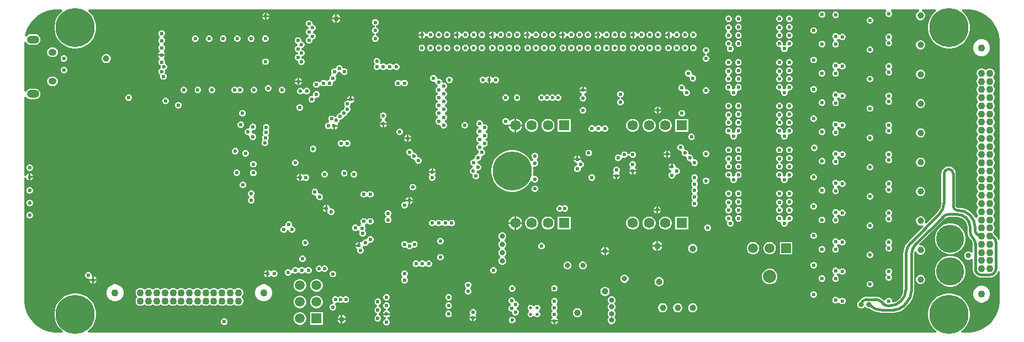
<source format=gbr>
%TF.GenerationSoftware,Altium Limited,Altium Designer,22.4.2 (48)*%
G04 Layer_Physical_Order=4*
G04 Layer_Color=37055*
%FSLAX45Y45*%
%MOMM*%
%TF.SameCoordinates,3A7B4B19-9BDF-4AC5-8A71-DEF6C9DA19E2*%
%TF.FilePolarity,Positive*%
%TF.FileFunction,Copper,L4,Inr,Signal*%
%TF.Part,Single*%
G01*
G75*
%TA.AperFunction,Conductor*%
%ADD12C,0.38100*%
%TA.AperFunction,ComponentPad*%
%ADD85C,1.10000*%
%ADD86C,4.30000*%
%ADD87C,1.50000*%
%ADD88C,1.59000*%
%ADD89O,1.25000X1.05000*%
%ADD90O,1.90000X1.20000*%
%ADD91R,1.59000X1.59000*%
%ADD92R,1.50000X1.50000*%
%ADD93R,1.50000X1.50000*%
%TA.AperFunction,ViaPad*%
%ADD94C,0.60000*%
%ADD95C,1.00000*%
%ADD96C,2.00000*%
%ADD97C,0.80000*%
%ADD98C,0.50000*%
%ADD99C,6.00000*%
G36*
X2593185Y5976678D02*
X2601438Y5951278D01*
X2591534Y5944082D01*
X2555918Y5908466D01*
X2526311Y5867716D01*
X2503444Y5822837D01*
X2487879Y5774934D01*
X2480000Y5725185D01*
Y5674815D01*
X2487879Y5625066D01*
X2503444Y5577163D01*
X2526311Y5532284D01*
X2555918Y5491534D01*
X2591534Y5455918D01*
X2632284Y5426311D01*
X2677163Y5403444D01*
X2725066Y5387879D01*
X2774815Y5380000D01*
X2825185D01*
X2874934Y5387879D01*
X2922837Y5403444D01*
X2967716Y5426311D01*
X3008466Y5455918D01*
X3044082Y5491534D01*
X3073689Y5532284D01*
X3096556Y5577163D01*
X3112121Y5625066D01*
X3120000Y5674815D01*
Y5725185D01*
X3112121Y5774934D01*
X3096556Y5822837D01*
X3073689Y5867716D01*
X3044082Y5908466D01*
X3008466Y5944082D01*
X2998562Y5951278D01*
X3006815Y5976678D01*
X15236929Y5976678D01*
X15245567Y5951278D01*
X15237611Y5943321D01*
X15230000Y5924944D01*
Y5905053D01*
X15237611Y5886676D01*
X15251677Y5872611D01*
X15270055Y5864999D01*
X15289944D01*
X15308322Y5872611D01*
X15322388Y5886676D01*
X15330000Y5905053D01*
Y5924944D01*
X15322388Y5943321D01*
X15314432Y5951278D01*
X15323071Y5976678D01*
X15738571D01*
X15741914Y5951278D01*
X15737981Y5950224D01*
X15722018Y5941008D01*
X15708986Y5927975D01*
X15699771Y5912013D01*
X15695000Y5894210D01*
Y5875778D01*
X15699771Y5857975D01*
X15708986Y5842013D01*
X15722018Y5828980D01*
X15737981Y5819765D01*
X15755785Y5814994D01*
X15774216D01*
X15792020Y5819765D01*
X15807980Y5828980D01*
X15821014Y5842013D01*
X15830231Y5857975D01*
X15835001Y5875778D01*
Y5894210D01*
X15830231Y5912013D01*
X15821014Y5927975D01*
X15807980Y5941008D01*
X15792020Y5950224D01*
X15788084Y5951278D01*
X15791429Y5976678D01*
X15993185D01*
X16001437Y5951278D01*
X15991534Y5944082D01*
X15955917Y5908466D01*
X15926312Y5867716D01*
X15903444Y5822837D01*
X15887880Y5774934D01*
X15880000Y5725185D01*
Y5674815D01*
X15887880Y5625066D01*
X15903444Y5577163D01*
X15926312Y5532284D01*
X15955917Y5491534D01*
X15991534Y5455918D01*
X16032285Y5426311D01*
X16077164Y5403444D01*
X16125067Y5387879D01*
X16174815Y5380000D01*
X16225185D01*
X16274934Y5387879D01*
X16322838Y5403444D01*
X16367717Y5426311D01*
X16408466Y5455918D01*
X16444083Y5491534D01*
X16473689Y5532284D01*
X16496556Y5577163D01*
X16512122Y5625066D01*
X16520000Y5674815D01*
Y5725185D01*
X16512122Y5774934D01*
X16496556Y5822837D01*
X16473689Y5867716D01*
X16444083Y5908466D01*
X16408466Y5944082D01*
X16398563Y5951278D01*
X16406816Y5976678D01*
X16479385D01*
X16512157Y5976678D01*
X16577139Y5968123D01*
X16640451Y5951159D01*
X16701006Y5926077D01*
X16757767Y5893305D01*
X16809766Y5853404D01*
X16856113Y5807057D01*
X16896011Y5755057D01*
X16928783Y5698294D01*
X16953865Y5637740D01*
X16970828Y5574429D01*
X16979381Y5509446D01*
X16979381Y5476674D01*
X16979379Y5476674D01*
X16979382Y5476673D01*
X16979381Y2445737D01*
X16955600Y2439994D01*
X16942091Y2472603D01*
X16920605Y2500605D01*
X16897794Y2518110D01*
X16894888Y2528949D01*
X16885014Y2546051D01*
X16872884Y2562500D01*
X16885014Y2578949D01*
X16894888Y2596051D01*
X16900000Y2615126D01*
Y2634874D01*
X16894888Y2653949D01*
X16885014Y2671051D01*
X16872884Y2687500D01*
X16885014Y2703949D01*
X16894888Y2721051D01*
X16900000Y2740126D01*
Y2759874D01*
X16894888Y2778949D01*
X16885014Y2796051D01*
X16872884Y2812500D01*
X16885014Y2828949D01*
X16894888Y2846051D01*
X16900000Y2865126D01*
Y2884874D01*
X16894888Y2903949D01*
X16885014Y2921051D01*
X16872884Y2937500D01*
X16885014Y2953949D01*
X16894888Y2971051D01*
X16900000Y2990126D01*
Y3009874D01*
X16894888Y3028949D01*
X16885014Y3046051D01*
X16872884Y3062500D01*
X16885014Y3078949D01*
X16894888Y3096051D01*
X16900000Y3115126D01*
Y3134874D01*
X16894888Y3153949D01*
X16885014Y3171051D01*
X16872884Y3187500D01*
X16885014Y3203949D01*
X16894888Y3221051D01*
X16900000Y3240126D01*
Y3259874D01*
X16894888Y3278949D01*
X16885014Y3296051D01*
X16872884Y3312500D01*
X16885014Y3328949D01*
X16894888Y3346051D01*
X16900000Y3365126D01*
Y3384874D01*
X16894888Y3403949D01*
X16885014Y3421051D01*
X16872884Y3437500D01*
X16885014Y3453949D01*
X16894888Y3471051D01*
X16900000Y3490126D01*
Y3509874D01*
X16894888Y3528949D01*
X16885014Y3546051D01*
X16872884Y3562500D01*
X16885014Y3578949D01*
X16894888Y3596051D01*
X16900000Y3615126D01*
Y3634874D01*
X16894888Y3653949D01*
X16885014Y3671051D01*
X16872884Y3687500D01*
X16885014Y3703949D01*
X16894888Y3721051D01*
X16900000Y3740126D01*
Y3759874D01*
X16894888Y3778949D01*
X16885014Y3796051D01*
X16872884Y3812500D01*
X16885014Y3828949D01*
X16894888Y3846051D01*
X16900000Y3865126D01*
Y3884874D01*
X16894888Y3903949D01*
X16885014Y3921051D01*
X16872884Y3937500D01*
X16885014Y3953949D01*
X16894888Y3971051D01*
X16900000Y3990126D01*
Y4009874D01*
X16894888Y4028949D01*
X16885014Y4046051D01*
X16872884Y4062500D01*
X16885014Y4078949D01*
X16894888Y4096051D01*
X16900000Y4115126D01*
Y4134874D01*
X16894888Y4153949D01*
X16885014Y4171051D01*
X16872884Y4187500D01*
X16885014Y4203949D01*
X16894888Y4221051D01*
X16900000Y4240126D01*
Y4259874D01*
X16894888Y4278949D01*
X16885014Y4296051D01*
X16872884Y4312500D01*
X16885014Y4328949D01*
X16894888Y4346051D01*
X16900000Y4365126D01*
Y4384874D01*
X16894888Y4403949D01*
X16885014Y4421051D01*
X16872884Y4437500D01*
X16885014Y4453949D01*
X16894888Y4471051D01*
X16900000Y4490126D01*
Y4509874D01*
X16894888Y4528949D01*
X16885014Y4546051D01*
X16872884Y4562500D01*
X16885014Y4578949D01*
X16894888Y4596051D01*
X16900000Y4615126D01*
Y4634874D01*
X16894888Y4653949D01*
X16885014Y4671051D01*
X16872884Y4687500D01*
X16885014Y4703949D01*
X16894888Y4721051D01*
X16900000Y4740126D01*
Y4759874D01*
X16894888Y4778949D01*
X16885014Y4796051D01*
X16872884Y4812500D01*
X16885014Y4828949D01*
X16894888Y4846051D01*
X16900000Y4865126D01*
Y4884874D01*
X16894888Y4903949D01*
X16885014Y4921051D01*
X16872884Y4937500D01*
X16885014Y4953949D01*
X16894888Y4971051D01*
X16900000Y4990126D01*
Y5009874D01*
X16894888Y5028949D01*
X16885014Y5046051D01*
X16871051Y5060015D01*
X16853949Y5069889D01*
X16834874Y5075000D01*
X16815126D01*
X16796051Y5069889D01*
X16778949Y5060015D01*
X16762500Y5047884D01*
X16746051Y5060015D01*
X16728949Y5069889D01*
X16709874Y5075000D01*
X16690126D01*
X16671051Y5069889D01*
X16653949Y5060015D01*
X16639986Y5046051D01*
X16630112Y5028949D01*
X16625000Y5009874D01*
Y4990126D01*
X16630112Y4971051D01*
X16639986Y4953949D01*
X16652116Y4937500D01*
X16639986Y4921051D01*
X16630112Y4903949D01*
X16625000Y4884874D01*
Y4865126D01*
X16630112Y4846051D01*
X16639986Y4828949D01*
X16652116Y4812500D01*
X16639986Y4796051D01*
X16630112Y4778949D01*
X16625000Y4759874D01*
Y4740126D01*
X16630112Y4721051D01*
X16639986Y4703949D01*
X16652116Y4687500D01*
X16639986Y4671051D01*
X16630112Y4653949D01*
X16625000Y4634874D01*
Y4615126D01*
X16630112Y4596051D01*
X16639986Y4578949D01*
X16652116Y4562500D01*
X16639986Y4546051D01*
X16630112Y4528949D01*
X16625000Y4509874D01*
Y4490126D01*
X16630112Y4471051D01*
X16639986Y4453949D01*
X16652116Y4437500D01*
X16639986Y4421051D01*
X16630112Y4403949D01*
X16625000Y4384874D01*
Y4365126D01*
X16630112Y4346051D01*
X16639986Y4328949D01*
X16652116Y4312500D01*
X16639986Y4296051D01*
X16630112Y4278949D01*
X16625000Y4259874D01*
Y4240126D01*
X16630112Y4221051D01*
X16639986Y4203949D01*
X16652116Y4187500D01*
X16639986Y4171051D01*
X16630112Y4153949D01*
X16625000Y4134874D01*
Y4115126D01*
X16630112Y4096051D01*
X16639986Y4078949D01*
X16652116Y4062500D01*
X16639986Y4046051D01*
X16630112Y4028949D01*
X16625000Y4009874D01*
Y3990126D01*
X16630112Y3971051D01*
X16639986Y3953949D01*
X16652116Y3937500D01*
X16639986Y3921051D01*
X16630112Y3903949D01*
X16625000Y3884874D01*
Y3865126D01*
X16630112Y3846051D01*
X16639986Y3828949D01*
X16652116Y3812500D01*
X16639986Y3796051D01*
X16630112Y3778949D01*
X16625000Y3759874D01*
Y3740126D01*
X16630112Y3721051D01*
X16639986Y3703949D01*
X16652116Y3687500D01*
X16639986Y3671051D01*
X16630112Y3653949D01*
X16625000Y3634874D01*
Y3615126D01*
X16630112Y3596051D01*
X16639986Y3578949D01*
X16652116Y3562500D01*
X16639986Y3546051D01*
X16630112Y3528949D01*
X16625000Y3509874D01*
Y3490126D01*
X16630112Y3471051D01*
X16639986Y3453949D01*
X16652116Y3437500D01*
X16639986Y3421051D01*
X16630112Y3403949D01*
X16625000Y3384874D01*
Y3365126D01*
X16630112Y3346051D01*
X16639986Y3328949D01*
X16652116Y3312500D01*
X16639986Y3296051D01*
X16630112Y3278949D01*
X16625000Y3259874D01*
Y3240126D01*
X16630112Y3221051D01*
X16639986Y3203949D01*
X16652116Y3187500D01*
X16639986Y3171051D01*
X16630112Y3153949D01*
X16625000Y3134874D01*
Y3115126D01*
X16630112Y3096051D01*
X16639986Y3078949D01*
X16652116Y3062500D01*
X16639986Y3046051D01*
X16630112Y3028949D01*
X16625000Y3009874D01*
Y2990126D01*
X16630112Y2971051D01*
X16639986Y2953949D01*
X16652116Y2937500D01*
X16639986Y2921051D01*
X16630112Y2903949D01*
X16625000Y2884874D01*
Y2865126D01*
X16630112Y2846051D01*
X16639986Y2828949D01*
X16652116Y2812500D01*
X16639986Y2796051D01*
X16632112Y2782415D01*
X16622878Y2779376D01*
X16604225Y2780479D01*
X16583817Y2813783D01*
X16553857Y2848858D01*
X16518784Y2878816D01*
X16479453Y2902917D01*
X16436838Y2920569D01*
X16391985Y2931337D01*
X16346001Y2934956D01*
X16346001Y2934957D01*
X16321271Y2936573D01*
X16320370Y2936752D01*
X16312207Y2942207D01*
X16306752Y2950371D01*
X16304836Y2960000D01*
X16304816D01*
Y3434139D01*
X16304988Y3459468D01*
X16304993Y3459492D01*
X16301244Y3487959D01*
X16290256Y3514488D01*
X16272775Y3537268D01*
X16249995Y3554747D01*
X16223466Y3565736D01*
X16195000Y3569483D01*
X16166531Y3565736D01*
X16140004Y3554747D01*
X16117224Y3537268D01*
X16099744Y3514488D01*
X16088754Y3487959D01*
X16085007Y3459492D01*
X16085094Y3458832D01*
X16085185Y3433469D01*
Y3015210D01*
X16085539Y3013432D01*
X16081589Y2973322D01*
X16069370Y2933043D01*
X16049529Y2895922D01*
X16023959Y2864766D01*
X16022452Y2863759D01*
X15849847Y2691154D01*
X15829523Y2706749D01*
X15830231Y2707976D01*
X15835001Y2725779D01*
Y2744211D01*
X15830231Y2762014D01*
X15821014Y2777976D01*
X15807980Y2791009D01*
X15792020Y2800225D01*
X15774216Y2804995D01*
X15755785D01*
X15737981Y2800225D01*
X15722018Y2791009D01*
X15708986Y2777976D01*
X15699771Y2762014D01*
X15695000Y2744211D01*
Y2725779D01*
X15699771Y2707976D01*
X15708986Y2692014D01*
X15722018Y2678981D01*
X15737981Y2669766D01*
X15755785Y2664995D01*
X15774216D01*
X15792020Y2669766D01*
X15793246Y2670474D01*
X15808842Y2650149D01*
X15586241Y2427548D01*
X15586142Y2427648D01*
X15556184Y2392573D01*
X15532083Y2353243D01*
X15514432Y2310627D01*
X15503664Y2265774D01*
X15500044Y2219790D01*
X15500185D01*
Y1684000D01*
X15500539Y1682222D01*
X15496588Y1642111D01*
X15484370Y1601832D01*
X15464528Y1564711D01*
X15437827Y1532174D01*
X15405289Y1505472D01*
X15368167Y1485630D01*
X15351494Y1480572D01*
X15343431Y1486005D01*
X15330000Y1500595D01*
Y1514945D01*
X15322388Y1533323D01*
X15308322Y1547388D01*
X15289944Y1555000D01*
X15270055D01*
X15251677Y1547388D01*
X15237611Y1533323D01*
X15233244Y1522779D01*
X15206532Y1512736D01*
X15192091Y1519310D01*
X15192091D01*
X15165926Y1540782D01*
X15136075Y1556738D01*
X15103685Y1566564D01*
X15070000Y1569881D01*
Y1569815D01*
X14935001D01*
Y1570077D01*
X14903922Y1565986D01*
X14874960Y1553990D01*
X14850093Y1534907D01*
X14831010Y1510039D01*
X14828494Y1503964D01*
X14821013Y1500865D01*
X14804134Y1483987D01*
X14795000Y1461935D01*
Y1438065D01*
X14804134Y1416013D01*
X14821013Y1399134D01*
X14843065Y1390000D01*
X14866936D01*
X14888988Y1399134D01*
X14899342Y1409490D01*
X14914999Y1413609D01*
X14930656Y1409490D01*
X14941013Y1399134D01*
X14963065Y1390000D01*
X14982104D01*
X14992427Y1381184D01*
X15031757Y1357083D01*
X15074373Y1339431D01*
X15119225Y1328663D01*
X15165210Y1325044D01*
Y1325185D01*
X15350146D01*
Y1324770D01*
X15397961Y1329479D01*
X15443936Y1343426D01*
X15486308Y1366074D01*
X15523447Y1396553D01*
X15523154Y1396847D01*
X15578758Y1452452D01*
X15578857Y1452352D01*
X15608817Y1487427D01*
X15632916Y1526757D01*
X15650569Y1569373D01*
X15661337Y1614225D01*
X15664957Y1660210D01*
X15664815D01*
Y2209790D01*
X15664461Y2211568D01*
X15668411Y2251679D01*
X15671996Y2263494D01*
X15698409Y2263062D01*
X15699771Y2257976D01*
X15708986Y2242014D01*
X15722018Y2228981D01*
X15737981Y2219766D01*
X15755785Y2214995D01*
X15774216D01*
X15792020Y2219766D01*
X15807980Y2228981D01*
X15821014Y2242014D01*
X15830231Y2257976D01*
X15835001Y2275780D01*
Y2294211D01*
X15830231Y2312014D01*
X15821014Y2327976D01*
X15807980Y2341009D01*
X15792020Y2350225D01*
X15774216Y2354995D01*
X15757224D01*
X15754112Y2358478D01*
X15744601Y2378294D01*
X16130727Y2764420D01*
X16131407Y2765438D01*
X16152283Y2781456D01*
X16177711Y2791989D01*
X16203799Y2795424D01*
X16205000Y2795185D01*
X16325000D01*
X16325900Y2795364D01*
X16356303Y2792370D01*
X16386403Y2783239D01*
X16414143Y2768412D01*
X16438457Y2748457D01*
X16458412Y2724143D01*
X16473239Y2696403D01*
X16482370Y2666303D01*
X16485364Y2635900D01*
X16485185Y2635000D01*
Y2571568D01*
X16485100D01*
X16488490Y2537141D01*
X16498534Y2504037D01*
X16514841Y2473528D01*
X16536787Y2446787D01*
X16536786Y2446787D01*
X16551965Y2427674D01*
X16552504Y2426971D01*
X16562202Y2403557D01*
X16565381Y2379416D01*
X16565186Y2378431D01*
Y2255589D01*
X16539784Y2245068D01*
X16533987Y2250865D01*
X16511935Y2260000D01*
X16488065D01*
X16466013Y2250865D01*
X16449133Y2233987D01*
X16439999Y2211935D01*
Y2188065D01*
X16449133Y2166013D01*
X16466013Y2149134D01*
X16488065Y2140000D01*
X16511935D01*
X16533987Y2149134D01*
X16539784Y2154932D01*
X16565186Y2144411D01*
Y1996924D01*
X16564819D01*
X16569321Y1962733D01*
X16582520Y1930872D01*
X16603513Y1903512D01*
X16630872Y1882519D01*
X16662733Y1869321D01*
X16696924Y1864820D01*
Y1865185D01*
X16825000D01*
Y1864793D01*
X16859995Y1869400D01*
X16892603Y1882908D01*
X16920605Y1904394D01*
X16942091Y1932397D01*
X16955600Y1965006D01*
X16979381Y1959263D01*
Y1516676D01*
X16979382Y1483904D01*
X16970828Y1418921D01*
X16953865Y1355610D01*
X16928783Y1295055D01*
X16896011Y1238292D01*
X16856111Y1186292D01*
X16809764Y1139946D01*
X16757764Y1100046D01*
X16701001Y1067274D01*
X16640446Y1042193D01*
X16577135Y1025230D01*
X16512151Y1016677D01*
X16479379Y1016678D01*
X16479379Y1016678D01*
X16479379Y1016678D01*
X16397670D01*
X16389417Y1042078D01*
X16408466Y1055918D01*
X16444083Y1091534D01*
X16473689Y1132283D01*
X16496556Y1177162D01*
X16512122Y1225066D01*
X16520000Y1274815D01*
Y1325185D01*
X16512122Y1374933D01*
X16496556Y1422837D01*
X16473689Y1467716D01*
X16444083Y1508466D01*
X16408466Y1544082D01*
X16367717Y1573688D01*
X16322838Y1596556D01*
X16274934Y1612120D01*
X16225185Y1620000D01*
X16174815D01*
X16125067Y1612120D01*
X16077164Y1596556D01*
X16032285Y1573688D01*
X15991534Y1544082D01*
X15955917Y1508466D01*
X15926312Y1467716D01*
X15903444Y1422837D01*
X15887880Y1374933D01*
X15880000Y1325185D01*
Y1274815D01*
X15887880Y1225066D01*
X15903444Y1177162D01*
X15926312Y1132283D01*
X15955917Y1091534D01*
X15991534Y1055918D01*
X16010583Y1042078D01*
X16002330Y1016678D01*
X2997671Y1016678D01*
X2989418Y1042078D01*
X3008466Y1055918D01*
X3044082Y1091534D01*
X3073689Y1132283D01*
X3096556Y1177162D01*
X3112121Y1225066D01*
X3120000Y1274815D01*
Y1325185D01*
X3112121Y1374933D01*
X3096556Y1422837D01*
X3073689Y1467716D01*
X3044082Y1508466D01*
X3008466Y1544082D01*
X2967716Y1573688D01*
X2922837Y1596556D01*
X2874934Y1612120D01*
X2825185Y1620000D01*
X2774815D01*
X2725066Y1612120D01*
X2677163Y1596556D01*
X2632284Y1573688D01*
X2591534Y1544082D01*
X2555918Y1508466D01*
X2526311Y1467716D01*
X2503444Y1422837D01*
X2487879Y1374933D01*
X2480000Y1325185D01*
Y1274815D01*
X2487879Y1225066D01*
X2503444Y1177162D01*
X2526311Y1132283D01*
X2555918Y1091534D01*
X2591534Y1055918D01*
X2610582Y1042078D01*
X2602329Y1016678D01*
X2519382D01*
X2486610Y1016678D01*
X2421627Y1025232D01*
X2358317Y1042196D01*
X2297762Y1067278D01*
X2241000Y1100050D01*
X2189000Y1139950D01*
X2142654Y1186297D01*
X2102753Y1238296D01*
X2069982Y1295058D01*
X2044900Y1355613D01*
X2027936Y1418923D01*
X2019381Y1483906D01*
X2019382Y1516678D01*
X2019382Y1796678D01*
Y3398541D01*
X2044600Y3398980D01*
X2045733Y3396244D01*
X2053034Y3378619D01*
X2068619Y3363034D01*
X2087300Y3355296D01*
Y3410000D01*
Y3464704D01*
X2068619Y3456966D01*
X2053034Y3441381D01*
X2045734Y3423756D01*
X2044600Y3421020D01*
X2019382Y3421460D01*
Y4637923D01*
X2044782Y4642975D01*
X2045121Y4642157D01*
X2057944Y4625445D01*
X2074656Y4612622D01*
X2094117Y4604561D01*
X2115001Y4601811D01*
X2185001D01*
X2205885Y4604561D01*
X2225346Y4612622D01*
X2242057Y4625445D01*
X2254880Y4642157D01*
X2262941Y4661618D01*
X2265691Y4682502D01*
X2262941Y4703386D01*
X2254880Y4722847D01*
X2242057Y4739558D01*
X2225346Y4752381D01*
X2205885Y4760442D01*
X2185001Y4763192D01*
X2115001D01*
X2094117Y4760442D01*
X2074656Y4752381D01*
X2057944Y4739558D01*
X2045121Y4722847D01*
X2044782Y4722028D01*
X2019382Y4727081D01*
Y5476678D01*
X2044782Y5477975D01*
X2045121Y5477156D01*
X2057945Y5460445D01*
X2074656Y5447622D01*
X2094117Y5439561D01*
X2115001Y5436811D01*
X2185001D01*
X2205885Y5439561D01*
X2225346Y5447622D01*
X2242057Y5460445D01*
X2254881Y5477156D01*
X2262942Y5496617D01*
X2265691Y5517501D01*
X2262942Y5538385D01*
X2254881Y5557846D01*
X2242057Y5574558D01*
X2225346Y5587381D01*
X2205885Y5595442D01*
X2185001Y5598191D01*
X2115001D01*
X2094117Y5595442D01*
X2074656Y5587381D01*
X2057945Y5574558D01*
X2052667Y5567681D01*
X2027937Y5574433D01*
X2044901Y5637742D01*
X2069983Y5698296D01*
X2102754Y5755057D01*
X2142655Y5807056D01*
X2189000Y5853402D01*
X2240999Y5893302D01*
X2297761Y5926073D01*
X2358315Y5951155D01*
X2421624Y5968119D01*
X2486606Y5976674D01*
X2519378Y5976674D01*
X2519383Y5976678D01*
X2593185D01*
D02*
G37*
%LPC*%
G36*
X5732700Y5929704D02*
Y5887700D01*
X5774704D01*
X5766966Y5906382D01*
X5751381Y5921966D01*
X5732700Y5929704D01*
D02*
G37*
G36*
X5707300D02*
X5688619Y5921966D01*
X5673034Y5906382D01*
X5665296Y5887700D01*
X5707300D01*
Y5929704D01*
D02*
G37*
G36*
X6812700Y5904304D02*
Y5852700D01*
X6864304D01*
X6860943Y5865244D01*
X6852333Y5880157D01*
X6840157Y5892333D01*
X6825244Y5900943D01*
X6812700Y5904304D01*
D02*
G37*
G36*
X6787300D02*
X6774757Y5900943D01*
X6759843Y5892333D01*
X6747667Y5880157D01*
X6739057Y5865244D01*
X6735696Y5852700D01*
X6787300D01*
Y5904304D01*
D02*
G37*
G36*
X14264946Y5950000D02*
X14245055D01*
X14226677Y5942388D01*
X14212611Y5928323D01*
X14205000Y5909946D01*
Y5890054D01*
X14212611Y5871677D01*
X14226677Y5857612D01*
X14245055Y5850000D01*
X14264946D01*
X14283324Y5857612D01*
X14297388Y5871677D01*
X14305000Y5890054D01*
Y5909946D01*
X14297388Y5928323D01*
X14283324Y5942388D01*
X14264946Y5950000D01*
D02*
G37*
G36*
X14469946Y5944994D02*
X14450055D01*
X14431677Y5937382D01*
X14417612Y5923317D01*
X14410001Y5904940D01*
Y5885048D01*
X14417612Y5866671D01*
X14431677Y5852606D01*
X14450055Y5844994D01*
X14469946D01*
X14488322Y5852606D01*
X14502388Y5866671D01*
X14510001Y5885048D01*
Y5904940D01*
X14502388Y5923317D01*
X14488322Y5937382D01*
X14469946Y5944994D01*
D02*
G37*
G36*
X5774704Y5862300D02*
X5732700D01*
Y5820296D01*
X5751381Y5828034D01*
X5766966Y5843619D01*
X5774704Y5862300D01*
D02*
G37*
G36*
X5707300D02*
X5665296D01*
X5673034Y5843619D01*
X5688619Y5828034D01*
X5707300Y5820296D01*
Y5862300D01*
D02*
G37*
G36*
X13759946Y5885500D02*
X13740054D01*
X13721677Y5877888D01*
X13707613Y5863823D01*
X13700000Y5845446D01*
Y5825555D01*
X13707613Y5807178D01*
X13721677Y5793112D01*
X13740054Y5785500D01*
X13759946D01*
X13778323Y5793112D01*
X13792387Y5807178D01*
X13800000Y5825555D01*
Y5845446D01*
X13792387Y5863823D01*
X13778323Y5877888D01*
X13759946Y5885500D01*
D02*
G37*
G36*
X13609946D02*
X13590054D01*
X13571677Y5877888D01*
X13557613Y5863823D01*
X13550000Y5845446D01*
Y5825555D01*
X13557613Y5807178D01*
X13571677Y5793112D01*
X13590054Y5785500D01*
X13609946D01*
X13628323Y5793112D01*
X13642387Y5807178D01*
X13650000Y5825555D01*
Y5845446D01*
X13642387Y5863823D01*
X13628323Y5877888D01*
X13609946Y5885500D01*
D02*
G37*
G36*
X12979947D02*
X12960056D01*
X12941678Y5877888D01*
X12927612Y5863823D01*
X12920001Y5845446D01*
Y5825555D01*
X12927612Y5807178D01*
X12941678Y5793112D01*
X12960056Y5785500D01*
X12979947D01*
X12998325Y5793112D01*
X13012389Y5807178D01*
X13020001Y5825555D01*
Y5845446D01*
X13012389Y5863823D01*
X12998325Y5877888D01*
X12979947Y5885500D01*
D02*
G37*
G36*
X12829947D02*
X12810056D01*
X12791678Y5877888D01*
X12777613Y5863823D01*
X12770001Y5845446D01*
Y5825555D01*
X12777613Y5807178D01*
X12791678Y5793112D01*
X12810056Y5785500D01*
X12829947D01*
X12848325Y5793112D01*
X12862389Y5807178D01*
X12870001Y5825555D01*
Y5845446D01*
X12862389Y5863823D01*
X12848325Y5877888D01*
X12829947Y5885500D01*
D02*
G37*
G36*
X6864304Y5827300D02*
X6812700D01*
Y5775696D01*
X6825244Y5779057D01*
X6840157Y5787667D01*
X6852333Y5799843D01*
X6860943Y5814756D01*
X6864304Y5827300D01*
D02*
G37*
G36*
X6787300D02*
X6735696D01*
X6739057Y5814756D01*
X6747667Y5799843D01*
X6759843Y5787667D01*
X6774757Y5779057D01*
X6787300Y5775696D01*
Y5827300D01*
D02*
G37*
G36*
X14999947Y5859994D02*
X14980055D01*
X14961678Y5852382D01*
X14947612Y5838317D01*
X14939999Y5819940D01*
Y5800049D01*
X14947612Y5781671D01*
X14961678Y5767606D01*
X14980055Y5759994D01*
X14999947D01*
X15018323Y5767606D01*
X15032388Y5781671D01*
X15039999Y5800049D01*
Y5819940D01*
X15032388Y5838317D01*
X15018323Y5852382D01*
X14999947Y5859994D01*
D02*
G37*
G36*
X13759946Y5758500D02*
X13740054D01*
X13721677Y5750888D01*
X13707613Y5736823D01*
X13700000Y5718446D01*
Y5698555D01*
X13707613Y5680178D01*
X13721677Y5666112D01*
X13740054Y5658500D01*
X13759946D01*
X13778323Y5666112D01*
X13792387Y5680178D01*
X13800000Y5698555D01*
Y5718446D01*
X13792387Y5736823D01*
X13778323Y5750888D01*
X13759946Y5758500D01*
D02*
G37*
G36*
X12979947D02*
X12960056D01*
X12941678Y5750888D01*
X12927612Y5736823D01*
X12920001Y5718446D01*
Y5698555D01*
X12927612Y5680178D01*
X12941678Y5666112D01*
X12960056Y5658500D01*
X12979947D01*
X12998325Y5666112D01*
X13012389Y5680178D01*
X13020001Y5698555D01*
Y5718446D01*
X13012389Y5736823D01*
X12998325Y5750888D01*
X12979947Y5758500D01*
D02*
G37*
G36*
X14134946Y5705000D02*
X14115054D01*
X14096677Y5697388D01*
X14082613Y5683323D01*
X14075000Y5664946D01*
Y5645054D01*
X14082613Y5626677D01*
X14096677Y5612612D01*
X14115054Y5605000D01*
X14134946D01*
X14153323Y5612612D01*
X14167387Y5626677D01*
X14175000Y5645054D01*
Y5664946D01*
X14167387Y5683323D01*
X14153323Y5697388D01*
X14134946Y5705000D01*
D02*
G37*
G36*
X11886297Y5644704D02*
X11867616Y5636966D01*
X11852031Y5621381D01*
X11844293Y5602700D01*
X11886297D01*
Y5644704D01*
D02*
G37*
G36*
X11346297D02*
X11327616Y5636966D01*
X11312031Y5621381D01*
X11304293Y5602700D01*
X11346297D01*
Y5644704D01*
D02*
G37*
G36*
X10806297D02*
X10787616Y5636966D01*
X10772031Y5621381D01*
X10764293Y5602700D01*
X10806297D01*
Y5644704D01*
D02*
G37*
G36*
X10266297D02*
X10247616Y5636966D01*
X10232031Y5621381D01*
X10224293Y5602700D01*
X10266297D01*
Y5644704D01*
D02*
G37*
G36*
X9726297D02*
X9707616Y5636966D01*
X9692031Y5621381D01*
X9684293Y5602700D01*
X9726297D01*
Y5644704D01*
D02*
G37*
G36*
X9186297D02*
X9167616Y5636966D01*
X9152031Y5621381D01*
X9144293Y5602700D01*
X9186297D01*
Y5644704D01*
D02*
G37*
G36*
X8646297D02*
X8627616Y5636966D01*
X8612032Y5621381D01*
X8604293Y5602700D01*
X8646297D01*
Y5644704D01*
D02*
G37*
G36*
X8106297D02*
X8087616Y5636966D01*
X8072032Y5621381D01*
X8064293Y5602700D01*
X8106297D01*
Y5644704D01*
D02*
G37*
G36*
X12289943Y5640000D02*
X12270051D01*
X12251674Y5632388D01*
X12237609Y5618323D01*
X12229997Y5599946D01*
Y5580054D01*
X12237609Y5561677D01*
X12251674Y5547612D01*
X12270051Y5540000D01*
X12289943D01*
X12308320Y5547612D01*
X12322385Y5561677D01*
X12329997Y5580054D01*
Y5599946D01*
X12322385Y5618323D01*
X12308320Y5632388D01*
X12289943Y5640000D01*
D02*
G37*
G36*
X12162943D02*
X12143051D01*
X12124674Y5632388D01*
X12110609Y5618323D01*
X12102997Y5599946D01*
Y5580054D01*
X12110609Y5561677D01*
X12124674Y5547612D01*
X12143051Y5540000D01*
X12162943D01*
X12181320Y5547612D01*
X12195385Y5561677D01*
X12202997Y5580054D01*
Y5599946D01*
X12195385Y5618323D01*
X12181320Y5632388D01*
X12162943Y5640000D01*
D02*
G37*
G36*
X11911697Y5644704D02*
Y5590000D01*
Y5535296D01*
X11930378Y5543034D01*
X11945963Y5558619D01*
X11952531Y5574474D01*
X11975169Y5575434D01*
X11978120Y5574930D01*
X11983609Y5561677D01*
X11997674Y5547612D01*
X12016051Y5540000D01*
X12035943D01*
X12054320Y5547612D01*
X12068385Y5561677D01*
X12075997Y5580054D01*
Y5599946D01*
X12068385Y5618323D01*
X12054320Y5632388D01*
X12035943Y5640000D01*
X12016051D01*
X11997674Y5632388D01*
X11983609Y5618323D01*
X11978120Y5605070D01*
X11975169Y5604566D01*
X11952531Y5605526D01*
X11945963Y5621381D01*
X11930378Y5636966D01*
X11911697Y5644704D01*
D02*
G37*
G36*
X11749943Y5640000D02*
X11730051D01*
X11711674Y5632388D01*
X11697609Y5618323D01*
X11689997Y5599946D01*
Y5580054D01*
X11697609Y5561677D01*
X11711674Y5547612D01*
X11730051Y5540000D01*
X11749943D01*
X11768320Y5547612D01*
X11782385Y5561677D01*
X11789997Y5580054D01*
Y5599946D01*
X11782385Y5618323D01*
X11768320Y5632388D01*
X11749943Y5640000D01*
D02*
G37*
G36*
X11622943D02*
X11603051D01*
X11584674Y5632388D01*
X11570609Y5618323D01*
X11562997Y5599946D01*
Y5580054D01*
X11570609Y5561677D01*
X11584674Y5547612D01*
X11603051Y5540000D01*
X11622943D01*
X11641320Y5547612D01*
X11655385Y5561677D01*
X11662997Y5580054D01*
Y5599946D01*
X11655385Y5618323D01*
X11641320Y5632388D01*
X11622943Y5640000D01*
D02*
G37*
G36*
X11371697Y5644704D02*
Y5590000D01*
Y5535296D01*
X11390379Y5543034D01*
X11405963Y5558619D01*
X11412531Y5574474D01*
X11435169Y5575434D01*
X11438120Y5574930D01*
X11443609Y5561677D01*
X11457674Y5547612D01*
X11476051Y5540000D01*
X11495943D01*
X11514320Y5547612D01*
X11528385Y5561677D01*
X11535997Y5580054D01*
Y5599946D01*
X11528385Y5618323D01*
X11514320Y5632388D01*
X11495943Y5640000D01*
X11476051D01*
X11457674Y5632388D01*
X11443609Y5618323D01*
X11438120Y5605070D01*
X11435169Y5604566D01*
X11412531Y5605526D01*
X11405963Y5621381D01*
X11390379Y5636966D01*
X11371697Y5644704D01*
D02*
G37*
G36*
X11209943Y5640000D02*
X11190052D01*
X11171674Y5632388D01*
X11157609Y5618323D01*
X11149997Y5599946D01*
Y5580054D01*
X11157609Y5561677D01*
X11171674Y5547612D01*
X11190052Y5540000D01*
X11209943D01*
X11228320Y5547612D01*
X11242385Y5561677D01*
X11249997Y5580054D01*
Y5599946D01*
X11242385Y5618323D01*
X11228320Y5632388D01*
X11209943Y5640000D01*
D02*
G37*
G36*
X11082943D02*
X11063052D01*
X11044674Y5632388D01*
X11030609Y5618323D01*
X11022997Y5599946D01*
Y5580054D01*
X11030609Y5561677D01*
X11044674Y5547612D01*
X11063052Y5540000D01*
X11082943D01*
X11101320Y5547612D01*
X11115385Y5561677D01*
X11122997Y5580054D01*
Y5599946D01*
X11115385Y5618323D01*
X11101320Y5632388D01*
X11082943Y5640000D01*
D02*
G37*
G36*
X10831697Y5644704D02*
Y5590000D01*
Y5535296D01*
X10850379Y5543034D01*
X10865963Y5558619D01*
X10872531Y5574474D01*
X10895169Y5575434D01*
X10898120Y5574930D01*
X10903609Y5561677D01*
X10917674Y5547612D01*
X10936052Y5540000D01*
X10955943D01*
X10974320Y5547612D01*
X10988385Y5561677D01*
X10995997Y5580054D01*
Y5599946D01*
X10988385Y5618323D01*
X10974320Y5632388D01*
X10955943Y5640000D01*
X10936052D01*
X10917674Y5632388D01*
X10903609Y5618323D01*
X10898120Y5605070D01*
X10895169Y5604566D01*
X10872531Y5605526D01*
X10865963Y5621381D01*
X10850379Y5636966D01*
X10831697Y5644704D01*
D02*
G37*
G36*
X10669943Y5640000D02*
X10650052D01*
X10631674Y5632388D01*
X10617609Y5618323D01*
X10609997Y5599946D01*
Y5580054D01*
X10617609Y5561677D01*
X10631674Y5547612D01*
X10650052Y5540000D01*
X10669943D01*
X10688320Y5547612D01*
X10702385Y5561677D01*
X10709997Y5580054D01*
Y5599946D01*
X10702385Y5618323D01*
X10688320Y5632388D01*
X10669943Y5640000D01*
D02*
G37*
G36*
X10542943D02*
X10523052D01*
X10504674Y5632388D01*
X10490609Y5618323D01*
X10482997Y5599946D01*
Y5580054D01*
X10490609Y5561677D01*
X10504674Y5547612D01*
X10523052Y5540000D01*
X10542943D01*
X10561320Y5547612D01*
X10575385Y5561677D01*
X10582997Y5580054D01*
Y5599946D01*
X10575385Y5618323D01*
X10561320Y5632388D01*
X10542943Y5640000D01*
D02*
G37*
G36*
X10291697Y5644704D02*
Y5590000D01*
Y5535296D01*
X10310379Y5543034D01*
X10325963Y5558619D01*
X10332531Y5574474D01*
X10355169Y5575434D01*
X10358120Y5574930D01*
X10363609Y5561677D01*
X10377674Y5547612D01*
X10396052Y5540000D01*
X10415943D01*
X10434320Y5547612D01*
X10448385Y5561677D01*
X10455997Y5580054D01*
Y5599946D01*
X10448385Y5618323D01*
X10434320Y5632388D01*
X10415943Y5640000D01*
X10396052D01*
X10377674Y5632388D01*
X10363609Y5618323D01*
X10358120Y5605070D01*
X10355169Y5604566D01*
X10332531Y5605526D01*
X10325963Y5621381D01*
X10310379Y5636966D01*
X10291697Y5644704D01*
D02*
G37*
G36*
X10129943Y5640000D02*
X10110052D01*
X10091675Y5632388D01*
X10077609Y5618323D01*
X10069997Y5599946D01*
Y5580054D01*
X10077609Y5561677D01*
X10091675Y5547612D01*
X10110052Y5540000D01*
X10129943D01*
X10148320Y5547612D01*
X10162385Y5561677D01*
X10169997Y5580054D01*
Y5599946D01*
X10162385Y5618323D01*
X10148320Y5632388D01*
X10129943Y5640000D01*
D02*
G37*
G36*
X10002943D02*
X9983052D01*
X9964675Y5632388D01*
X9950609Y5618323D01*
X9942997Y5599946D01*
Y5580054D01*
X9950609Y5561677D01*
X9964675Y5547612D01*
X9983052Y5540000D01*
X10002943D01*
X10021320Y5547612D01*
X10035385Y5561677D01*
X10042997Y5580054D01*
Y5599946D01*
X10035385Y5618323D01*
X10021320Y5632388D01*
X10002943Y5640000D01*
D02*
G37*
G36*
X9751697Y5644704D02*
Y5590000D01*
Y5535296D01*
X9770379Y5543034D01*
X9785963Y5558619D01*
X9792531Y5574474D01*
X9815169Y5575434D01*
X9818120Y5574930D01*
X9823609Y5561677D01*
X9837675Y5547612D01*
X9856052Y5540000D01*
X9875943D01*
X9894320Y5547612D01*
X9908385Y5561677D01*
X9915997Y5580054D01*
Y5599946D01*
X9908385Y5618323D01*
X9894320Y5632388D01*
X9875943Y5640000D01*
X9856052D01*
X9837675Y5632388D01*
X9823609Y5618323D01*
X9818120Y5605070D01*
X9815169Y5604566D01*
X9792531Y5605526D01*
X9785963Y5621381D01*
X9770379Y5636966D01*
X9751697Y5644704D01*
D02*
G37*
G36*
X9589943Y5640000D02*
X9570052D01*
X9551675Y5632388D01*
X9537609Y5618323D01*
X9529997Y5599946D01*
Y5580054D01*
X9537609Y5561677D01*
X9551675Y5547612D01*
X9570052Y5540000D01*
X9589943D01*
X9608320Y5547612D01*
X9622385Y5561677D01*
X9629997Y5580054D01*
Y5599946D01*
X9622385Y5618323D01*
X9608320Y5632388D01*
X9589943Y5640000D01*
D02*
G37*
G36*
X9462943D02*
X9443052D01*
X9424675Y5632388D01*
X9410609Y5618323D01*
X9402997Y5599946D01*
Y5580054D01*
X9410609Y5561677D01*
X9424675Y5547612D01*
X9443052Y5540000D01*
X9462943D01*
X9481320Y5547612D01*
X9495385Y5561677D01*
X9502997Y5580054D01*
Y5599946D01*
X9495385Y5618323D01*
X9481320Y5632388D01*
X9462943Y5640000D01*
D02*
G37*
G36*
X9211697Y5644704D02*
Y5590000D01*
Y5535296D01*
X9230379Y5543034D01*
X9245963Y5558619D01*
X9252531Y5574474D01*
X9275169Y5575434D01*
X9278120Y5574930D01*
X9283609Y5561677D01*
X9297675Y5547612D01*
X9316052Y5540000D01*
X9335943D01*
X9354320Y5547612D01*
X9368385Y5561677D01*
X9375997Y5580054D01*
Y5599946D01*
X9368385Y5618323D01*
X9354320Y5632388D01*
X9335943Y5640000D01*
X9316052D01*
X9297675Y5632388D01*
X9283609Y5618323D01*
X9278120Y5605070D01*
X9275169Y5604566D01*
X9252531Y5605526D01*
X9245963Y5621381D01*
X9230379Y5636966D01*
X9211697Y5644704D01*
D02*
G37*
G36*
X9049943Y5640000D02*
X9030052D01*
X9011675Y5632388D01*
X8997609Y5618323D01*
X8989998Y5599946D01*
Y5580054D01*
X8997609Y5561677D01*
X9011675Y5547612D01*
X9030052Y5540000D01*
X9049943D01*
X9068320Y5547612D01*
X9082385Y5561677D01*
X9089997Y5580054D01*
Y5599946D01*
X9082385Y5618323D01*
X9068320Y5632388D01*
X9049943Y5640000D01*
D02*
G37*
G36*
X8922943D02*
X8903052D01*
X8884675Y5632388D01*
X8870609Y5618323D01*
X8862998Y5599946D01*
Y5580054D01*
X8870609Y5561677D01*
X8884675Y5547612D01*
X8903052Y5540000D01*
X8922943D01*
X8941320Y5547612D01*
X8955385Y5561677D01*
X8962997Y5580054D01*
Y5599946D01*
X8955385Y5618323D01*
X8941320Y5632388D01*
X8922943Y5640000D01*
D02*
G37*
G36*
X8671697Y5644704D02*
Y5590000D01*
Y5535296D01*
X8690379Y5543034D01*
X8705963Y5558619D01*
X8712531Y5574474D01*
X8735169Y5575434D01*
X8738120Y5574930D01*
X8743609Y5561677D01*
X8757675Y5547612D01*
X8776052Y5540000D01*
X8795943D01*
X8814320Y5547612D01*
X8828385Y5561677D01*
X8835997Y5580054D01*
Y5599946D01*
X8828385Y5618323D01*
X8814320Y5632388D01*
X8795943Y5640000D01*
X8776052D01*
X8757675Y5632388D01*
X8743609Y5618323D01*
X8738120Y5605070D01*
X8735169Y5604566D01*
X8712531Y5605526D01*
X8705963Y5621381D01*
X8690379Y5636966D01*
X8671697Y5644704D01*
D02*
G37*
G36*
X8509943Y5640000D02*
X8490052D01*
X8471675Y5632388D01*
X8457609Y5618323D01*
X8449998Y5599946D01*
Y5580054D01*
X8457609Y5561677D01*
X8471675Y5547612D01*
X8490052Y5540000D01*
X8509943D01*
X8528320Y5547612D01*
X8542386Y5561677D01*
X8549997Y5580054D01*
Y5599946D01*
X8542386Y5618323D01*
X8528320Y5632388D01*
X8509943Y5640000D01*
D02*
G37*
G36*
X8382943D02*
X8363052D01*
X8344675Y5632388D01*
X8330609Y5618323D01*
X8322998Y5599946D01*
Y5580054D01*
X8330609Y5561677D01*
X8344675Y5547612D01*
X8363052Y5540000D01*
X8382943D01*
X8401320Y5547612D01*
X8415386Y5561677D01*
X8422997Y5580054D01*
Y5599946D01*
X8415386Y5618323D01*
X8401320Y5632388D01*
X8382943Y5640000D01*
D02*
G37*
G36*
X8131697Y5644704D02*
Y5590000D01*
Y5535296D01*
X8150379Y5543034D01*
X8165963Y5558619D01*
X8172531Y5574474D01*
X8195169Y5575434D01*
X8198120Y5574930D01*
X8203609Y5561677D01*
X8217675Y5547612D01*
X8236052Y5540000D01*
X8255943D01*
X8274320Y5547612D01*
X8288386Y5561677D01*
X8295997Y5580054D01*
Y5599946D01*
X8288386Y5618323D01*
X8274320Y5632388D01*
X8255943Y5640000D01*
X8236052D01*
X8217675Y5632388D01*
X8203609Y5618323D01*
X8198120Y5605070D01*
X8195169Y5604566D01*
X8172531Y5605526D01*
X8165963Y5621381D01*
X8150379Y5636966D01*
X8131697Y5644704D01*
D02*
G37*
G36*
X11886297Y5577300D02*
X11844293D01*
X11852031Y5558619D01*
X11867616Y5543034D01*
X11886297Y5535296D01*
Y5577300D01*
D02*
G37*
G36*
X11346297D02*
X11304293D01*
X11312031Y5558619D01*
X11327616Y5543034D01*
X11346297Y5535296D01*
Y5577300D01*
D02*
G37*
G36*
X10806297D02*
X10764293D01*
X10772031Y5558619D01*
X10787616Y5543034D01*
X10806297Y5535296D01*
Y5577300D01*
D02*
G37*
G36*
X10266297D02*
X10224293D01*
X10232031Y5558619D01*
X10247616Y5543034D01*
X10266297Y5535296D01*
Y5577300D01*
D02*
G37*
G36*
X9726297D02*
X9684293D01*
X9692031Y5558619D01*
X9707616Y5543034D01*
X9726297Y5535296D01*
Y5577300D01*
D02*
G37*
G36*
X9186297D02*
X9144293D01*
X9152031Y5558619D01*
X9167616Y5543034D01*
X9186297Y5535296D01*
Y5577300D01*
D02*
G37*
G36*
X8646297D02*
X8604293D01*
X8612032Y5558619D01*
X8627616Y5543034D01*
X8646297Y5535296D01*
Y5577300D01*
D02*
G37*
G36*
X8106297D02*
X8064293D01*
X8072032Y5558619D01*
X8087616Y5543034D01*
X8106297Y5535296D01*
Y5577300D01*
D02*
G37*
G36*
X13759946Y5631500D02*
X13740054D01*
X13721677Y5623888D01*
X13707613Y5609823D01*
X13700000Y5591446D01*
Y5571555D01*
X13707613Y5553178D01*
X13721677Y5539112D01*
X13740054Y5531500D01*
X13759946D01*
X13778323Y5539112D01*
X13792387Y5553178D01*
X13800000Y5571555D01*
Y5591446D01*
X13792387Y5609823D01*
X13778323Y5623888D01*
X13759946Y5631500D01*
D02*
G37*
G36*
X13609946Y5750000D02*
X13590054D01*
X13571677Y5742388D01*
X13557613Y5728323D01*
X13550000Y5709945D01*
Y5690054D01*
X13557613Y5671677D01*
X13571677Y5657612D01*
X13579198Y5654496D01*
Y5627004D01*
X13571677Y5623888D01*
X13557613Y5609823D01*
X13550000Y5591446D01*
Y5571555D01*
X13557613Y5553178D01*
X13571677Y5539112D01*
X13590054Y5531500D01*
X13609946D01*
X13628323Y5539112D01*
X13642387Y5553178D01*
X13650000Y5571555D01*
Y5591446D01*
X13642387Y5609823D01*
X13628323Y5623888D01*
X13620802Y5627004D01*
Y5654496D01*
X13628323Y5657612D01*
X13642387Y5671677D01*
X13650000Y5690054D01*
Y5709945D01*
X13642387Y5728323D01*
X13628323Y5742388D01*
X13609946Y5750000D01*
D02*
G37*
G36*
X12979947Y5631500D02*
X12960056D01*
X12941678Y5623888D01*
X12927612Y5609823D01*
X12920001Y5591446D01*
Y5571555D01*
X12927612Y5553178D01*
X12941678Y5539112D01*
X12960056Y5531500D01*
X12979947D01*
X12998325Y5539112D01*
X13012389Y5553178D01*
X13020001Y5571555D01*
Y5591446D01*
X13012389Y5609823D01*
X12998325Y5623888D01*
X12979947Y5631500D01*
D02*
G37*
G36*
X12829947Y5750000D02*
X12810056D01*
X12791678Y5742388D01*
X12777613Y5728323D01*
X12770001Y5709945D01*
Y5690054D01*
X12777613Y5671677D01*
X12791678Y5657612D01*
X12799199Y5654496D01*
Y5627004D01*
X12791678Y5623888D01*
X12777613Y5609823D01*
X12770001Y5591446D01*
Y5571555D01*
X12777613Y5553178D01*
X12791678Y5539112D01*
X12810056Y5531500D01*
X12829947D01*
X12848325Y5539112D01*
X12862389Y5553178D01*
X12870001Y5571555D01*
Y5591446D01*
X12862389Y5609823D01*
X12848325Y5623888D01*
X12840804Y5627004D01*
Y5654496D01*
X12848325Y5657612D01*
X12862389Y5671677D01*
X12870001Y5690054D01*
Y5709945D01*
X12862389Y5728323D01*
X12848325Y5742388D01*
X12829947Y5750000D01*
D02*
G37*
G36*
X14469946Y5615000D02*
X14450053D01*
X14431677Y5607388D01*
X14417612Y5593323D01*
X14410001Y5574946D01*
Y5555054D01*
X14417612Y5536677D01*
X14431677Y5522612D01*
X14441701Y5518461D01*
X14441701Y5491534D01*
X14431677Y5487382D01*
X14417612Y5473317D01*
X14410001Y5454940D01*
Y5435049D01*
X14417612Y5416671D01*
X14431677Y5402606D01*
X14450055Y5394994D01*
X14469946D01*
X14488322Y5402606D01*
X14502388Y5416671D01*
X14510001Y5435049D01*
Y5454940D01*
X14502388Y5473317D01*
X14488322Y5487382D01*
X14486221Y5488253D01*
X14483836Y5515000D01*
X14499648Y5528245D01*
X14521098Y5526780D01*
X14524094Y5525196D01*
X14536678Y5512612D01*
X14555054Y5505000D01*
X14574947D01*
X14593323Y5512612D01*
X14607388Y5526677D01*
X14614999Y5545054D01*
Y5564946D01*
X14607388Y5583323D01*
X14593323Y5597388D01*
X14574947Y5605000D01*
X14555054D01*
X14536678Y5597388D01*
X14530681Y5591392D01*
X14503902Y5593220D01*
X14500906Y5594804D01*
X14488322Y5607388D01*
X14469946Y5615000D01*
D02*
G37*
G36*
X7409946Y5831361D02*
X7390054D01*
X7371677Y5823749D01*
X7357612Y5809684D01*
X7350000Y5791306D01*
Y5771415D01*
X7357612Y5753038D01*
X7371677Y5738973D01*
X7385352Y5733309D01*
X7390054Y5731361D01*
Y5706361D01*
X7385352Y5704414D01*
X7371677Y5698749D01*
X7357612Y5684684D01*
X7350000Y5666307D01*
Y5646415D01*
X7357612Y5628038D01*
X7371677Y5613973D01*
X7385352Y5608309D01*
X7390054Y5606361D01*
Y5581361D01*
X7385352Y5579413D01*
X7371677Y5573749D01*
X7357612Y5559684D01*
X7350000Y5541306D01*
Y5521415D01*
X7357612Y5503038D01*
X7371677Y5488973D01*
X7390054Y5481361D01*
X7409946D01*
X7428323Y5488973D01*
X7442388Y5503038D01*
X7450000Y5521415D01*
Y5541306D01*
X7442388Y5559684D01*
X7428323Y5573749D01*
X7414648Y5579413D01*
X7409946Y5581361D01*
Y5606361D01*
X7414648Y5608309D01*
X7428323Y5613973D01*
X7442388Y5628038D01*
X7450000Y5646415D01*
Y5666307D01*
X7442388Y5684684D01*
X7428323Y5698749D01*
X7414648Y5704413D01*
X7409946Y5706361D01*
Y5731361D01*
X7414648Y5733308D01*
X7428323Y5738973D01*
X7442388Y5753038D01*
X7450000Y5771415D01*
Y5791306D01*
X7442388Y5809684D01*
X7428323Y5823749D01*
X7409946Y5831361D01*
D02*
G37*
G36*
X5724946Y5580000D02*
X5705055D01*
X5686678Y5572388D01*
X5672612Y5558323D01*
X5665001Y5539945D01*
Y5520054D01*
X5672612Y5501677D01*
X5686678Y5487612D01*
X5705055Y5480000D01*
X5724946D01*
X5743323Y5487612D01*
X5757389Y5501677D01*
X5765000Y5520054D01*
Y5539945D01*
X5757389Y5558323D01*
X5743323Y5572388D01*
X5724946Y5580000D01*
D02*
G37*
G36*
X5509946D02*
X5490055D01*
X5471678Y5572388D01*
X5457612Y5558323D01*
X5450001Y5539945D01*
Y5520054D01*
X5457612Y5501677D01*
X5471678Y5487612D01*
X5490055Y5480000D01*
X5509946D01*
X5528323Y5487612D01*
X5542388Y5501677D01*
X5550000Y5520054D01*
Y5539945D01*
X5542388Y5558323D01*
X5528323Y5572388D01*
X5509946Y5580000D01*
D02*
G37*
G36*
X5294946D02*
X5275055D01*
X5256678Y5572388D01*
X5242612Y5558323D01*
X5235000Y5539945D01*
Y5520054D01*
X5242612Y5501677D01*
X5256678Y5487612D01*
X5275055Y5480000D01*
X5294946D01*
X5313323Y5487612D01*
X5327388Y5501677D01*
X5335000Y5520054D01*
Y5539945D01*
X5327388Y5558323D01*
X5313323Y5572388D01*
X5294946Y5580000D01*
D02*
G37*
G36*
X5079946D02*
X5060055D01*
X5041677Y5572388D01*
X5027612Y5558323D01*
X5020000Y5539945D01*
Y5520054D01*
X5027612Y5501677D01*
X5041677Y5487612D01*
X5060055Y5480000D01*
X5079946D01*
X5098323Y5487612D01*
X5112388Y5501677D01*
X5120000Y5520054D01*
Y5539945D01*
X5112388Y5558323D01*
X5098323Y5572388D01*
X5079946Y5580000D01*
D02*
G37*
G36*
X4864946D02*
X4845055D01*
X4826677Y5572388D01*
X4812612Y5558323D01*
X4805000Y5539945D01*
Y5520054D01*
X4812612Y5501677D01*
X4826677Y5487612D01*
X4845055Y5480000D01*
X4864946D01*
X4883323Y5487612D01*
X4897388Y5501677D01*
X4905000Y5520054D01*
Y5539945D01*
X4897388Y5558323D01*
X4883323Y5572388D01*
X4864946Y5580000D01*
D02*
G37*
G36*
X4649946D02*
X4630054D01*
X4611677Y5572388D01*
X4597612Y5558323D01*
X4590000Y5539945D01*
Y5520054D01*
X4597612Y5501677D01*
X4611677Y5487612D01*
X4630054Y5480000D01*
X4649946D01*
X4668323Y5487612D01*
X4682388Y5501677D01*
X4690000Y5520054D01*
Y5539945D01*
X4682388Y5558323D01*
X4668323Y5572388D01*
X4649946Y5580000D01*
D02*
G37*
G36*
X6394946Y5812501D02*
X6375054D01*
X6356677Y5804889D01*
X6342612Y5790824D01*
X6335000Y5772447D01*
Y5752555D01*
X6342612Y5734178D01*
X6356677Y5720113D01*
X6361864Y5717965D01*
X6377655Y5710786D01*
Y5684216D01*
X6361864Y5677037D01*
X6356677Y5674889D01*
X6342612Y5660824D01*
X6335000Y5642446D01*
Y5622555D01*
X6342612Y5604178D01*
X6356677Y5590113D01*
X6361864Y5587964D01*
X6377655Y5580786D01*
Y5554216D01*
X6361864Y5547037D01*
X6356677Y5544889D01*
X6342612Y5530823D01*
X6335000Y5512446D01*
Y5492555D01*
X6342612Y5474178D01*
X6356677Y5460113D01*
X6375054Y5452501D01*
X6394946D01*
X6413323Y5460113D01*
X6427388Y5474178D01*
X6435000Y5492555D01*
Y5512446D01*
X6458136Y5522964D01*
X6463323Y5525113D01*
X6477388Y5539178D01*
X6485000Y5557555D01*
Y5577446D01*
X6477388Y5595823D01*
X6463323Y5609889D01*
X6458136Y5612037D01*
X6442346Y5619216D01*
Y5645786D01*
X6458136Y5652965D01*
X6463323Y5655113D01*
X6477388Y5669178D01*
X6485000Y5687555D01*
Y5707447D01*
X6477388Y5725824D01*
X6463323Y5739889D01*
X6458136Y5742037D01*
X6435000Y5752556D01*
Y5772447D01*
X6427388Y5790824D01*
X6413323Y5804889D01*
X6394946Y5812501D01*
D02*
G37*
G36*
X13759946Y5504500D02*
X13740054D01*
X13721677Y5496888D01*
X13707613Y5482823D01*
X13700000Y5464446D01*
Y5444555D01*
X13697961Y5441907D01*
X13680608Y5425000D01*
X13669392D01*
X13652039Y5441907D01*
X13650000Y5444555D01*
Y5464446D01*
X13642387Y5482823D01*
X13628323Y5496888D01*
X13609946Y5504500D01*
X13590054D01*
X13571677Y5496888D01*
X13557613Y5482823D01*
X13550000Y5464446D01*
Y5444555D01*
X13557613Y5426178D01*
X13571677Y5412112D01*
X13590054Y5404500D01*
X13605608D01*
X13622961Y5387594D01*
X13625000Y5384945D01*
Y5365054D01*
X13632613Y5346677D01*
X13646677Y5332612D01*
X13665054Y5325000D01*
X13684946D01*
X13703323Y5332612D01*
X13717387Y5346677D01*
X13725000Y5365054D01*
Y5384945D01*
X13727039Y5387593D01*
X13744392Y5404500D01*
X13759946D01*
X13778323Y5412112D01*
X13792387Y5426178D01*
X13800000Y5444555D01*
Y5464446D01*
X13792387Y5482823D01*
X13778323Y5496888D01*
X13759946Y5504500D01*
D02*
G37*
G36*
X15289944Y5604998D02*
X15270055D01*
X15251677Y5597387D01*
X15237611Y5583321D01*
X15230000Y5564944D01*
Y5545053D01*
X15237611Y5526676D01*
X15237695Y5526592D01*
X15249776Y5509999D01*
X15237695Y5493405D01*
X15237611Y5493322D01*
X15230000Y5474944D01*
Y5455053D01*
X15237611Y5436676D01*
X15251677Y5422611D01*
X15270055Y5414999D01*
X15289944D01*
X15308322Y5422611D01*
X15322388Y5436676D01*
X15330000Y5455053D01*
Y5474944D01*
X15322388Y5493322D01*
X15322304Y5493405D01*
X15310223Y5509999D01*
X15322304Y5526592D01*
X15322388Y5526676D01*
X15330000Y5545053D01*
Y5564944D01*
X15322388Y5583321D01*
X15308322Y5597387D01*
X15289944Y5604998D01*
D02*
G37*
G36*
X12979947Y5504500D02*
X12960056D01*
X12941678Y5496888D01*
X12927612Y5482823D01*
X12920001Y5464446D01*
Y5444555D01*
X12927612Y5426178D01*
X12941678Y5412112D01*
X12960056Y5404500D01*
X12979947D01*
X12998325Y5412112D01*
X13012389Y5426178D01*
X13020001Y5444555D01*
Y5464446D01*
X13012389Y5482823D01*
X12998325Y5496888D01*
X12979947Y5504500D01*
D02*
G37*
G36*
X14264946Y5500000D02*
X14245055D01*
X14226677Y5492388D01*
X14212611Y5478323D01*
X14205000Y5459946D01*
Y5440054D01*
X14212611Y5421677D01*
X14226677Y5407612D01*
X14245055Y5400000D01*
X14264946D01*
X14283324Y5407612D01*
X14297388Y5421677D01*
X14305000Y5440054D01*
Y5459946D01*
X14297388Y5478323D01*
X14283324Y5492388D01*
X14264946Y5500000D01*
D02*
G37*
G36*
X15774216Y5504994D02*
X15755785D01*
X15737981Y5500224D01*
X15722018Y5491008D01*
X15708986Y5477975D01*
X15699771Y5462013D01*
X15695000Y5444210D01*
Y5425779D01*
X15699771Y5407975D01*
X15708986Y5392013D01*
X15722018Y5378980D01*
X15737981Y5369765D01*
X15755785Y5364994D01*
X15774216D01*
X15792020Y5369765D01*
X15807980Y5378980D01*
X15821014Y5392013D01*
X15830231Y5407975D01*
X15835001Y5425779D01*
Y5444210D01*
X15830231Y5462013D01*
X15821014Y5477975D01*
X15807980Y5491008D01*
X15792020Y5500224D01*
X15774216Y5504994D01*
D02*
G37*
G36*
X12289944Y5440000D02*
X12270053D01*
X12251676Y5432388D01*
X12237611Y5418323D01*
X12229999Y5399946D01*
Y5380055D01*
X12237611Y5361677D01*
X12251676Y5347612D01*
X12270053Y5340000D01*
X12289944D01*
X12308322Y5347612D01*
X12322387Y5361677D01*
X12329999Y5380055D01*
Y5399946D01*
X12322387Y5418323D01*
X12308322Y5432388D01*
X12289944Y5440000D01*
D02*
G37*
G36*
X12162943D02*
X12143051D01*
X12124674Y5432388D01*
X12110609Y5418323D01*
X12102997Y5399946D01*
Y5380055D01*
X12110609Y5361677D01*
X12124674Y5347612D01*
X12143051Y5340000D01*
X12162943D01*
X12181320Y5347612D01*
X12195385Y5361677D01*
X12202997Y5380055D01*
Y5399946D01*
X12195385Y5418323D01*
X12181320Y5432388D01*
X12162943Y5440000D01*
D02*
G37*
G36*
X12035943D02*
X12016051D01*
X11997674Y5432388D01*
X11983609Y5418323D01*
X11975997Y5399946D01*
Y5380055D01*
X11983609Y5361677D01*
X11997674Y5347612D01*
X12016051Y5340000D01*
X12035943D01*
X12054320Y5347612D01*
X12068385Y5361677D01*
X12075997Y5380055D01*
Y5399946D01*
X12068385Y5418323D01*
X12054320Y5432388D01*
X12035943Y5440000D01*
D02*
G37*
G36*
X11907445D02*
X11887554D01*
X11869176Y5432388D01*
X11855111Y5418323D01*
X11847499Y5399946D01*
Y5380055D01*
X11855111Y5361677D01*
X11869176Y5347612D01*
X11887554Y5340000D01*
X11907445D01*
X11925822Y5347612D01*
X11939887Y5361677D01*
X11947499Y5380055D01*
Y5399946D01*
X11939887Y5418323D01*
X11925822Y5432388D01*
X11907445Y5440000D01*
D02*
G37*
G36*
X11749944D02*
X11730053D01*
X11711676Y5432388D01*
X11697611Y5418323D01*
X11689999Y5399946D01*
Y5380055D01*
X11697611Y5361677D01*
X11711676Y5347612D01*
X11730053Y5340000D01*
X11749944D01*
X11768322Y5347612D01*
X11782387Y5361677D01*
X11789999Y5380055D01*
Y5399946D01*
X11782387Y5418323D01*
X11768322Y5432388D01*
X11749944Y5440000D01*
D02*
G37*
G36*
X11622943D02*
X11603051D01*
X11584674Y5432388D01*
X11570609Y5418323D01*
X11562997Y5399946D01*
Y5380055D01*
X11570609Y5361677D01*
X11584674Y5347612D01*
X11603051Y5340000D01*
X11622943D01*
X11641320Y5347612D01*
X11655385Y5361677D01*
X11662997Y5380055D01*
Y5399946D01*
X11655385Y5418323D01*
X11641320Y5432388D01*
X11622943Y5440000D01*
D02*
G37*
G36*
X11495943D02*
X11476051D01*
X11457674Y5432388D01*
X11443609Y5418323D01*
X11435997Y5399946D01*
Y5380055D01*
X11443609Y5361677D01*
X11457674Y5347612D01*
X11476051Y5340000D01*
X11495943D01*
X11514320Y5347612D01*
X11528385Y5361677D01*
X11535997Y5380055D01*
Y5399946D01*
X11528385Y5418323D01*
X11514320Y5432388D01*
X11495943Y5440000D01*
D02*
G37*
G36*
X11367445D02*
X11347554D01*
X11329176Y5432388D01*
X11315111Y5418323D01*
X11307499Y5399946D01*
Y5380055D01*
X11315111Y5361677D01*
X11329176Y5347612D01*
X11347554Y5340000D01*
X11367445D01*
X11385822Y5347612D01*
X11399887Y5361677D01*
X11407499Y5380055D01*
Y5399946D01*
X11399887Y5418323D01*
X11385822Y5432388D01*
X11367445Y5440000D01*
D02*
G37*
G36*
X11209945D02*
X11190053D01*
X11171676Y5432388D01*
X11157611Y5418323D01*
X11149999Y5399946D01*
Y5380055D01*
X11157611Y5361677D01*
X11171676Y5347612D01*
X11190053Y5340000D01*
X11209945D01*
X11228322Y5347612D01*
X11242387Y5361677D01*
X11249999Y5380055D01*
Y5399946D01*
X11242387Y5418323D01*
X11228322Y5432388D01*
X11209945Y5440000D01*
D02*
G37*
G36*
X11082943D02*
X11063052D01*
X11044674Y5432388D01*
X11030609Y5418323D01*
X11022997Y5399946D01*
Y5380055D01*
X11030609Y5361677D01*
X11044674Y5347612D01*
X11063052Y5340000D01*
X11082943D01*
X11101320Y5347612D01*
X11115385Y5361677D01*
X11122997Y5380055D01*
Y5399946D01*
X11115385Y5418323D01*
X11101320Y5432388D01*
X11082943Y5440000D01*
D02*
G37*
G36*
X10955943D02*
X10936052D01*
X10917674Y5432388D01*
X10903609Y5418323D01*
X10895997Y5399946D01*
Y5380055D01*
X10903609Y5361677D01*
X10917674Y5347612D01*
X10936052Y5340000D01*
X10955943D01*
X10974320Y5347612D01*
X10988385Y5361677D01*
X10995997Y5380055D01*
Y5399946D01*
X10988385Y5418323D01*
X10974320Y5432388D01*
X10955943Y5440000D01*
D02*
G37*
G36*
X10827445D02*
X10807554D01*
X10789177Y5432388D01*
X10775111Y5418323D01*
X10767499Y5399946D01*
Y5380055D01*
X10775111Y5361677D01*
X10789177Y5347612D01*
X10807554Y5340000D01*
X10827445D01*
X10845822Y5347612D01*
X10859887Y5361677D01*
X10867499Y5380055D01*
Y5399946D01*
X10859887Y5418323D01*
X10845822Y5432388D01*
X10827445Y5440000D01*
D02*
G37*
G36*
X10669945D02*
X10650053D01*
X10631676Y5432388D01*
X10617611Y5418323D01*
X10609999Y5399946D01*
Y5380055D01*
X10617611Y5361677D01*
X10631676Y5347612D01*
X10650053Y5340000D01*
X10669945D01*
X10688322Y5347612D01*
X10702387Y5361677D01*
X10709999Y5380055D01*
Y5399946D01*
X10702387Y5418323D01*
X10688322Y5432388D01*
X10669945Y5440000D01*
D02*
G37*
G36*
X10542943D02*
X10523052D01*
X10504674Y5432388D01*
X10490609Y5418323D01*
X10482997Y5399946D01*
Y5380055D01*
X10490609Y5361677D01*
X10504674Y5347612D01*
X10523052Y5340000D01*
X10542943D01*
X10561320Y5347612D01*
X10575385Y5361677D01*
X10582997Y5380055D01*
Y5399946D01*
X10575385Y5418323D01*
X10561320Y5432388D01*
X10542943Y5440000D01*
D02*
G37*
G36*
X10415943D02*
X10396052D01*
X10377674Y5432388D01*
X10363609Y5418323D01*
X10355997Y5399946D01*
Y5380055D01*
X10363609Y5361677D01*
X10377674Y5347612D01*
X10396052Y5340000D01*
X10415943D01*
X10434320Y5347612D01*
X10448385Y5361677D01*
X10455997Y5380055D01*
Y5399946D01*
X10448385Y5418323D01*
X10434320Y5432388D01*
X10415943Y5440000D01*
D02*
G37*
G36*
X10287445D02*
X10267554D01*
X10249177Y5432388D01*
X10235111Y5418323D01*
X10227499Y5399946D01*
Y5380055D01*
X10235111Y5361677D01*
X10249177Y5347612D01*
X10267554Y5340000D01*
X10287445D01*
X10305822Y5347612D01*
X10319887Y5361677D01*
X10327499Y5380055D01*
Y5399946D01*
X10319887Y5418323D01*
X10305822Y5432388D01*
X10287445Y5440000D01*
D02*
G37*
G36*
X10129945D02*
X10110053D01*
X10091676Y5432388D01*
X10077611Y5418323D01*
X10069999Y5399946D01*
Y5380055D01*
X10077611Y5361677D01*
X10091676Y5347612D01*
X10110053Y5340000D01*
X10129945D01*
X10148322Y5347612D01*
X10162387Y5361677D01*
X10169999Y5380055D01*
Y5399946D01*
X10162387Y5418323D01*
X10148322Y5432388D01*
X10129945Y5440000D01*
D02*
G37*
G36*
X10002943D02*
X9983052D01*
X9964675Y5432388D01*
X9950609Y5418323D01*
X9942997Y5399946D01*
Y5380055D01*
X9950609Y5361677D01*
X9964675Y5347612D01*
X9983052Y5340000D01*
X10002943D01*
X10021320Y5347612D01*
X10035385Y5361677D01*
X10042997Y5380055D01*
Y5399946D01*
X10035385Y5418323D01*
X10021320Y5432388D01*
X10002943Y5440000D01*
D02*
G37*
G36*
X9875943D02*
X9856052D01*
X9837675Y5432388D01*
X9823609Y5418323D01*
X9815997Y5399946D01*
Y5380055D01*
X9823609Y5361677D01*
X9837675Y5347612D01*
X9856052Y5340000D01*
X9875943D01*
X9894320Y5347612D01*
X9908385Y5361677D01*
X9915997Y5380055D01*
Y5399946D01*
X9908385Y5418323D01*
X9894320Y5432388D01*
X9875943Y5440000D01*
D02*
G37*
G36*
X9747445D02*
X9727554D01*
X9709177Y5432388D01*
X9695111Y5418323D01*
X9687500Y5399946D01*
Y5380055D01*
X9695111Y5361677D01*
X9709177Y5347612D01*
X9727554Y5340000D01*
X9747445D01*
X9765822Y5347612D01*
X9779887Y5361677D01*
X9787499Y5380055D01*
Y5399946D01*
X9779887Y5418323D01*
X9765822Y5432388D01*
X9747445Y5440000D01*
D02*
G37*
G36*
X9589945D02*
X9570054D01*
X9551676Y5432388D01*
X9537611Y5418323D01*
X9529999Y5399946D01*
Y5380055D01*
X9537611Y5361677D01*
X9551676Y5347612D01*
X9570054Y5340000D01*
X9589945D01*
X9608322Y5347612D01*
X9622387Y5361677D01*
X9629999Y5380055D01*
Y5399946D01*
X9622387Y5418323D01*
X9608322Y5432388D01*
X9589945Y5440000D01*
D02*
G37*
G36*
X9462943D02*
X9443052D01*
X9424675Y5432388D01*
X9410609Y5418323D01*
X9402997Y5399946D01*
Y5380055D01*
X9410609Y5361677D01*
X9424675Y5347612D01*
X9443052Y5340000D01*
X9462943D01*
X9481320Y5347612D01*
X9495385Y5361677D01*
X9502997Y5380055D01*
Y5399946D01*
X9495385Y5418323D01*
X9481320Y5432388D01*
X9462943Y5440000D01*
D02*
G37*
G36*
X9335943D02*
X9316052D01*
X9297675Y5432388D01*
X9283609Y5418323D01*
X9275997Y5399946D01*
Y5380055D01*
X9283609Y5361677D01*
X9297675Y5347612D01*
X9316052Y5340000D01*
X9335943D01*
X9354320Y5347612D01*
X9368385Y5361677D01*
X9375997Y5380055D01*
Y5399946D01*
X9368385Y5418323D01*
X9354320Y5432388D01*
X9335943Y5440000D01*
D02*
G37*
G36*
X9207445D02*
X9187554D01*
X9169177Y5432388D01*
X9155111Y5418323D01*
X9147500Y5399946D01*
Y5380055D01*
X9155111Y5361677D01*
X9169177Y5347612D01*
X9187554Y5340000D01*
X9207445D01*
X9225822Y5347612D01*
X9239888Y5361677D01*
X9247499Y5380055D01*
Y5399946D01*
X9239888Y5418323D01*
X9225822Y5432388D01*
X9207445Y5440000D01*
D02*
G37*
G36*
X9049945D02*
X9030054D01*
X9011676Y5432388D01*
X8997611Y5418323D01*
X8989999Y5399946D01*
Y5380055D01*
X8997611Y5361677D01*
X9011676Y5347612D01*
X9030054Y5340000D01*
X9049945D01*
X9068322Y5347612D01*
X9082387Y5361677D01*
X9089999Y5380055D01*
Y5399946D01*
X9082387Y5418323D01*
X9068322Y5432388D01*
X9049945Y5440000D01*
D02*
G37*
G36*
X8922943D02*
X8903052D01*
X8884675Y5432388D01*
X8870609Y5418323D01*
X8862998Y5399946D01*
Y5380055D01*
X8870609Y5361677D01*
X8884675Y5347612D01*
X8903052Y5340000D01*
X8922943D01*
X8941320Y5347612D01*
X8955385Y5361677D01*
X8962997Y5380055D01*
Y5399946D01*
X8955385Y5418323D01*
X8941320Y5432388D01*
X8922943Y5440000D01*
D02*
G37*
G36*
X8795943D02*
X8776052D01*
X8757675Y5432388D01*
X8743609Y5418323D01*
X8735998Y5399946D01*
Y5380055D01*
X8743609Y5361677D01*
X8757675Y5347612D01*
X8776052Y5340000D01*
X8795943D01*
X8814320Y5347612D01*
X8828385Y5361677D01*
X8835997Y5380055D01*
Y5399946D01*
X8828385Y5418323D01*
X8814320Y5432388D01*
X8795943Y5440000D01*
D02*
G37*
G36*
X8667445D02*
X8647554D01*
X8629177Y5432388D01*
X8615112Y5418323D01*
X8607500Y5399946D01*
Y5380055D01*
X8615112Y5361677D01*
X8629177Y5347612D01*
X8647554Y5340000D01*
X8667445D01*
X8685822Y5347612D01*
X8699888Y5361677D01*
X8707499Y5380055D01*
Y5399946D01*
X8699888Y5418323D01*
X8685822Y5432388D01*
X8667445Y5440000D01*
D02*
G37*
G36*
X8509945D02*
X8490054D01*
X8471676Y5432388D01*
X8457611Y5418323D01*
X8449999Y5399946D01*
Y5380055D01*
X8457611Y5361677D01*
X8471676Y5347612D01*
X8490054Y5340000D01*
X8509945D01*
X8528322Y5347612D01*
X8542387Y5361677D01*
X8549999Y5380055D01*
Y5399946D01*
X8542387Y5418323D01*
X8528322Y5432388D01*
X8509945Y5440000D01*
D02*
G37*
G36*
X8382943D02*
X8363052D01*
X8344675Y5432388D01*
X8330609Y5418323D01*
X8322998Y5399946D01*
Y5380055D01*
X8330609Y5361677D01*
X8344675Y5347612D01*
X8363052Y5340000D01*
X8382943D01*
X8401320Y5347612D01*
X8415386Y5361677D01*
X8422997Y5380055D01*
Y5399946D01*
X8415386Y5418323D01*
X8401320Y5432388D01*
X8382943Y5440000D01*
D02*
G37*
G36*
X8255943D02*
X8236052D01*
X8217675Y5432388D01*
X8203609Y5418323D01*
X8195998Y5399946D01*
Y5380055D01*
X8203609Y5361677D01*
X8217675Y5347612D01*
X8236052Y5340000D01*
X8255943D01*
X8274320Y5347612D01*
X8288386Y5361677D01*
X8295997Y5380055D01*
Y5399946D01*
X8288386Y5418323D01*
X8274320Y5432388D01*
X8255943Y5440000D01*
D02*
G37*
G36*
X8127445D02*
X8107554D01*
X8089177Y5432388D01*
X8075112Y5418323D01*
X8067500Y5399946D01*
Y5380055D01*
X8075112Y5361677D01*
X8089177Y5347612D01*
X8107554Y5340000D01*
X8127445D01*
X8145822Y5347612D01*
X8159888Y5361677D01*
X8167500Y5380055D01*
Y5399946D01*
X8159888Y5418323D01*
X8145822Y5432388D01*
X8127445Y5440000D01*
D02*
G37*
G36*
X12829947Y5504500D02*
X12810056D01*
X12791678Y5496888D01*
X12777613Y5482823D01*
X12770001Y5464446D01*
Y5444555D01*
X12777613Y5426178D01*
X12791678Y5412112D01*
X12807137Y5405709D01*
X12807613Y5403322D01*
X12800000Y5384946D01*
Y5365054D01*
X12807613Y5346677D01*
X12821677Y5332612D01*
X12840054Y5325000D01*
X12859946D01*
X12878323Y5332612D01*
X12892387Y5346677D01*
X12900000Y5365054D01*
Y5384946D01*
X12892387Y5403323D01*
X12878323Y5417388D01*
X12862865Y5423791D01*
X12862389Y5426178D01*
X12870001Y5444555D01*
Y5464446D01*
X12862389Y5482823D01*
X12848325Y5496888D01*
X12829947Y5504500D01*
D02*
G37*
G36*
X14999947Y5409994D02*
X14980055D01*
X14961678Y5402382D01*
X14947612Y5388317D01*
X14939999Y5369940D01*
Y5350049D01*
X14947612Y5331672D01*
X14961678Y5317606D01*
X14980055Y5309994D01*
X14999947D01*
X15018323Y5317606D01*
X15032388Y5331672D01*
X15039999Y5350049D01*
Y5369940D01*
X15032388Y5388317D01*
X15018323Y5402382D01*
X14999947Y5409994D01*
D02*
G37*
G36*
X4134946Y5661251D02*
X4115054D01*
X4096677Y5653639D01*
X4082612Y5639573D01*
X4075000Y5621196D01*
Y5601305D01*
X4082612Y5582928D01*
X4095074Y5570465D01*
X4095923Y5556249D01*
X4095074Y5542034D01*
X4082612Y5529571D01*
X4075000Y5511194D01*
Y5491303D01*
X4082612Y5472926D01*
X4095071Y5460466D01*
X4095922Y5446249D01*
X4095071Y5432033D01*
X4082612Y5419574D01*
X4075000Y5401196D01*
Y5381305D01*
X4082612Y5362928D01*
X4090941Y5354599D01*
X4092877Y5335519D01*
X4089674Y5324271D01*
X4078034Y5312630D01*
X4070296Y5293949D01*
X4179704D01*
X4171966Y5312630D01*
X4160325Y5324271D01*
X4157122Y5335519D01*
X4159058Y5354599D01*
X4167388Y5362928D01*
X4175000Y5381305D01*
Y5401196D01*
X4167388Y5419574D01*
X4154929Y5432033D01*
X4154078Y5446250D01*
X4154929Y5460466D01*
X4167388Y5472926D01*
X4175000Y5491303D01*
Y5511194D01*
X4167388Y5529571D01*
X4154925Y5542034D01*
X4154076Y5556249D01*
X4154925Y5570465D01*
X4167388Y5582928D01*
X4175000Y5601305D01*
Y5621196D01*
X4167388Y5639573D01*
X4153323Y5653639D01*
X4134946Y5661251D01*
D02*
G37*
G36*
X16717114Y5520000D02*
X16682886D01*
X16649821Y5511141D01*
X16620178Y5494026D01*
X16595975Y5469822D01*
X16578859Y5440178D01*
X16570000Y5407115D01*
Y5372885D01*
X16578859Y5339822D01*
X16595975Y5310178D01*
X16620178Y5285974D01*
X16649821Y5268859D01*
X16682886Y5260000D01*
X16717114D01*
X16750179Y5268859D01*
X16779822Y5285974D01*
X16804025Y5310178D01*
X16821141Y5339822D01*
X16830000Y5372885D01*
Y5407115D01*
X16821141Y5440178D01*
X16804025Y5469822D01*
X16779822Y5494026D01*
X16750179Y5511141D01*
X16717114Y5520000D01*
D02*
G37*
G36*
X2460000Y5395626D02*
X2440000D01*
X2421074Y5393134D01*
X2403438Y5385829D01*
X2388293Y5374208D01*
X2376672Y5359063D01*
X2369367Y5341427D01*
X2366875Y5322500D01*
X2369367Y5303574D01*
X2376672Y5285938D01*
X2388293Y5270793D01*
X2403438Y5259172D01*
X2421074Y5251867D01*
X2440000Y5249375D01*
X2460000D01*
X2478927Y5251867D01*
X2496563Y5259172D01*
X2511708Y5270793D01*
X2523329Y5285938D01*
X2530634Y5303574D01*
X2533126Y5322500D01*
X2530634Y5341427D01*
X2523329Y5359063D01*
X2511708Y5374208D01*
X2496563Y5385829D01*
X2478927Y5393134D01*
X2460000Y5395626D01*
D02*
G37*
G36*
X12484946Y5400000D02*
X12465054D01*
X12446677Y5392388D01*
X12432612Y5378323D01*
X12425000Y5359946D01*
Y5340054D01*
X12432612Y5321677D01*
X12446677Y5307612D01*
X12460352Y5301948D01*
X12465054Y5300000D01*
Y5275000D01*
X12460352Y5273052D01*
X12446677Y5267388D01*
X12432612Y5253323D01*
X12425000Y5234946D01*
Y5215054D01*
X12432612Y5196677D01*
X12446677Y5182612D01*
X12465054Y5175000D01*
X12484946D01*
X12503323Y5182612D01*
X12517388Y5196677D01*
X12525000Y5215054D01*
Y5234946D01*
X12517388Y5253323D01*
X12503323Y5267388D01*
X12489648Y5273052D01*
X12484946Y5275000D01*
Y5300000D01*
X12489648Y5301947D01*
X12503323Y5307612D01*
X12517388Y5321677D01*
X12525000Y5340054D01*
Y5359946D01*
X12517388Y5378323D01*
X12503323Y5392388D01*
X12484946Y5400000D01*
D02*
G37*
G36*
X2634946Y5275000D02*
X2615054D01*
X2596677Y5267388D01*
X2582612Y5253323D01*
X2575000Y5234946D01*
Y5215054D01*
X2582612Y5196677D01*
X2596677Y5182612D01*
X2615054Y5175000D01*
X2634946D01*
X2653323Y5182612D01*
X2667388Y5196677D01*
X2675000Y5215054D01*
Y5234946D01*
X2667388Y5253323D01*
X2653323Y5267388D01*
X2634946Y5275000D01*
D02*
G37*
G36*
X14134946Y5255000D02*
X14115054D01*
X14096677Y5247388D01*
X14082613Y5233323D01*
X14075000Y5214946D01*
Y5195055D01*
X14082613Y5176677D01*
X14096677Y5162612D01*
X14115054Y5155000D01*
X14134946D01*
X14153323Y5162612D01*
X14167387Y5176677D01*
X14175000Y5195055D01*
Y5214946D01*
X14167387Y5233323D01*
X14153323Y5247388D01*
X14134946Y5255000D01*
D02*
G37*
G36*
X3284216Y5295000D02*
X3265784D01*
X3247981Y5290229D01*
X3232019Y5281014D01*
X3218986Y5267981D01*
X3209771Y5252019D01*
X3205000Y5234216D01*
Y5215784D01*
X3209771Y5197981D01*
X3218986Y5182019D01*
X3232019Y5168986D01*
X3247981Y5159770D01*
X3265784Y5155000D01*
X3284216D01*
X3302019Y5159770D01*
X3317981Y5168986D01*
X3331014Y5182019D01*
X3340230Y5197981D01*
X3345000Y5215784D01*
Y5234216D01*
X3340230Y5252019D01*
X3331014Y5267981D01*
X3317981Y5281014D01*
X3302019Y5290229D01*
X3284216Y5295000D01*
D02*
G37*
G36*
X5729946Y5230000D02*
X5710054D01*
X5691677Y5222388D01*
X5677612Y5208323D01*
X5670000Y5189946D01*
Y5170054D01*
X5677612Y5151677D01*
X5691677Y5137612D01*
X5710054Y5130000D01*
X5729946D01*
X5748323Y5137612D01*
X5762388Y5151677D01*
X5770000Y5170054D01*
Y5189946D01*
X5762388Y5208323D01*
X5748323Y5222388D01*
X5729946Y5230000D01*
D02*
G37*
G36*
X6224946Y5552500D02*
X6205054D01*
X6186677Y5544889D01*
X6172612Y5530823D01*
X6165000Y5512446D01*
Y5492555D01*
X6172612Y5474178D01*
X6186677Y5460113D01*
X6191864Y5457964D01*
X6207654Y5450785D01*
Y5424215D01*
X6191864Y5417037D01*
X6186677Y5414888D01*
X6172612Y5400823D01*
X6165000Y5382446D01*
Y5362555D01*
X6172612Y5344178D01*
X6186677Y5330112D01*
X6205054Y5322500D01*
X6211501D01*
X6214930Y5317369D01*
Y5297478D01*
X6211604Y5292500D01*
X6205054D01*
X6186677Y5284888D01*
X6172612Y5270823D01*
X6165000Y5252446D01*
Y5232554D01*
X6172612Y5214177D01*
X6186677Y5200112D01*
X6191864Y5197964D01*
X6215000Y5187445D01*
Y5167554D01*
X6222612Y5149177D01*
X6236677Y5135112D01*
X6255054Y5127500D01*
X6274946D01*
X6293323Y5135112D01*
X6307388Y5149177D01*
X6315000Y5167554D01*
Y5187446D01*
X6307388Y5205823D01*
X6293323Y5219888D01*
X6288136Y5222036D01*
X6272421Y5229181D01*
X6271882Y5232023D01*
X6274876Y5257423D01*
X6293253Y5265035D01*
X6307318Y5279100D01*
X6314930Y5297478D01*
Y5317369D01*
X6307318Y5335746D01*
X6293253Y5349811D01*
X6274876Y5357423D01*
X6269508Y5370456D01*
X6272421Y5385820D01*
X6288136Y5392964D01*
X6293323Y5395112D01*
X6307388Y5409178D01*
X6315000Y5427555D01*
Y5447446D01*
X6307388Y5465823D01*
X6293323Y5479888D01*
X6288136Y5482037D01*
X6265000Y5492555D01*
Y5512446D01*
X6257388Y5530823D01*
X6243323Y5544889D01*
X6224946Y5552500D01*
D02*
G37*
G36*
X13759946Y5215500D02*
X13740054D01*
X13721677Y5207888D01*
X13707613Y5193823D01*
X13700000Y5175446D01*
Y5155555D01*
X13707613Y5137178D01*
X13721677Y5123112D01*
X13740054Y5115501D01*
X13759946D01*
X13778323Y5123112D01*
X13792387Y5137178D01*
X13800000Y5155555D01*
Y5175446D01*
X13792387Y5193823D01*
X13778323Y5207888D01*
X13759946Y5215500D01*
D02*
G37*
G36*
X13609946D02*
X13590054D01*
X13571677Y5207888D01*
X13557613Y5193823D01*
X13550000Y5175446D01*
Y5155555D01*
X13557613Y5137178D01*
X13571677Y5123112D01*
X13590054Y5115501D01*
X13609946D01*
X13628323Y5123112D01*
X13642387Y5137178D01*
X13650000Y5155555D01*
Y5175446D01*
X13642387Y5193823D01*
X13628323Y5207888D01*
X13609946Y5215500D01*
D02*
G37*
G36*
X12979947D02*
X12960056D01*
X12941678Y5207888D01*
X12927612Y5193823D01*
X12920001Y5175446D01*
Y5155555D01*
X12927612Y5137178D01*
X12941678Y5123112D01*
X12960056Y5115501D01*
X12979947D01*
X12998325Y5123112D01*
X13012389Y5137178D01*
X13020001Y5155555D01*
Y5175446D01*
X13012389Y5193823D01*
X12998325Y5207888D01*
X12979947Y5215500D01*
D02*
G37*
G36*
X12829947D02*
X12810056D01*
X12791678Y5207888D01*
X12777613Y5193823D01*
X12770001Y5175446D01*
Y5155555D01*
X12777613Y5137178D01*
X12791678Y5123112D01*
X12810056Y5115501D01*
X12829947D01*
X12848325Y5123112D01*
X12862389Y5137178D01*
X12870001Y5155555D01*
Y5175446D01*
X12862389Y5193823D01*
X12848325Y5207888D01*
X12829947Y5215500D01*
D02*
G37*
G36*
X14469946Y5165000D02*
X14450053D01*
X14431677Y5157388D01*
X14417612Y5143323D01*
X14410001Y5124946D01*
Y5105054D01*
X14417612Y5086677D01*
X14431677Y5072612D01*
X14441699Y5068461D01*
X14441699Y5041533D01*
X14431677Y5037382D01*
X14417612Y5023317D01*
X14410001Y5004940D01*
Y4985049D01*
X14417612Y4966672D01*
X14431677Y4952606D01*
X14450055Y4944994D01*
X14469946D01*
X14488322Y4952606D01*
X14502388Y4966672D01*
X14510001Y4985049D01*
Y5004940D01*
X14502388Y5023317D01*
X14488322Y5037382D01*
X14486221Y5038253D01*
X14483838Y5065000D01*
X14499649Y5078245D01*
X14521098Y5076780D01*
X14524094Y5075196D01*
X14536678Y5062612D01*
X14555054Y5055000D01*
X14574947D01*
X14593323Y5062612D01*
X14607388Y5076677D01*
X14614999Y5095054D01*
Y5114946D01*
X14607388Y5133323D01*
X14593323Y5147388D01*
X14574947Y5155000D01*
X14555054D01*
X14536678Y5147388D01*
X14530681Y5141392D01*
X14503902Y5143220D01*
X14500906Y5144804D01*
X14488322Y5157388D01*
X14469946Y5165000D01*
D02*
G37*
G36*
X7434946Y5235000D02*
X7415054D01*
X7396677Y5227388D01*
X7382612Y5213323D01*
X7375000Y5194946D01*
Y5175054D01*
X7382612Y5156677D01*
X7396567Y5142500D01*
X7382612Y5128322D01*
X7375000Y5109946D01*
Y5090054D01*
X7382612Y5071677D01*
X7396677Y5057612D01*
X7415054Y5050000D01*
X7434946D01*
X7453323Y5057612D01*
X7458713Y5063002D01*
X7475000Y5068914D01*
X7491287Y5063002D01*
X7496677Y5057612D01*
X7515054Y5050000D01*
X7534946D01*
X7553323Y5057612D01*
X7558713Y5063002D01*
X7575000Y5068914D01*
X7591287Y5063002D01*
X7596677Y5057612D01*
X7615054Y5050000D01*
X7634946D01*
X7653323Y5057612D01*
X7658713Y5063002D01*
X7675000Y5068914D01*
X7691287Y5063002D01*
X7696677Y5057612D01*
X7715054Y5050000D01*
X7734946D01*
X7753323Y5057612D01*
X7767388Y5071677D01*
X7775000Y5090054D01*
Y5109946D01*
X7767388Y5128323D01*
X7753323Y5142388D01*
X7734946Y5150000D01*
X7715054D01*
X7696677Y5142388D01*
X7691287Y5136998D01*
X7675000Y5131086D01*
X7658713Y5136998D01*
X7653323Y5142388D01*
X7634946Y5150000D01*
X7615054D01*
X7596677Y5142388D01*
X7591287Y5136998D01*
X7575000Y5131086D01*
X7558713Y5136998D01*
X7553323Y5142388D01*
X7534946Y5150000D01*
X7515054D01*
X7496677Y5142388D01*
X7477977Y5145876D01*
X7468947Y5154916D01*
X7468898Y5160323D01*
X7475000Y5175054D01*
Y5194946D01*
X7467388Y5213323D01*
X7453323Y5227388D01*
X7434946Y5235000D01*
D02*
G37*
G36*
X2634946Y5100000D02*
X2615054D01*
X2596677Y5092388D01*
X2582612Y5078323D01*
X2575000Y5059946D01*
Y5040054D01*
X2582612Y5021677D01*
X2596677Y5007612D01*
X2615054Y5000000D01*
X2634946D01*
X2653323Y5007612D01*
X2667388Y5021677D01*
X2675000Y5040054D01*
Y5059946D01*
X2667388Y5078323D01*
X2653323Y5092388D01*
X2634946Y5100000D01*
D02*
G37*
G36*
X13759946Y5088500D02*
X13740054D01*
X13721677Y5080888D01*
X13707613Y5066823D01*
X13700000Y5048446D01*
Y5028555D01*
X13707613Y5010178D01*
X13721677Y4996112D01*
X13740054Y4988501D01*
X13759946D01*
X13778323Y4996112D01*
X13792387Y5010178D01*
X13800000Y5028555D01*
Y5048446D01*
X13792387Y5066823D01*
X13778323Y5080888D01*
X13759946Y5088500D01*
D02*
G37*
G36*
X12979947D02*
X12960056D01*
X12941678Y5080888D01*
X12927612Y5066823D01*
X12920001Y5048446D01*
Y5028555D01*
X12927612Y5010178D01*
X12941678Y4996112D01*
X12960056Y4988501D01*
X12979947D01*
X12998325Y4996112D01*
X13012389Y5010178D01*
X13020001Y5028555D01*
Y5048446D01*
X13012389Y5066823D01*
X12998325Y5080888D01*
X12979947Y5088500D01*
D02*
G37*
G36*
X6859946Y5125000D02*
X6840054D01*
X6821677Y5117388D01*
X6807612Y5103323D01*
X6803999Y5094601D01*
X6784945Y5075000D01*
X6765054D01*
X6746677Y5067388D01*
X6732612Y5053323D01*
X6725000Y5034946D01*
Y5021934D01*
X6725000Y5015054D01*
X6731872Y4998463D01*
X6732351Y4997089D01*
X6726157Y4973755D01*
X6724720Y4968648D01*
X6721677Y4967388D01*
X6707612Y4953323D01*
X6700000Y4934946D01*
Y4915055D01*
X6680399Y4896001D01*
X6671677Y4892388D01*
X6671593Y4892304D01*
X6655000Y4880224D01*
X6638407Y4892304D01*
X6638323Y4892388D01*
X6619946Y4900000D01*
X6600054D01*
X6581677Y4892388D01*
X6567612Y4878323D01*
X6562622Y4866276D01*
X6562053Y4865911D01*
X6541723Y4860547D01*
X6534941Y4860770D01*
X6528323Y4867388D01*
X6509946Y4875000D01*
X6490054D01*
X6471677Y4867388D01*
X6457612Y4853323D01*
X6450000Y4834946D01*
Y4815054D01*
X6457612Y4796677D01*
X6471677Y4782612D01*
X6490054Y4775000D01*
X6509946D01*
X6528323Y4782612D01*
X6542388Y4796677D01*
X6547378Y4808724D01*
X6547947Y4809089D01*
X6568277Y4814453D01*
X6575059Y4814230D01*
X6581677Y4807612D01*
X6600054Y4800000D01*
X6619946D01*
X6638323Y4807612D01*
X6638407Y4807696D01*
X6655000Y4819775D01*
X6671593Y4807696D01*
X6671677Y4807612D01*
X6690054Y4800000D01*
X6709946D01*
X6728323Y4807612D01*
X6742388Y4821677D01*
X6750000Y4840054D01*
Y4859945D01*
X6769601Y4878999D01*
X6778323Y4882612D01*
X6792388Y4896677D01*
X6800000Y4915054D01*
Y4928066D01*
X6800000Y4934946D01*
X6793128Y4951537D01*
X6792649Y4952911D01*
X6798842Y4976245D01*
X6800280Y4981352D01*
X6803323Y4982612D01*
X6817388Y4996677D01*
X6821001Y5005399D01*
X6836248Y5021084D01*
X6863752D01*
X6878999Y5005399D01*
X6882612Y4996677D01*
X6896677Y4982612D01*
X6915054Y4975000D01*
X6934946D01*
X6953323Y4982612D01*
X6967388Y4996677D01*
X6975000Y5015054D01*
Y5034946D01*
X6967388Y5053323D01*
X6953323Y5067388D01*
X6934946Y5075000D01*
X6915055D01*
X6896001Y5094601D01*
X6892388Y5103323D01*
X6878323Y5117388D01*
X6859946Y5125000D01*
D02*
G37*
G36*
X15289944Y5154999D02*
X15270055D01*
X15251677Y5147387D01*
X15237611Y5133321D01*
X15230000Y5114944D01*
Y5095053D01*
X15237611Y5076676D01*
X15237695Y5076592D01*
X15249776Y5059999D01*
X15237695Y5043405D01*
X15237611Y5043322D01*
X15230000Y5024944D01*
Y5005053D01*
X15237611Y4986676D01*
X15251677Y4972611D01*
X15270055Y4964999D01*
X15289944D01*
X15308322Y4972611D01*
X15322388Y4986676D01*
X15330000Y5005053D01*
Y5024944D01*
X15322388Y5043322D01*
X15322304Y5043405D01*
X15310223Y5059999D01*
X15322304Y5076592D01*
X15322388Y5076676D01*
X15330000Y5095053D01*
Y5114944D01*
X15322388Y5133321D01*
X15308322Y5147387D01*
X15289944Y5154999D01*
D02*
G37*
G36*
X14264946Y5050000D02*
X14245055D01*
X14226677Y5042388D01*
X14212611Y5028323D01*
X14205000Y5009946D01*
Y4990055D01*
X14212611Y4971677D01*
X14226677Y4957612D01*
X14245055Y4950000D01*
X14264946D01*
X14283324Y4957612D01*
X14297388Y4971677D01*
X14305000Y4990055D01*
Y5009946D01*
X14297388Y5028323D01*
X14283324Y5042388D01*
X14264946Y5050000D01*
D02*
G37*
G36*
X9137300Y4954704D02*
X9118619Y4946966D01*
X9112775Y4941122D01*
X9099559Y4932825D01*
X9079588Y4941123D01*
X9078323Y4942388D01*
X9059946Y4950000D01*
X9040054D01*
X9021677Y4942388D01*
X9007612Y4928323D01*
X9000000Y4909946D01*
Y4890054D01*
X9007612Y4871677D01*
X9021677Y4857612D01*
X9040054Y4850000D01*
X9059946D01*
X9078323Y4857612D01*
X9079588Y4858878D01*
X9099559Y4867175D01*
X9112775Y4858878D01*
X9118619Y4853034D01*
X9137300Y4845296D01*
Y4900000D01*
Y4954704D01*
D02*
G37*
G36*
X15774216Y5054994D02*
X15755785D01*
X15737981Y5050224D01*
X15722018Y5041008D01*
X15708986Y5027975D01*
X15699771Y5012013D01*
X15695000Y4994210D01*
Y4975779D01*
X15699771Y4957975D01*
X15708986Y4942013D01*
X15722018Y4928980D01*
X15737981Y4919765D01*
X15755785Y4914994D01*
X15774216D01*
X15792020Y4919765D01*
X15807980Y4928980D01*
X15821014Y4942013D01*
X15830231Y4957975D01*
X15835001Y4975779D01*
Y4994210D01*
X15830231Y5012013D01*
X15821014Y5027975D01*
X15807980Y5041008D01*
X15792020Y5050224D01*
X15774216Y5054994D01*
D02*
G37*
G36*
X4179704Y5268549D02*
X4070296D01*
X4078034Y5249867D01*
X4089671Y5238230D01*
X4092876Y5226980D01*
X4090938Y5207900D01*
X4082612Y5199574D01*
X4075000Y5181197D01*
Y5161306D01*
X4082612Y5142929D01*
X4096677Y5128864D01*
X4111934Y5122544D01*
X4106716Y5109946D01*
Y5090054D01*
X4113259Y5074257D01*
X4096677Y5067388D01*
X4082612Y5053323D01*
X4075000Y5034946D01*
Y5015054D01*
X4082612Y4996677D01*
X4096677Y4982612D01*
X4107084Y4978301D01*
X4100000Y4961198D01*
Y4941306D01*
X4107612Y4922929D01*
X4121677Y4908864D01*
X4140054Y4901252D01*
X4159946D01*
X4178323Y4908864D01*
X4192388Y4922929D01*
X4200000Y4941306D01*
Y4961198D01*
X4192388Y4979575D01*
X4178323Y4993640D01*
X4167915Y4997951D01*
X4175000Y5015054D01*
Y5034946D01*
X4168456Y5050744D01*
X4185039Y5057612D01*
X4199104Y5071677D01*
X4206716Y5090054D01*
Y5109946D01*
X4199104Y5128323D01*
X4185039Y5142388D01*
X4169782Y5148708D01*
X4175000Y5161306D01*
Y5181197D01*
X4167388Y5199574D01*
X4159062Y5207900D01*
X4157124Y5226980D01*
X4160329Y5238230D01*
X4171966Y5249867D01*
X4179704Y5268549D01*
D02*
G37*
G36*
X6237700Y4929704D02*
Y4887700D01*
X6279704D01*
X6271966Y4906381D01*
X6256381Y4921966D01*
X6237700Y4929704D01*
D02*
G37*
G36*
X6212300D02*
X6193619Y4921966D01*
X6178034Y4906381D01*
X6170296Y4887700D01*
X6212300D01*
Y4929704D01*
D02*
G37*
G36*
X7859946Y4900000D02*
X7840054D01*
X7821677Y4892388D01*
X7816287Y4886998D01*
X7800000Y4881086D01*
X7783713Y4886998D01*
X7778323Y4892388D01*
X7759946Y4900000D01*
X7740054D01*
X7721677Y4892388D01*
X7707612Y4878323D01*
X7700000Y4859946D01*
Y4840054D01*
X7707612Y4821677D01*
X7721677Y4807612D01*
X7740054Y4800000D01*
X7759946D01*
X7778323Y4807612D01*
X7783713Y4813002D01*
X7800000Y4818914D01*
X7816287Y4813002D01*
X7821677Y4807612D01*
X7840054Y4800000D01*
X7859946D01*
X7878323Y4807612D01*
X7892388Y4821677D01*
X7900000Y4840054D01*
Y4859946D01*
X7892388Y4878323D01*
X7878323Y4892388D01*
X7859946Y4900000D01*
D02*
G37*
G36*
X12209946Y5050000D02*
X12190054D01*
X12171677Y5042388D01*
X12157612Y5028323D01*
X12150000Y5009946D01*
Y4990054D01*
X12157612Y4971677D01*
X12171677Y4957612D01*
X12190054Y4950000D01*
X12203743D01*
X12216187Y4941187D01*
X12225000Y4928743D01*
Y4915054D01*
X12232612Y4896677D01*
X12246677Y4882612D01*
X12265054Y4875000D01*
X12284946D01*
X12303323Y4882612D01*
X12317388Y4896677D01*
X12325000Y4915054D01*
Y4934946D01*
X12317388Y4953323D01*
X12303323Y4967388D01*
X12284946Y4975000D01*
X12271257D01*
X12258813Y4983813D01*
X12250000Y4996257D01*
Y5009946D01*
X12242388Y5028323D01*
X12228323Y5042388D01*
X12209946Y5050000D01*
D02*
G37*
G36*
X13759946Y4961500D02*
X13740054D01*
X13721677Y4953888D01*
X13707613Y4939823D01*
X13700000Y4921446D01*
Y4901555D01*
X13707613Y4883178D01*
X13721677Y4869112D01*
X13740054Y4861501D01*
X13759946D01*
X13778323Y4869112D01*
X13792387Y4883178D01*
X13800000Y4901555D01*
Y4921446D01*
X13792387Y4939823D01*
X13778323Y4953888D01*
X13759946Y4961500D01*
D02*
G37*
G36*
X13609946Y5080000D02*
X13590054D01*
X13571677Y5072388D01*
X13557613Y5058323D01*
X13550000Y5039945D01*
Y5020054D01*
X13557613Y5001677D01*
X13571677Y4987612D01*
X13579198Y4984497D01*
Y4957004D01*
X13571677Y4953888D01*
X13557613Y4939823D01*
X13550000Y4921446D01*
Y4901555D01*
X13557613Y4883178D01*
X13571677Y4869112D01*
X13590054Y4861501D01*
X13609946D01*
X13628323Y4869112D01*
X13642387Y4883178D01*
X13650000Y4901555D01*
Y4921446D01*
X13642387Y4939823D01*
X13628323Y4953888D01*
X13620802Y4957004D01*
Y4984497D01*
X13628323Y4987612D01*
X13642387Y5001677D01*
X13650000Y5020054D01*
Y5039945D01*
X13642387Y5058323D01*
X13628323Y5072388D01*
X13609946Y5080000D01*
D02*
G37*
G36*
X12979947Y4961500D02*
X12960056D01*
X12941678Y4953888D01*
X12927612Y4939823D01*
X12920001Y4921446D01*
Y4901555D01*
X12927612Y4883178D01*
X12941678Y4869112D01*
X12960056Y4861501D01*
X12979947D01*
X12998325Y4869112D01*
X13012389Y4883178D01*
X13020001Y4901555D01*
Y4921446D01*
X13012389Y4939823D01*
X12998325Y4953888D01*
X12979947Y4961500D01*
D02*
G37*
G36*
X12829947Y5080000D02*
X12810056D01*
X12791678Y5072388D01*
X12777613Y5058323D01*
X12770001Y5039945D01*
Y5020054D01*
X12777613Y5001677D01*
X12791678Y4987612D01*
X12799199Y4984497D01*
Y4957004D01*
X12791678Y4953888D01*
X12777613Y4939823D01*
X12770001Y4921446D01*
Y4901555D01*
X12777613Y4883178D01*
X12791678Y4869112D01*
X12810056Y4861501D01*
X12829947D01*
X12848325Y4869112D01*
X12862389Y4883178D01*
X12870001Y4901555D01*
Y4921446D01*
X12862389Y4939823D01*
X12848325Y4953888D01*
X12840804Y4957004D01*
Y4984497D01*
X12848325Y4987612D01*
X12862389Y5001677D01*
X12870001Y5020054D01*
Y5039945D01*
X12862389Y5058323D01*
X12848325Y5072388D01*
X12829947Y5080000D01*
D02*
G37*
G36*
X14999947Y4959994D02*
X14980055D01*
X14961678Y4952383D01*
X14947612Y4938317D01*
X14939999Y4919940D01*
Y4900049D01*
X14947612Y4881672D01*
X14961678Y4867606D01*
X14980055Y4859995D01*
X14999947D01*
X15018323Y4867606D01*
X15032388Y4881672D01*
X15039999Y4900049D01*
Y4919940D01*
X15032388Y4938317D01*
X15018323Y4952383D01*
X14999947Y4959994D01*
D02*
G37*
G36*
X9162700Y4954704D02*
Y4900000D01*
Y4845296D01*
X9181381Y4853034D01*
X9187225Y4858878D01*
X9200441Y4867175D01*
X9220412Y4858878D01*
X9221677Y4857612D01*
X9240054Y4850000D01*
X9259946D01*
X9278323Y4857612D01*
X9292388Y4871677D01*
X9300000Y4890054D01*
Y4909946D01*
X9292388Y4928323D01*
X9278323Y4942388D01*
X9259946Y4950000D01*
X9240054D01*
X9221677Y4942388D01*
X9220412Y4941123D01*
X9200441Y4932825D01*
X9187225Y4941122D01*
X9181381Y4946966D01*
X9162700Y4954704D01*
D02*
G37*
G36*
X8544946Y4950000D02*
X8525054D01*
X8506677Y4942388D01*
X8492612Y4928323D01*
X8485000Y4909946D01*
Y4890054D01*
X8492612Y4871677D01*
X8506677Y4857612D01*
X8525054Y4850000D01*
X8544946D01*
X8563323Y4857612D01*
X8577388Y4871677D01*
X8585000Y4890054D01*
Y4909946D01*
X8577388Y4928323D01*
X8563323Y4942388D01*
X8544946Y4950000D01*
D02*
G37*
G36*
X6279704Y4862300D02*
X6237700D01*
Y4820296D01*
X6256381Y4828034D01*
X6271966Y4843618D01*
X6279704Y4862300D01*
D02*
G37*
G36*
X6212300D02*
X6170296D01*
X6178034Y4843618D01*
X6193619Y4828034D01*
X6212300Y4820296D01*
Y4862300D01*
D02*
G37*
G36*
X2460000Y4950623D02*
X2440000D01*
X2421074Y4948131D01*
X2403438Y4940826D01*
X2388293Y4929205D01*
X2376672Y4914060D01*
X2369367Y4896424D01*
X2366875Y4877497D01*
X2369367Y4858571D01*
X2376672Y4840935D01*
X2388293Y4825790D01*
X2403438Y4814169D01*
X2421074Y4806864D01*
X2440000Y4804372D01*
X2460000D01*
X2478927Y4806864D01*
X2496563Y4814169D01*
X2511708Y4825790D01*
X2523329Y4840935D01*
X2530634Y4858571D01*
X2533126Y4877497D01*
X2530634Y4896424D01*
X2523329Y4914060D01*
X2511708Y4929205D01*
X2496563Y4940826D01*
X2478927Y4948131D01*
X2460000Y4950623D01*
D02*
G37*
G36*
X6359946Y4775000D02*
X6340054D01*
X6321677Y4767388D01*
X6316287Y4761998D01*
X6300000Y4756086D01*
X6283713Y4761998D01*
X6278323Y4767388D01*
X6259946Y4775000D01*
X6240054D01*
X6221677Y4767388D01*
X6207612Y4753323D01*
X6200000Y4734946D01*
Y4715054D01*
X6207612Y4696677D01*
X6221677Y4682612D01*
X6240054Y4675000D01*
X6259946D01*
X6278323Y4682612D01*
X6283713Y4688002D01*
X6300000Y4693914D01*
X6316287Y4688002D01*
X6321677Y4682612D01*
X6340054Y4675000D01*
X6359946D01*
X6378323Y4682612D01*
X6392388Y4696677D01*
X6400000Y4715054D01*
Y4734946D01*
X6392388Y4753323D01*
X6378323Y4767388D01*
X6359946Y4775000D01*
D02*
G37*
G36*
X10600200Y4797204D02*
Y4755200D01*
X10642204D01*
X10634466Y4773882D01*
X10618882Y4789466D01*
X10600200Y4797204D01*
D02*
G37*
G36*
X10574800D02*
X10556119Y4789466D01*
X10540534Y4773882D01*
X10532796Y4755200D01*
X10574800D01*
Y4797204D01*
D02*
G37*
G36*
X13759946Y4834500D02*
X13740054D01*
X13721677Y4826888D01*
X13707613Y4812823D01*
X13700000Y4794446D01*
Y4774555D01*
X13697961Y4771907D01*
X13680608Y4755000D01*
X13669392D01*
X13652039Y4771907D01*
X13650000Y4774555D01*
Y4794446D01*
X13642387Y4812823D01*
X13628323Y4826888D01*
X13609946Y4834500D01*
X13590054D01*
X13571677Y4826888D01*
X13557613Y4812823D01*
X13550000Y4794446D01*
Y4774555D01*
X13557613Y4756178D01*
X13571677Y4742112D01*
X13590054Y4734501D01*
X13605608D01*
X13622961Y4717594D01*
X13625000Y4714945D01*
Y4695054D01*
X13632613Y4676677D01*
X13646677Y4662612D01*
X13665054Y4655000D01*
X13684946D01*
X13703323Y4662612D01*
X13717387Y4676677D01*
X13725000Y4695054D01*
Y4714945D01*
X13727039Y4717593D01*
X13744392Y4734501D01*
X13759946D01*
X13778323Y4742112D01*
X13792387Y4756178D01*
X13800000Y4774555D01*
Y4794446D01*
X13792387Y4812823D01*
X13778323Y4826888D01*
X13759946Y4834500D01*
D02*
G37*
G36*
X12979947D02*
X12960056D01*
X12941678Y4826888D01*
X12927612Y4812823D01*
X12920001Y4794446D01*
Y4774555D01*
X12917963Y4771907D01*
X12900607Y4755000D01*
X12889394D01*
X12872040Y4771907D01*
X12870001Y4774555D01*
Y4794446D01*
X12862389Y4812823D01*
X12848325Y4826888D01*
X12829947Y4834500D01*
X12810056D01*
X12791678Y4826888D01*
X12777613Y4812823D01*
X12770001Y4794446D01*
Y4774555D01*
X12777613Y4756178D01*
X12791678Y4742112D01*
X12810056Y4734501D01*
X12825607D01*
X12842963Y4717594D01*
X12845001Y4714945D01*
Y4695054D01*
X12852612Y4676677D01*
X12866678Y4662612D01*
X12885056Y4655000D01*
X12904947D01*
X12923325Y4662612D01*
X12937389Y4676677D01*
X12945001Y4695054D01*
Y4714945D01*
X12947038Y4717593D01*
X12964394Y4734501D01*
X12979947D01*
X12998325Y4742112D01*
X13012389Y4756178D01*
X13020001Y4774555D01*
Y4794446D01*
X13012389Y4812823D01*
X12998325Y4826888D01*
X12979947Y4834500D01*
D02*
G37*
G36*
X5769946Y4820000D02*
X5750054D01*
X5731677Y4812388D01*
X5717612Y4798323D01*
X5710000Y4779946D01*
Y4760054D01*
X5717612Y4741677D01*
X5731677Y4727612D01*
X5750054Y4720000D01*
X5769946D01*
X5788323Y4727612D01*
X5802388Y4741677D01*
X5810000Y4760054D01*
Y4779946D01*
X5802388Y4798323D01*
X5788323Y4812388D01*
X5769946Y4820000D01*
D02*
G37*
G36*
X14134946Y4805000D02*
X14115054D01*
X14096677Y4797388D01*
X14082613Y4783323D01*
X14075000Y4764946D01*
Y4745055D01*
X14082613Y4726678D01*
X14096677Y4712612D01*
X14115054Y4705000D01*
X14134946D01*
X14153323Y4712612D01*
X14167387Y4726678D01*
X14175000Y4745055D01*
Y4764946D01*
X14167387Y4783323D01*
X14153323Y4797388D01*
X14134946Y4805000D01*
D02*
G37*
G36*
X5979947Y4795000D02*
X5960055D01*
X5941678Y4787388D01*
X5927613Y4773322D01*
X5920001Y4754945D01*
Y4735054D01*
X5927613Y4716677D01*
X5941678Y4702612D01*
X5960055Y4695000D01*
X5979947D01*
X5998324Y4702612D01*
X6012389Y4716677D01*
X6020001Y4735054D01*
Y4754945D01*
X6012389Y4773322D01*
X5998324Y4787388D01*
X5979947Y4795000D01*
D02*
G37*
G36*
X5549946D02*
X5530055D01*
X5511678Y4787388D01*
X5497613Y4773322D01*
X5490001Y4754945D01*
Y4735054D01*
X5497613Y4716677D01*
X5511678Y4702612D01*
X5530055Y4695000D01*
X5549946D01*
X5568324Y4702612D01*
X5582389Y4716677D01*
X5590001Y4735054D01*
Y4754945D01*
X5582389Y4773322D01*
X5568324Y4787388D01*
X5549946Y4795000D01*
D02*
G37*
G36*
X5254946Y4795000D02*
X5235054D01*
X5216677Y4787388D01*
X5202612Y4773323D01*
X5195000Y4754946D01*
Y4735054D01*
X5202612Y4716677D01*
X5216677Y4702612D01*
X5235054Y4695000D01*
X5254946D01*
X5273323Y4702612D01*
X5285000Y4714289D01*
X5296678Y4702612D01*
X5315055Y4695000D01*
X5334946D01*
X5353324Y4702612D01*
X5367389Y4716677D01*
X5375001Y4735054D01*
Y4754945D01*
X5367389Y4773322D01*
X5353324Y4787388D01*
X5334946Y4795000D01*
X5315055D01*
X5296678Y4787388D01*
X5285000Y4775710D01*
X5273323Y4787388D01*
X5254946Y4795000D01*
D02*
G37*
G36*
X4904946Y4795000D02*
X4885055D01*
X4866678Y4787388D01*
X4852613Y4773322D01*
X4845001Y4754945D01*
Y4735054D01*
X4852613Y4716677D01*
X4866678Y4702612D01*
X4885055Y4695000D01*
X4904946D01*
X4923323Y4702612D01*
X4937389Y4716677D01*
X4945001Y4735054D01*
Y4754945D01*
X4937389Y4773322D01*
X4923323Y4787388D01*
X4904946Y4795000D01*
D02*
G37*
G36*
X4689946D02*
X4670055D01*
X4651678Y4787388D01*
X4637613Y4773322D01*
X4630001Y4754945D01*
Y4735054D01*
X4637613Y4716677D01*
X4651678Y4702612D01*
X4670055Y4695000D01*
X4689946D01*
X4708323Y4702612D01*
X4722389Y4716677D01*
X4730000Y4735054D01*
Y4754945D01*
X4722389Y4773322D01*
X4708323Y4787388D01*
X4689946Y4795000D01*
D02*
G37*
G36*
X4474946D02*
X4455055D01*
X4436678Y4787388D01*
X4422612Y4773322D01*
X4415001Y4754945D01*
Y4735054D01*
X4422612Y4716677D01*
X4436678Y4702612D01*
X4455055Y4695000D01*
X4474946D01*
X4493323Y4702612D01*
X4507388Y4716677D01*
X4515000Y4735054D01*
Y4754945D01*
X4507388Y4773322D01*
X4493323Y4787388D01*
X4474946Y4795000D01*
D02*
G37*
G36*
X12484946Y4785000D02*
X12465054D01*
X12446677Y4777388D01*
X12432612Y4763323D01*
X12425000Y4744946D01*
Y4725054D01*
X12432612Y4706677D01*
X12446677Y4692612D01*
X12465054Y4685000D01*
X12484946D01*
X12503323Y4692612D01*
X12517388Y4706677D01*
X12525000Y4725054D01*
Y4744946D01*
X12517388Y4763323D01*
X12503323Y4777388D01*
X12484946Y4785000D01*
D02*
G37*
G36*
X10214946Y4675000D02*
X10195054D01*
X10176677Y4667388D01*
X10162500Y4653433D01*
X10148323Y4667388D01*
X10129946Y4675000D01*
X10110054D01*
X10091677Y4667388D01*
X10077500Y4653433D01*
X10063323Y4667388D01*
X10044946Y4675000D01*
X10025054D01*
X10006677Y4667388D01*
X9992500Y4653433D01*
X9978322Y4667388D01*
X9959946Y4675000D01*
X9940054D01*
X9921677Y4667388D01*
X9907612Y4653323D01*
X9900000Y4634946D01*
Y4615054D01*
X9907612Y4596677D01*
X9921677Y4582612D01*
X9940054Y4575000D01*
X9959946D01*
X9978323Y4582612D01*
X9992500Y4596567D01*
X10006677Y4582612D01*
X10025054Y4575000D01*
X10044946D01*
X10063323Y4582612D01*
X10077500Y4596567D01*
X10091678Y4582612D01*
X10110054Y4575000D01*
X10129946D01*
X10148323Y4582612D01*
X10162500Y4596567D01*
X10176677Y4582612D01*
X10195054Y4575000D01*
X10214946D01*
X10233323Y4582612D01*
X10247388Y4596677D01*
X10255000Y4615054D01*
Y4634946D01*
X10247388Y4653323D01*
X10233323Y4667388D01*
X10214946Y4675000D01*
D02*
G37*
G36*
X12109946Y4825000D02*
X12090054D01*
X12071677Y4817388D01*
X12057612Y4803323D01*
X12050000Y4784946D01*
Y4765054D01*
X12057612Y4746677D01*
X12071677Y4732612D01*
X12090054Y4725000D01*
X12103743D01*
X12116187Y4716187D01*
X12125000Y4703743D01*
Y4690054D01*
X12132612Y4671677D01*
X12146677Y4657612D01*
X12165054Y4650000D01*
X12184946D01*
X12203323Y4657612D01*
X12217388Y4671677D01*
X12225000Y4690054D01*
Y4709946D01*
X12217388Y4728323D01*
X12203323Y4742388D01*
X12184946Y4750000D01*
X12171257D01*
X12158813Y4758813D01*
X12150000Y4771257D01*
Y4784946D01*
X12142388Y4803323D01*
X12128323Y4817388D01*
X12109946Y4825000D01*
D02*
G37*
G36*
X7037700Y4654704D02*
Y4612700D01*
X7079704D01*
X7071966Y4631381D01*
X7056381Y4646966D01*
X7037700Y4654704D01*
D02*
G37*
G36*
X7012300D02*
X6993618Y4646966D01*
X6978034Y4631381D01*
X6970296Y4612700D01*
X7012300D01*
Y4654704D01*
D02*
G37*
G36*
X14469946Y4715000D02*
X14450053D01*
X14431677Y4707388D01*
X14417612Y4693323D01*
X14410001Y4674946D01*
Y4655054D01*
X14417612Y4636677D01*
X14431677Y4622612D01*
X14441699Y4618461D01*
X14441699Y4591534D01*
X14431677Y4587382D01*
X14417612Y4573317D01*
X14410001Y4554940D01*
Y4535049D01*
X14417612Y4516672D01*
X14431677Y4502606D01*
X14450055Y4494995D01*
X14469946D01*
X14488322Y4502606D01*
X14502388Y4516672D01*
X14510001Y4535049D01*
Y4554940D01*
X14502388Y4573317D01*
X14488322Y4587382D01*
X14486221Y4588253D01*
X14483838Y4615000D01*
X14499649Y4628245D01*
X14521098Y4626780D01*
X14524094Y4625196D01*
X14536678Y4612612D01*
X14555054Y4605000D01*
X14574947D01*
X14593323Y4612612D01*
X14607388Y4626677D01*
X14614999Y4645054D01*
Y4664946D01*
X14607388Y4683323D01*
X14593323Y4697388D01*
X14574947Y4705000D01*
X14555054D01*
X14536678Y4697388D01*
X14530681Y4691392D01*
X14503902Y4693220D01*
X14500906Y4694804D01*
X14488322Y4707388D01*
X14469946Y4715000D01*
D02*
G37*
G36*
X9584946Y4675000D02*
X9565054D01*
X9546677Y4667388D01*
X9532612Y4653323D01*
X9525000Y4634946D01*
Y4615054D01*
X9532612Y4596677D01*
X9546677Y4582612D01*
X9565054Y4575000D01*
X9584946D01*
X9603323Y4582612D01*
X9617388Y4596677D01*
X9625000Y4615054D01*
Y4634946D01*
X9617388Y4653323D01*
X9603323Y4667388D01*
X9584946Y4675000D01*
D02*
G37*
G36*
X9409946D02*
X9390054D01*
X9371677Y4667388D01*
X9357612Y4653323D01*
X9350000Y4634946D01*
Y4615054D01*
X9357612Y4596677D01*
X9371677Y4582612D01*
X9390054Y4575000D01*
X9409946D01*
X9428323Y4582612D01*
X9442388Y4596677D01*
X9450000Y4615054D01*
Y4634946D01*
X9442388Y4653323D01*
X9428323Y4667388D01*
X9409946Y4675000D01*
D02*
G37*
G36*
X3629945D02*
X3610054D01*
X3591677Y4667388D01*
X3577612Y4653323D01*
X3570000Y4634946D01*
Y4615054D01*
X3577612Y4596677D01*
X3591677Y4582612D01*
X3610054Y4575000D01*
X3629945D01*
X3648322Y4582612D01*
X3662388Y4596677D01*
X3670000Y4615054D01*
Y4634946D01*
X3662388Y4653323D01*
X3648322Y4667388D01*
X3629945Y4675000D01*
D02*
G37*
G36*
X10642204Y4729800D02*
X10532796D01*
X10540534Y4711119D01*
X10556119Y4695534D01*
X10567490Y4690824D01*
X10568220Y4663634D01*
X10559178Y4659888D01*
X10545112Y4645823D01*
X10537500Y4627446D01*
Y4607555D01*
X10545112Y4589178D01*
X10559178Y4575112D01*
X10577555Y4567500D01*
X10597446D01*
X10615823Y4575112D01*
X10629888Y4589178D01*
X10637500Y4607555D01*
Y4627446D01*
X10629888Y4645823D01*
X10615823Y4659888D01*
X10606781Y4663634D01*
X10607510Y4690824D01*
X10618882Y4695534D01*
X10634466Y4711119D01*
X10642204Y4729800D01*
D02*
G37*
G36*
X6509946Y4725000D02*
X6490054D01*
X6471677Y4717388D01*
X6457612Y4703323D01*
X6450000Y4684946D01*
Y4671257D01*
X6441187Y4658813D01*
X6428743Y4650000D01*
X6415054D01*
X6396677Y4642388D01*
X6382612Y4628323D01*
X6375000Y4609946D01*
Y4590054D01*
X6382612Y4571677D01*
X6396677Y4557612D01*
X6415054Y4550000D01*
X6434946D01*
X6453323Y4557612D01*
X6467388Y4571677D01*
X6475000Y4590054D01*
Y4603743D01*
X6483813Y4616187D01*
X6496257Y4625000D01*
X6509946D01*
X6528323Y4632612D01*
X6542388Y4646677D01*
X6550000Y4665054D01*
Y4684946D01*
X6542388Y4703323D01*
X6528323Y4717388D01*
X6509946Y4725000D01*
D02*
G37*
G36*
X4194946Y4625000D02*
X4175054D01*
X4156677Y4617388D01*
X4142612Y4603323D01*
X4135000Y4584946D01*
Y4565054D01*
X4142612Y4546677D01*
X4156677Y4532612D01*
X4175054Y4525000D01*
X4194946D01*
X4213323Y4532612D01*
X4227388Y4546677D01*
X4235000Y4565054D01*
Y4584946D01*
X4227388Y4603323D01*
X4213323Y4617388D01*
X4194946Y4625000D01*
D02*
G37*
G36*
X15289944Y4704999D02*
X15270055D01*
X15251677Y4697387D01*
X15237611Y4683322D01*
X15230000Y4664944D01*
Y4645053D01*
X15237611Y4626676D01*
X15237695Y4626592D01*
X15249776Y4609999D01*
X15237695Y4593406D01*
X15237611Y4593322D01*
X15230000Y4574945D01*
Y4555053D01*
X15237611Y4536676D01*
X15251677Y4522611D01*
X15270055Y4514999D01*
X15289944D01*
X15308322Y4522611D01*
X15322388Y4536676D01*
X15330000Y4555053D01*
Y4574945D01*
X15322388Y4593322D01*
X15322304Y4593406D01*
X15310223Y4609999D01*
X15322304Y4626592D01*
X15322388Y4626676D01*
X15330000Y4645053D01*
Y4664944D01*
X15322388Y4683322D01*
X15308322Y4697387D01*
X15289944Y4704999D01*
D02*
G37*
G36*
X11169946Y4729998D02*
X11150054D01*
X11131677Y4722386D01*
X11117612Y4708321D01*
X11110000Y4689944D01*
Y4670052D01*
X11117612Y4651675D01*
X11131677Y4637610D01*
X11145352Y4631946D01*
X11150054Y4629998D01*
Y4605000D01*
X11145352Y4603052D01*
X11131677Y4597388D01*
X11117612Y4583322D01*
X11110000Y4564945D01*
Y4545054D01*
X11117612Y4526677D01*
X11131677Y4512611D01*
X11150054Y4505000D01*
X11169946D01*
X11188323Y4512611D01*
X11202388Y4526677D01*
X11210000Y4545054D01*
Y4564945D01*
X11202388Y4583322D01*
X11188323Y4597388D01*
X11174648Y4603052D01*
X11169946Y4605000D01*
Y4629998D01*
X11174648Y4631946D01*
X11188323Y4637610D01*
X11202388Y4651675D01*
X11210000Y4670052D01*
Y4689944D01*
X11202388Y4708321D01*
X11188323Y4722386D01*
X11169946Y4729998D01*
D02*
G37*
G36*
X14264946Y4600000D02*
X14245055D01*
X14226677Y4592388D01*
X14212611Y4578323D01*
X14205000Y4559946D01*
Y4540055D01*
X14212611Y4521678D01*
X14226677Y4507612D01*
X14245055Y4500000D01*
X14264946D01*
X14283324Y4507612D01*
X14297388Y4521678D01*
X14305000Y4540055D01*
Y4559946D01*
X14297388Y4578323D01*
X14283324Y4592388D01*
X14264946Y4600000D01*
D02*
G37*
G36*
X15774216Y4604994D02*
X15755785D01*
X15737981Y4600224D01*
X15722018Y4591008D01*
X15708986Y4577975D01*
X15699771Y4562013D01*
X15695000Y4544210D01*
Y4525779D01*
X15699771Y4507975D01*
X15708986Y4492014D01*
X15722018Y4478981D01*
X15737981Y4469765D01*
X15755785Y4464995D01*
X15774216D01*
X15792020Y4469765D01*
X15807980Y4478981D01*
X15821014Y4492014D01*
X15830231Y4507975D01*
X15835001Y4525779D01*
Y4544210D01*
X15830231Y4562013D01*
X15821014Y4577975D01*
X15807980Y4591008D01*
X15792020Y4600224D01*
X15774216Y4604994D01*
D02*
G37*
G36*
X4389944Y4560000D02*
X4370052D01*
X4351675Y4552388D01*
X4337610Y4538323D01*
X4329998Y4519945D01*
Y4500054D01*
X4337610Y4481677D01*
X4351675Y4467612D01*
X4370052Y4460000D01*
X4389944D01*
X4408321Y4467612D01*
X4422386Y4481677D01*
X4429998Y4500054D01*
Y4519945D01*
X4422386Y4538323D01*
X4408321Y4552388D01*
X4389944Y4560000D01*
D02*
G37*
G36*
X11747700Y4489704D02*
Y4447700D01*
X11789704D01*
X11781966Y4466381D01*
X11766381Y4481966D01*
X11747700Y4489704D01*
D02*
G37*
G36*
X11722300D02*
X11703618Y4481966D01*
X11688034Y4466381D01*
X11680296Y4447700D01*
X11722300D01*
Y4489704D01*
D02*
G37*
G36*
X13759946Y4545500D02*
X13740054D01*
X13721677Y4537889D01*
X13707613Y4523823D01*
X13700000Y4505446D01*
Y4485555D01*
X13707613Y4467178D01*
X13721677Y4453113D01*
X13740054Y4445501D01*
X13759946D01*
X13778323Y4453113D01*
X13792387Y4467178D01*
X13800000Y4485555D01*
Y4505446D01*
X13792387Y4523823D01*
X13778323Y4537889D01*
X13759946Y4545500D01*
D02*
G37*
G36*
X13609946D02*
X13590054D01*
X13571677Y4537889D01*
X13557613Y4523823D01*
X13550000Y4505446D01*
Y4485555D01*
X13557613Y4467178D01*
X13571677Y4453113D01*
X13590054Y4445501D01*
X13609946D01*
X13628323Y4453113D01*
X13642387Y4467178D01*
X13650000Y4485555D01*
Y4505446D01*
X13642387Y4523823D01*
X13628323Y4537889D01*
X13609946Y4545500D01*
D02*
G37*
G36*
X12979947D02*
X12960056D01*
X12941678Y4537889D01*
X12927612Y4523823D01*
X12920001Y4505446D01*
Y4485555D01*
X12927612Y4467178D01*
X12941678Y4453113D01*
X12960056Y4445501D01*
X12979947D01*
X12998325Y4453113D01*
X13012389Y4467178D01*
X13020001Y4485555D01*
Y4505446D01*
X13012389Y4523823D01*
X12998325Y4537889D01*
X12979947Y4545500D01*
D02*
G37*
G36*
X12829947D02*
X12810056D01*
X12791678Y4537889D01*
X12777613Y4523823D01*
X12770001Y4505446D01*
Y4485555D01*
X12777613Y4467178D01*
X12791678Y4453113D01*
X12810056Y4445501D01*
X12829947D01*
X12848325Y4453113D01*
X12862389Y4467178D01*
X12870001Y4485555D01*
Y4505446D01*
X12862389Y4523823D01*
X12848325Y4537889D01*
X12829947Y4545500D01*
D02*
G37*
G36*
X6249946Y4525000D02*
X6230054D01*
X6211677Y4517388D01*
X6197612Y4503323D01*
X6190000Y4484946D01*
Y4465054D01*
X6197612Y4446677D01*
X6211677Y4432612D01*
X6230054Y4425000D01*
X6249946D01*
X6268323Y4432612D01*
X6282388Y4446677D01*
X6290000Y4465054D01*
Y4484946D01*
X6282388Y4503323D01*
X6268323Y4517388D01*
X6249946Y4525000D01*
D02*
G37*
G36*
X14999947Y4509995D02*
X14980055D01*
X14961678Y4502383D01*
X14947612Y4488317D01*
X14939999Y4469940D01*
Y4450049D01*
X14947612Y4431672D01*
X14961678Y4417607D01*
X14980055Y4409995D01*
X14999947D01*
X15018323Y4417607D01*
X15032388Y4431672D01*
X15039999Y4450049D01*
Y4469940D01*
X15032388Y4488317D01*
X15018323Y4502383D01*
X14999947Y4509995D01*
D02*
G37*
G36*
X11789704Y4422300D02*
X11747700D01*
Y4380296D01*
X11766381Y4388034D01*
X11781966Y4403619D01*
X11789704Y4422300D01*
D02*
G37*
G36*
X11722300D02*
X11680296D01*
X11688034Y4403619D01*
X11703618Y4388034D01*
X11722300Y4380296D01*
Y4422300D01*
D02*
G37*
G36*
X10597446Y4480001D02*
X10577555D01*
X10559178Y4472389D01*
X10545112Y4458324D01*
X10537500Y4439947D01*
Y4420055D01*
X10545112Y4401678D01*
X10559178Y4387613D01*
X10577555Y4380001D01*
X10597446D01*
X10615823Y4387613D01*
X10629888Y4401678D01*
X10637500Y4420055D01*
Y4439947D01*
X10629888Y4458324D01*
X10615823Y4472389D01*
X10597446Y4480001D01*
D02*
G37*
G36*
X12114946Y4435000D02*
X12095054D01*
X12076677Y4427388D01*
X12062612Y4413323D01*
X12055000Y4394946D01*
Y4375054D01*
X12062612Y4356677D01*
X12076677Y4342612D01*
X12095054Y4335000D01*
X12114946D01*
X12133323Y4342612D01*
X12147388Y4356677D01*
X12155000Y4375054D01*
Y4394946D01*
X12147388Y4413323D01*
X12133323Y4427388D01*
X12114946Y4435000D01*
D02*
G37*
G36*
X5374946D02*
X5355054D01*
X5336677Y4427388D01*
X5322612Y4413323D01*
X5315000Y4394946D01*
Y4375054D01*
X5322612Y4356677D01*
X5336677Y4342612D01*
X5355054Y4335000D01*
X5374946D01*
X5393323Y4342612D01*
X5407388Y4356677D01*
X5415000Y4375054D01*
Y4394946D01*
X5407388Y4413323D01*
X5393323Y4427388D01*
X5374946Y4435000D01*
D02*
G37*
G36*
X7079704Y4587300D02*
X6967368D01*
X6948642Y4573202D01*
X6946677Y4572388D01*
X6932612Y4558323D01*
X6925000Y4539946D01*
Y4520054D01*
X6932612Y4501677D01*
X6944289Y4490000D01*
X6932612Y4478323D01*
X6925000Y4459946D01*
X6910054Y4440000D01*
X6901533Y4436471D01*
X6891677Y4432388D01*
X6877612Y4418323D01*
X6870000Y4399946D01*
X6850054Y4385000D01*
X6831677Y4377388D01*
X6817612Y4363323D01*
X6811459Y4348467D01*
X6810000Y4344946D01*
Y4344892D01*
X6809987Y4340010D01*
X6784548Y4326036D01*
X6772388Y4328323D01*
X6758323Y4342388D01*
X6739946Y4350000D01*
X6720054D01*
X6701677Y4342388D01*
X6687612Y4328323D01*
X6680000Y4309946D01*
Y4290054D01*
X6687612Y4271677D01*
X6695823Y4263467D01*
X6694817Y4259449D01*
X6683368Y4240000D01*
X6670054D01*
X6651677Y4232388D01*
X6637612Y4218323D01*
X6630000Y4199946D01*
Y4180054D01*
X6637612Y4161677D01*
X6651677Y4147612D01*
X6670054Y4140000D01*
X6689946D01*
X6708323Y4147612D01*
X6738619Y4143034D01*
X6757300Y4135296D01*
Y4190000D01*
X6770000D01*
Y4202700D01*
X6824704D01*
X6824379Y4203485D01*
X6828323Y4232612D01*
X6842388Y4246677D01*
X6848542Y4261534D01*
X6850000Y4265054D01*
Y4265108D01*
X6850054Y4284946D01*
X6869892Y4285000D01*
X6869946D01*
X6873467Y4286459D01*
X6888323Y4292612D01*
X6902388Y4306677D01*
X6910000Y4325054D01*
X6929945Y4340000D01*
X6948323Y4347612D01*
X6962388Y4361677D01*
X6970000Y4380055D01*
X6984946Y4400000D01*
X6993466Y4403529D01*
X6993467D01*
X6995211Y4404252D01*
X7003323Y4407612D01*
X7017388Y4421677D01*
X7025000Y4440054D01*
Y4459946D01*
X7017388Y4478323D01*
X7005711Y4490000D01*
X7017388Y4501677D01*
X7025000Y4520054D01*
Y4539945D01*
X7028110Y4544600D01*
X7036020D01*
X7056381Y4553034D01*
X7071966Y4568618D01*
X7079704Y4587300D01*
D02*
G37*
G36*
X13759946Y4418500D02*
X13740054D01*
X13721677Y4410889D01*
X13707613Y4396823D01*
X13700000Y4378446D01*
Y4358555D01*
X13707613Y4340178D01*
X13721677Y4326113D01*
X13740054Y4318501D01*
X13759946D01*
X13778323Y4326113D01*
X13792387Y4340178D01*
X13800000Y4358555D01*
Y4378446D01*
X13792387Y4396823D01*
X13778323Y4410889D01*
X13759946Y4418500D01*
D02*
G37*
G36*
X12979947D02*
X12960056D01*
X12941678Y4410889D01*
X12927612Y4396823D01*
X12920001Y4378446D01*
Y4358555D01*
X12927612Y4340178D01*
X12941678Y4326113D01*
X12960056Y4318501D01*
X12979947D01*
X12998325Y4326113D01*
X13012389Y4340178D01*
X13020001Y4358555D01*
Y4378446D01*
X13012389Y4396823D01*
X12998325Y4410889D01*
X12979947Y4418500D01*
D02*
G37*
G36*
X14134946Y4355000D02*
X14115054D01*
X14096677Y4347389D01*
X14082613Y4333323D01*
X14075000Y4314946D01*
Y4295055D01*
X14082613Y4276678D01*
X14096677Y4262613D01*
X14115054Y4255001D01*
X14134946D01*
X14153323Y4262613D01*
X14167387Y4276678D01*
X14175000Y4295055D01*
Y4314946D01*
X14167387Y4333323D01*
X14153323Y4347389D01*
X14134946Y4355000D01*
D02*
G37*
G36*
X7534946Y4400000D02*
X7515054D01*
X7496677Y4392388D01*
X7482612Y4378323D01*
X7475000Y4359946D01*
Y4340054D01*
X7482612Y4321677D01*
X7496677Y4307612D01*
X7505720Y4303866D01*
X7504990Y4276676D01*
X7493618Y4271966D01*
X7478034Y4256381D01*
X7470296Y4237700D01*
X7579704D01*
X7571966Y4256381D01*
X7556381Y4271966D01*
X7545010Y4276676D01*
X7544280Y4303866D01*
X7553323Y4307612D01*
X7567388Y4321677D01*
X7575000Y4340054D01*
Y4359946D01*
X7567388Y4378323D01*
X7553323Y4392388D01*
X7534946Y4400000D01*
D02*
G37*
G36*
X9563808Y4304899D02*
X9562697D01*
Y4212699D01*
X9654898D01*
Y4213809D01*
X9647749Y4240489D01*
X9633939Y4264409D01*
X9614408Y4283940D01*
X9590488Y4297750D01*
X9563808Y4304899D01*
D02*
G37*
G36*
X9409946Y4315000D02*
X9390054D01*
X9371677Y4307388D01*
X9357612Y4293323D01*
X9350000Y4274946D01*
Y4255054D01*
X9357612Y4236677D01*
X9371677Y4222612D01*
X9390054Y4215000D01*
X9409946D01*
X9420686Y4219449D01*
X9425075Y4218435D01*
X9434463Y4212699D01*
X9537297D01*
Y4304899D01*
X9536188D01*
X9509508Y4297750D01*
X9485588Y4283940D01*
X9475400Y4273752D01*
X9466830Y4274155D01*
X9447511Y4280955D01*
X9442388Y4293323D01*
X9428323Y4307388D01*
X9409946Y4315000D01*
D02*
G37*
G36*
X13759946Y4291500D02*
X13740054D01*
X13721677Y4283889D01*
X13707613Y4269823D01*
X13700000Y4251446D01*
Y4231555D01*
X13707613Y4213178D01*
X13721677Y4199113D01*
X13740054Y4191501D01*
X13759946D01*
X13778323Y4199113D01*
X13792387Y4213178D01*
X13800000Y4231555D01*
Y4251446D01*
X13792387Y4269823D01*
X13778323Y4283889D01*
X13759946Y4291500D01*
D02*
G37*
G36*
X13609946Y4410000D02*
X13590054D01*
X13571677Y4402388D01*
X13557613Y4388323D01*
X13550000Y4369946D01*
Y4350054D01*
X13557613Y4331677D01*
X13571677Y4317612D01*
X13579198Y4314497D01*
Y4287004D01*
X13571677Y4283889D01*
X13557613Y4269823D01*
X13550000Y4251446D01*
Y4231555D01*
X13557613Y4213178D01*
X13571677Y4199113D01*
X13590054Y4191501D01*
X13609946D01*
X13628323Y4199113D01*
X13642387Y4213178D01*
X13650000Y4231555D01*
Y4251446D01*
X13642387Y4269823D01*
X13628323Y4283889D01*
X13620802Y4287004D01*
Y4314497D01*
X13628323Y4317612D01*
X13642387Y4331677D01*
X13650000Y4350054D01*
Y4369946D01*
X13642387Y4388323D01*
X13628323Y4402388D01*
X13609946Y4410000D01*
D02*
G37*
G36*
X12979947Y4291500D02*
X12960056D01*
X12941678Y4283889D01*
X12927612Y4269823D01*
X12920001Y4251446D01*
Y4231555D01*
X12927612Y4213178D01*
X12941678Y4199113D01*
X12960056Y4191501D01*
X12979947D01*
X12998325Y4199113D01*
X13012389Y4213178D01*
X13020001Y4231555D01*
Y4251446D01*
X13012389Y4269823D01*
X12998325Y4283889D01*
X12979947Y4291500D01*
D02*
G37*
G36*
X12829947Y4410000D02*
X12810056D01*
X12791678Y4402388D01*
X12777613Y4388323D01*
X12770001Y4369946D01*
Y4350054D01*
X12777613Y4331677D01*
X12791678Y4317612D01*
X12799199Y4314497D01*
Y4287004D01*
X12791678Y4283889D01*
X12777613Y4269823D01*
X12770001Y4251446D01*
Y4231555D01*
X12777613Y4213178D01*
X12791678Y4199113D01*
X12810056Y4191501D01*
X12829947D01*
X12848325Y4199113D01*
X12862389Y4213178D01*
X12870001Y4231555D01*
Y4251446D01*
X12862389Y4269823D01*
X12848325Y4283889D01*
X12840804Y4287004D01*
Y4314497D01*
X12848325Y4317612D01*
X12862389Y4331677D01*
X12870001Y4350054D01*
Y4369946D01*
X12862389Y4388323D01*
X12848325Y4402388D01*
X12829947Y4410000D01*
D02*
G37*
G36*
X10934946Y4200000D02*
X10915054D01*
X10896677Y4192388D01*
X10891287Y4186998D01*
X10875000Y4181086D01*
X10858713Y4186998D01*
X10853323Y4192388D01*
X10834946Y4200000D01*
X10815054D01*
X10796677Y4192388D01*
X10791287Y4186998D01*
X10775000Y4181086D01*
X10758713Y4186998D01*
X10753323Y4192388D01*
X10734946Y4200000D01*
X10715054D01*
X10696677Y4192388D01*
X10682612Y4178323D01*
X10675000Y4159946D01*
Y4140054D01*
X10682612Y4121677D01*
X10696677Y4107612D01*
X10715054Y4100000D01*
X10734946D01*
X10753323Y4107612D01*
X10758713Y4113002D01*
X10775000Y4118914D01*
X10791287Y4113002D01*
X10796677Y4107612D01*
X10815054Y4100000D01*
X10834946D01*
X10853323Y4107612D01*
X10858713Y4113002D01*
X10875000Y4118914D01*
X10891287Y4113002D01*
X10896677Y4107612D01*
X10915054Y4100000D01*
X10934946D01*
X10953323Y4107612D01*
X10967388Y4121677D01*
X10975000Y4140054D01*
Y4159946D01*
X10967388Y4178323D01*
X10953323Y4192388D01*
X10934946Y4200000D01*
D02*
G37*
G36*
X7579704Y4212300D02*
X7537700D01*
Y4170296D01*
X7556381Y4178034D01*
X7571966Y4193618D01*
X7579704Y4212300D01*
D02*
G37*
G36*
X7512300D02*
X7470296D01*
X7478034Y4193618D01*
X7493618Y4178034D01*
X7512300Y4170296D01*
Y4212300D01*
D02*
G37*
G36*
X5349946Y4260000D02*
X5330054D01*
X5311677Y4252388D01*
X5297612Y4238323D01*
X5290000Y4219946D01*
Y4200054D01*
X5297612Y4181677D01*
X5311677Y4167612D01*
X5330054Y4160000D01*
X5349946D01*
X5368323Y4167612D01*
X5382388Y4181677D01*
X5390000Y4200054D01*
Y4219946D01*
X5382388Y4238323D01*
X5368323Y4252388D01*
X5349946Y4260000D01*
D02*
G37*
G36*
X14469946Y4265000D02*
X14450053D01*
X14431677Y4257388D01*
X14417612Y4243323D01*
X14410001Y4224946D01*
Y4205054D01*
X14417612Y4186677D01*
X14431677Y4172612D01*
X14441698Y4168461D01*
X14441699Y4141533D01*
X14431677Y4137383D01*
X14417612Y4123317D01*
X14410001Y4104940D01*
Y4085049D01*
X14417612Y4066672D01*
X14431677Y4052607D01*
X14450055Y4044995D01*
X14469946D01*
X14488322Y4052607D01*
X14502388Y4066672D01*
X14510001Y4085049D01*
Y4104940D01*
X14502388Y4123317D01*
X14488322Y4137383D01*
X14486223Y4138253D01*
X14483839Y4165000D01*
X14499649Y4178245D01*
X14521098Y4176780D01*
X14524094Y4175196D01*
X14536678Y4162612D01*
X14555054Y4155000D01*
X14574947D01*
X14593323Y4162612D01*
X14607388Y4176677D01*
X14614999Y4195054D01*
Y4214946D01*
X14607388Y4233323D01*
X14593323Y4247388D01*
X14574947Y4255000D01*
X14555054D01*
X14536678Y4247388D01*
X14530681Y4241392D01*
X14503902Y4243220D01*
X14500906Y4244804D01*
X14488322Y4257388D01*
X14469946Y4265000D01*
D02*
G37*
G36*
X8304946Y4975000D02*
X8285054D01*
X8266677Y4967388D01*
X8252612Y4953323D01*
X8245000Y4934946D01*
Y4915054D01*
X8252612Y4896677D01*
X8266677Y4882612D01*
X8285054Y4875000D01*
X8301534D01*
X8304954Y4874992D01*
X8325000Y4855814D01*
Y4855054D01*
X8332612Y4836677D01*
X8346677Y4822612D01*
X8356685Y4818466D01*
Y4791533D01*
X8346677Y4787388D01*
X8332612Y4773323D01*
X8325000Y4754946D01*
Y4735054D01*
X8332612Y4716677D01*
X8346677Y4702612D01*
X8356685Y4698466D01*
Y4671533D01*
X8346677Y4667388D01*
X8332612Y4653323D01*
X8325000Y4634946D01*
Y4615054D01*
X8332612Y4596677D01*
X8346677Y4582612D01*
X8356685Y4578466D01*
Y4551533D01*
X8346677Y4547388D01*
X8332612Y4533323D01*
X8325000Y4514946D01*
Y4495054D01*
X8332612Y4476677D01*
X8346677Y4462612D01*
X8356685Y4458467D01*
Y4431533D01*
X8346677Y4427388D01*
X8332612Y4413323D01*
X8325000Y4394946D01*
Y4375054D01*
X8332612Y4356677D01*
X8346677Y4342612D01*
X8356685Y4338467D01*
Y4311534D01*
X8346677Y4307388D01*
X8332612Y4293323D01*
X8325000Y4274946D01*
Y4255054D01*
X8332612Y4236677D01*
X8346677Y4222612D01*
X8365054Y4215000D01*
X8376534D01*
X8384960Y4214980D01*
X8400000Y4195054D01*
X8407612Y4176677D01*
X8421677Y4162612D01*
X8440054Y4155000D01*
X8459946D01*
X8478323Y4162612D01*
X8492388Y4176677D01*
X8500000Y4195054D01*
Y4214946D01*
X8492388Y4233323D01*
X8478323Y4247388D01*
X8468315Y4251534D01*
Y4278466D01*
X8478323Y4282612D01*
X8492388Y4296677D01*
X8500000Y4315054D01*
Y4334946D01*
X8492388Y4353323D01*
X8478323Y4367388D01*
X8468315Y4371534D01*
Y4398466D01*
X8478323Y4402612D01*
X8492388Y4416677D01*
X8500000Y4435054D01*
Y4454946D01*
X8492388Y4473323D01*
X8478323Y4487388D01*
X8468315Y4491534D01*
Y4518466D01*
X8478323Y4522612D01*
X8492388Y4536677D01*
X8500000Y4555054D01*
Y4574946D01*
X8492388Y4593323D01*
X8478323Y4607388D01*
X8468315Y4611534D01*
Y4638466D01*
X8478323Y4642612D01*
X8492388Y4656677D01*
X8500000Y4675054D01*
Y4694946D01*
X8492388Y4713323D01*
X8478323Y4727388D01*
X8468315Y4731534D01*
Y4758466D01*
X8478323Y4762612D01*
X8492388Y4776677D01*
X8500000Y4795054D01*
Y4814946D01*
X8492388Y4833323D01*
X8478323Y4847388D01*
X8459946Y4855000D01*
X8448466D01*
X8440040Y4855019D01*
X8425601Y4874149D01*
X8424536Y4876065D01*
X8417388Y4893323D01*
X8403323Y4907388D01*
X8384946Y4915000D01*
X8368466D01*
X8365046Y4915008D01*
X8345000Y4934186D01*
Y4934946D01*
X8337388Y4953323D01*
X8323323Y4967388D01*
X8304946Y4975000D01*
D02*
G37*
G36*
X8784946Y4250000D02*
X8765054D01*
X8746677Y4242388D01*
X8732612Y4228323D01*
X8725000Y4209946D01*
Y4190054D01*
X8732612Y4171677D01*
X8746677Y4157612D01*
X8765054Y4150000D01*
X8784946D01*
X8803323Y4157612D01*
X8817388Y4171677D01*
X8825000Y4190054D01*
Y4209946D01*
X8817388Y4228323D01*
X8803323Y4242388D01*
X8784946Y4250000D01*
D02*
G37*
G36*
X6824704Y4177300D02*
X6782700D01*
Y4135296D01*
X6801381Y4143034D01*
X6816966Y4158619D01*
X6824704Y4177300D01*
D02*
G37*
G36*
X11863101Y4299501D02*
X11836903D01*
X11811596Y4292721D01*
X11788908Y4279621D01*
X11770382Y4261096D01*
X11757283Y4238407D01*
X11750502Y4213101D01*
Y4186902D01*
X11757283Y4161596D01*
X11770382Y4138907D01*
X11788908Y4120382D01*
X11811596Y4107282D01*
X11836903Y4100502D01*
X11863101D01*
X11888408Y4107282D01*
X11911096Y4120382D01*
X11929622Y4138907D01*
X11942721Y4161596D01*
X11949502Y4186902D01*
Y4213101D01*
X11942721Y4238407D01*
X11929622Y4261096D01*
X11911096Y4279621D01*
X11888408Y4292721D01*
X11863101Y4299501D01*
D02*
G37*
G36*
X11613099D02*
X11586901D01*
X11561594Y4292721D01*
X11538906Y4279621D01*
X11520380Y4261096D01*
X11507281Y4238407D01*
X11500500Y4213101D01*
Y4186902D01*
X11507281Y4161596D01*
X11520380Y4138907D01*
X11538906Y4120382D01*
X11561594Y4107282D01*
X11586901Y4100502D01*
X11613099D01*
X11638405Y4107282D01*
X11661094Y4120382D01*
X11679620Y4138907D01*
X11692719Y4161596D01*
X11699500Y4186902D01*
Y4213101D01*
X11692719Y4238407D01*
X11679620Y4261096D01*
X11661094Y4279621D01*
X11638405Y4292721D01*
X11613099Y4299501D01*
D02*
G37*
G36*
X11363097D02*
X11336899D01*
X11311592Y4292721D01*
X11288904Y4279621D01*
X11270378Y4261096D01*
X11257279Y4238407D01*
X11250498Y4213101D01*
Y4186902D01*
X11257279Y4161596D01*
X11270378Y4138907D01*
X11288904Y4120382D01*
X11311592Y4107282D01*
X11336899Y4100502D01*
X11363097D01*
X11388403Y4107282D01*
X11411092Y4120382D01*
X11429617Y4138907D01*
X11442717Y4161596D01*
X11449498Y4186902D01*
Y4213101D01*
X11442717Y4238407D01*
X11429617Y4261096D01*
X11411092Y4279621D01*
X11388403Y4292721D01*
X11363097Y4299501D01*
D02*
G37*
G36*
X12199499Y4299501D02*
X12000499D01*
Y4100501D01*
X12199499D01*
Y4299501D01*
D02*
G37*
G36*
X10063101Y4299499D02*
X10036903D01*
X10011596Y4292718D01*
X9988908Y4279619D01*
X9970382Y4261093D01*
X9957283Y4238405D01*
X9950502Y4213098D01*
Y4186900D01*
X9957283Y4161593D01*
X9970382Y4138905D01*
X9988908Y4120379D01*
X10011596Y4107280D01*
X10036903Y4100499D01*
X10063101D01*
X10088408Y4107280D01*
X10111096Y4120379D01*
X10129622Y4138905D01*
X10142721Y4161593D01*
X10149502Y4186900D01*
Y4213098D01*
X10142721Y4238405D01*
X10129622Y4261093D01*
X10111096Y4279619D01*
X10088408Y4292718D01*
X10063101Y4299499D01*
D02*
G37*
G36*
X9813099D02*
X9786901D01*
X9761594Y4292718D01*
X9738906Y4279619D01*
X9720380Y4261093D01*
X9707281Y4238405D01*
X9700500Y4213098D01*
Y4186900D01*
X9707281Y4161593D01*
X9720380Y4138905D01*
X9738906Y4120379D01*
X9761594Y4107280D01*
X9786901Y4100499D01*
X9813099D01*
X9838406Y4107280D01*
X9861094Y4120379D01*
X9879620Y4138905D01*
X9892719Y4161593D01*
X9899500Y4186900D01*
Y4213098D01*
X9892719Y4238405D01*
X9879620Y4261093D01*
X9861094Y4279619D01*
X9838406Y4292718D01*
X9813099Y4299499D01*
D02*
G37*
G36*
X10399499Y4299499D02*
X10200499D01*
Y4100499D01*
X10399499D01*
Y4299499D01*
D02*
G37*
G36*
X9654898Y4187299D02*
X9562697D01*
Y4095099D01*
X9563808D01*
X9590488Y4102248D01*
X9614408Y4116058D01*
X9633939Y4135589D01*
X9647749Y4159509D01*
X9654898Y4186189D01*
Y4187299D01*
D02*
G37*
G36*
X9537297D02*
X9445098D01*
Y4186189D01*
X9452247Y4159509D01*
X9466057Y4135589D01*
X9485588Y4116058D01*
X9509508Y4102248D01*
X9536188Y4095099D01*
X9537297D01*
Y4187299D01*
D02*
G37*
G36*
X13759946Y4164500D02*
X13740054D01*
X13721677Y4156889D01*
X13707613Y4142823D01*
X13700000Y4124446D01*
Y4104555D01*
X13697961Y4101907D01*
X13680608Y4085000D01*
X13669392D01*
X13652039Y4101907D01*
X13650000Y4104555D01*
Y4124446D01*
X13642387Y4142823D01*
X13628323Y4156889D01*
X13609946Y4164500D01*
X13590054D01*
X13571677Y4156889D01*
X13557613Y4142823D01*
X13550000Y4124446D01*
Y4104555D01*
X13557613Y4086178D01*
X13571677Y4072113D01*
X13590054Y4064501D01*
X13605608D01*
X13622961Y4047594D01*
X13625000Y4044945D01*
Y4025054D01*
X13632613Y4006677D01*
X13646677Y3992612D01*
X13665054Y3985000D01*
X13684946D01*
X13703323Y3992612D01*
X13717387Y4006677D01*
X13725000Y4025054D01*
Y4044945D01*
X13727039Y4047593D01*
X13744392Y4064501D01*
X13759946D01*
X13778323Y4072113D01*
X13792387Y4086178D01*
X13800000Y4104555D01*
Y4124446D01*
X13792387Y4142823D01*
X13778323Y4156889D01*
X13759946Y4164500D01*
D02*
G37*
G36*
X12979947D02*
X12960056D01*
X12941678Y4156889D01*
X12927612Y4142823D01*
X12920001Y4124446D01*
Y4104555D01*
X12917963Y4101907D01*
X12900607Y4085000D01*
X12889394D01*
X12872040Y4101907D01*
X12870001Y4104555D01*
Y4124446D01*
X12862389Y4142823D01*
X12848325Y4156889D01*
X12829947Y4164500D01*
X12810056D01*
X12791678Y4156889D01*
X12777613Y4142823D01*
X12770001Y4124446D01*
Y4104555D01*
X12777613Y4086178D01*
X12791678Y4072113D01*
X12810056Y4064501D01*
X12825607D01*
X12842963Y4047594D01*
X12845001Y4044945D01*
Y4025054D01*
X12852612Y4006677D01*
X12866678Y3992612D01*
X12885056Y3985000D01*
X12904947D01*
X12923325Y3992612D01*
X12937389Y4006677D01*
X12945001Y4025054D01*
Y4044945D01*
X12947038Y4047593D01*
X12964394Y4064501D01*
X12979947D01*
X12998325Y4072113D01*
X13012389Y4086178D01*
X13020001Y4104555D01*
Y4124446D01*
X13012389Y4142823D01*
X12998325Y4156889D01*
X12979947Y4164500D01*
D02*
G37*
G36*
X15289944Y4254999D02*
X15270055D01*
X15251677Y4247387D01*
X15237611Y4233322D01*
X15230000Y4214945D01*
Y4195053D01*
X15237611Y4176676D01*
X15237695Y4176592D01*
X15249776Y4159999D01*
X15237695Y4143406D01*
X15237611Y4143322D01*
X15230000Y4124945D01*
Y4105054D01*
X15237611Y4086676D01*
X15251677Y4072611D01*
X15270055Y4064999D01*
X15289944D01*
X15308322Y4072611D01*
X15322388Y4086676D01*
X15330000Y4105054D01*
Y4124945D01*
X15322388Y4143322D01*
X15322304Y4143406D01*
X15310223Y4159999D01*
X15322304Y4176592D01*
X15322388Y4176676D01*
X15330000Y4195053D01*
Y4214945D01*
X15322388Y4233322D01*
X15308322Y4247387D01*
X15289944Y4254999D01*
D02*
G37*
G36*
X14264946Y4150000D02*
X14245055D01*
X14226677Y4142388D01*
X14212611Y4128323D01*
X14205000Y4109946D01*
Y4090055D01*
X14212611Y4071678D01*
X14226677Y4057612D01*
X14245055Y4050001D01*
X14264946D01*
X14283324Y4057612D01*
X14297388Y4071678D01*
X14305000Y4090055D01*
Y4109946D01*
X14297388Y4128323D01*
X14283324Y4142388D01*
X14264946Y4150000D01*
D02*
G37*
G36*
X7784946Y4150000D02*
X7765054D01*
X7746677Y4142388D01*
X7732612Y4128323D01*
X7725000Y4109946D01*
Y4090054D01*
X7732612Y4071677D01*
X7746677Y4057612D01*
X7765054Y4050000D01*
X7784946D01*
X7803323Y4057612D01*
X7817388Y4071677D01*
X7825000Y4090054D01*
Y4109946D01*
X7817388Y4128323D01*
X7803323Y4142388D01*
X7784946Y4150000D01*
D02*
G37*
G36*
X15774216Y4154994D02*
X15755785D01*
X15737981Y4150224D01*
X15722018Y4141008D01*
X15708986Y4127975D01*
X15699771Y4112014D01*
X15695000Y4094210D01*
Y4075779D01*
X15699771Y4057976D01*
X15708986Y4042014D01*
X15722018Y4028981D01*
X15737981Y4019765D01*
X15755785Y4014995D01*
X15774216D01*
X15792020Y4019765D01*
X15807980Y4028981D01*
X15821014Y4042014D01*
X15830231Y4057976D01*
X15835001Y4075779D01*
Y4094210D01*
X15830231Y4112014D01*
X15821014Y4127975D01*
X15807980Y4141008D01*
X15792020Y4150224D01*
X15774216Y4154994D01*
D02*
G37*
G36*
X7912700Y4054704D02*
Y4012700D01*
X7954704D01*
X7946966Y4031381D01*
X7931381Y4046966D01*
X7912700Y4054704D01*
D02*
G37*
G36*
X7887300D02*
X7868619Y4046966D01*
X7853034Y4031381D01*
X7845296Y4012700D01*
X7887300D01*
Y4054704D01*
D02*
G37*
G36*
X12259946Y4075000D02*
X12240054D01*
X12221677Y4067388D01*
X12207612Y4053323D01*
X12200000Y4034946D01*
Y4015054D01*
X12207612Y3996677D01*
X12221677Y3982612D01*
X12240054Y3975000D01*
X12259946D01*
X12278323Y3982612D01*
X12292388Y3996677D01*
X12300000Y4015054D01*
Y4034946D01*
X12292388Y4053323D01*
X12278323Y4067388D01*
X12259946Y4075000D01*
D02*
G37*
G36*
X5534946Y4225000D02*
X5515055D01*
X5496677Y4217388D01*
X5482612Y4203323D01*
X5475000Y4184946D01*
Y4171257D01*
X5466187Y4158813D01*
X5453743Y4150000D01*
X5440054D01*
X5421677Y4142388D01*
X5407612Y4128323D01*
X5400000Y4109946D01*
Y4090054D01*
X5407612Y4071677D01*
X5421677Y4057612D01*
X5440054Y4050000D01*
X5453743D01*
X5466187Y4041187D01*
X5475000Y4028743D01*
Y4015054D01*
X5482612Y3996677D01*
X5496677Y3982612D01*
X5515055Y3975000D01*
X5534946D01*
X5553323Y3982612D01*
X5567388Y3996677D01*
X5575000Y4015054D01*
Y4034946D01*
X5567388Y4053323D01*
X5553323Y4067388D01*
X5534946Y4075000D01*
X5521257D01*
X5510496Y4082621D01*
X5502877Y4107806D01*
X5508813Y4116187D01*
X5521257Y4125000D01*
X5534946D01*
X5553323Y4132612D01*
X5567388Y4146677D01*
X5575000Y4165054D01*
Y4184946D01*
X5567388Y4203323D01*
X5553323Y4217388D01*
X5534946Y4225000D01*
D02*
G37*
G36*
X14999947Y4059995D02*
X14980055D01*
X14961678Y4052383D01*
X14947612Y4038318D01*
X14939999Y4019940D01*
Y4000049D01*
X14947612Y3981672D01*
X14961678Y3967607D01*
X14980055Y3959995D01*
X14999947D01*
X15018323Y3967607D01*
X15032388Y3981672D01*
X15039999Y4000049D01*
Y4019940D01*
X15032388Y4038318D01*
X15018323Y4052383D01*
X14999947Y4059995D01*
D02*
G37*
G36*
X7954704Y3987300D02*
X7912700D01*
Y3945296D01*
X7931381Y3953034D01*
X7946966Y3968618D01*
X7954704Y3987300D01*
D02*
G37*
G36*
X7887300D02*
X7845296D01*
X7853034Y3968618D01*
X7868619Y3953034D01*
X7887300Y3945296D01*
Y3987300D01*
D02*
G37*
G36*
X5739946Y4220000D02*
X5720054D01*
X5701677Y4212388D01*
X5687612Y4198323D01*
X5680000Y4179946D01*
Y4160054D01*
X5687612Y4141677D01*
X5682612Y4118322D01*
X5675000Y4099946D01*
Y4080054D01*
X5682612Y4061677D01*
X5687544Y4056745D01*
X5686677Y4052388D01*
X5672612Y4038323D01*
X5665000Y4019946D01*
Y4000054D01*
X5672612Y3981677D01*
X5667612Y3958323D01*
X5660000Y3939946D01*
Y3920054D01*
X5667612Y3901677D01*
X5681677Y3887612D01*
X5700054Y3880000D01*
X5719946D01*
X5738323Y3887612D01*
X5752388Y3901677D01*
X5760000Y3920054D01*
Y3939946D01*
X5752388Y3958323D01*
X5757388Y3981678D01*
X5765000Y4000054D01*
Y4019946D01*
X5757388Y4038323D01*
X5752456Y4043255D01*
X5753323Y4047612D01*
X5767388Y4061677D01*
X5775000Y4080054D01*
Y4099946D01*
X5767388Y4118323D01*
X5772388Y4141677D01*
X5780000Y4160054D01*
Y4179946D01*
X5772388Y4198323D01*
X5758323Y4212388D01*
X5739946Y4220000D01*
D02*
G37*
G36*
X6884946Y3975294D02*
X6865054D01*
X6846677Y3967682D01*
X6832612Y3953617D01*
X6825000Y3935240D01*
Y3915349D01*
X6832612Y3896971D01*
X6846677Y3882906D01*
X6865054Y3875294D01*
X6884946D01*
X6903323Y3882906D01*
X6908627Y3888210D01*
X6925195Y3894059D01*
X6941201Y3888088D01*
X6946677Y3882612D01*
X6965054Y3875000D01*
X6984946D01*
X7003323Y3882612D01*
X7017388Y3896677D01*
X7025000Y3915054D01*
Y3934946D01*
X7017388Y3953323D01*
X7003323Y3967388D01*
X6984946Y3975000D01*
X6965054D01*
X6946677Y3967388D01*
X6941373Y3962084D01*
X6924805Y3956235D01*
X6908799Y3962206D01*
X6903323Y3967682D01*
X6884946Y3975294D01*
D02*
G37*
G36*
X14144945Y3905001D02*
X14125053D01*
X14106677Y3897389D01*
X14092612Y3883323D01*
X14085001Y3864946D01*
Y3845055D01*
X14092612Y3826678D01*
X14106677Y3812613D01*
X14125053Y3805001D01*
X14144945D01*
X14163322Y3812613D01*
X14177388Y3826678D01*
X14185001Y3845055D01*
Y3864946D01*
X14177388Y3883323D01*
X14163322Y3897389D01*
X14144945Y3905001D01*
D02*
G37*
G36*
X6459946Y3890000D02*
X6440054D01*
X6421677Y3882388D01*
X6407612Y3868323D01*
X6400000Y3849946D01*
Y3830055D01*
X6407612Y3811677D01*
X6421677Y3797612D01*
X6440054Y3790000D01*
X6459946D01*
X6478323Y3797612D01*
X6492388Y3811677D01*
X6500000Y3830055D01*
Y3849946D01*
X6492388Y3868323D01*
X6478323Y3882388D01*
X6459946Y3890000D01*
D02*
G37*
G36*
X13759946Y3875501D02*
X13740054D01*
X13721677Y3867889D01*
X13707613Y3853823D01*
X13700000Y3835446D01*
Y3815555D01*
X13707613Y3797178D01*
X13721677Y3783113D01*
X13740054Y3775501D01*
X13759946D01*
X13778323Y3783113D01*
X13792387Y3797178D01*
X13800000Y3815555D01*
Y3835446D01*
X13792387Y3853823D01*
X13778323Y3867889D01*
X13759946Y3875501D01*
D02*
G37*
G36*
X13609946D02*
X13590054D01*
X13571677Y3867889D01*
X13557613Y3853823D01*
X13550000Y3835446D01*
Y3815555D01*
X13557613Y3797178D01*
X13571677Y3783113D01*
X13590054Y3775501D01*
X13609946D01*
X13628323Y3783113D01*
X13642387Y3797178D01*
X13650000Y3815555D01*
Y3835446D01*
X13642387Y3853823D01*
X13628323Y3867889D01*
X13609946Y3875501D01*
D02*
G37*
G36*
X12979947D02*
X12960056D01*
X12941678Y3867889D01*
X12927612Y3853823D01*
X12920001Y3835446D01*
Y3815555D01*
X12927612Y3797178D01*
X12941678Y3783113D01*
X12960056Y3775501D01*
X12979947D01*
X12998325Y3783113D01*
X13012389Y3797178D01*
X13020001Y3815555D01*
Y3835446D01*
X13012389Y3853823D01*
X12998325Y3867889D01*
X12979947Y3875501D01*
D02*
G37*
G36*
X12829947D02*
X12810056D01*
X12791678Y3867889D01*
X12777613Y3853823D01*
X12770001Y3835446D01*
Y3815555D01*
X12777613Y3797178D01*
X12791678Y3783113D01*
X12810056Y3775501D01*
X12829947D01*
X12848325Y3783113D01*
X12862389Y3797178D01*
X12870001Y3815555D01*
Y3835446D01*
X12862389Y3853823D01*
X12848325Y3867889D01*
X12829947Y3875501D01*
D02*
G37*
G36*
X11892700Y3814704D02*
Y3772700D01*
X11934704D01*
X11926966Y3791382D01*
X11911382Y3806966D01*
X11892700Y3814704D01*
D02*
G37*
G36*
X11867300D02*
X11848619Y3806966D01*
X11833034Y3791382D01*
X11825296Y3772700D01*
X11867300D01*
Y3814704D01*
D02*
G37*
G36*
X11359946Y3800000D02*
X11340054D01*
X11321677Y3792388D01*
X11307612Y3778323D01*
X11301948Y3764648D01*
X11300000Y3759946D01*
X11275000D01*
X11273052Y3764648D01*
X11267388Y3778323D01*
X11253323Y3792388D01*
X11234946Y3800000D01*
X11215054D01*
X11196677Y3792388D01*
X11182612Y3778323D01*
X11175000Y3759946D01*
Y3756632D01*
X11164669Y3749844D01*
X11149600Y3743930D01*
X11134946Y3750000D01*
X11115054D01*
X11096677Y3742388D01*
X11082612Y3728323D01*
X11075000Y3709946D01*
Y3690054D01*
X11082612Y3671677D01*
X11096677Y3657612D01*
X11115054Y3650000D01*
X11134946D01*
X11153323Y3657612D01*
X11167388Y3671677D01*
X11175000Y3690054D01*
Y3693368D01*
X11185331Y3700156D01*
X11200400Y3706070D01*
X11215054Y3700000D01*
X11234946D01*
X11253323Y3707612D01*
X11267388Y3721677D01*
X11273052Y3735352D01*
X11275000Y3740054D01*
X11300000D01*
X11301947Y3735352D01*
X11307612Y3721677D01*
X11321677Y3707612D01*
X11340054Y3700000D01*
X11359946D01*
X11378323Y3707612D01*
X11392388Y3721677D01*
X11400000Y3740054D01*
Y3759946D01*
X11392388Y3778323D01*
X11378323Y3792388D01*
X11359946Y3800000D01*
D02*
G37*
G36*
X5264946Y3855000D02*
X5245054D01*
X5226677Y3847388D01*
X5212612Y3833323D01*
X5205000Y3814946D01*
Y3795054D01*
X5212612Y3776677D01*
X5226677Y3762612D01*
X5245054Y3755000D01*
X5264946D01*
X5283323Y3762612D01*
X5297388Y3776677D01*
X5305000Y3795054D01*
Y3814946D01*
X5297388Y3833323D01*
X5283323Y3847388D01*
X5264946Y3855000D01*
D02*
G37*
G36*
X10684946Y3825000D02*
X10665054D01*
X10646677Y3817388D01*
X10632612Y3803323D01*
X10625000Y3784946D01*
Y3765054D01*
X10632612Y3746677D01*
X10646677Y3732612D01*
X10665054Y3725000D01*
X10684946D01*
X10703323Y3732612D01*
X10717388Y3746677D01*
X10725000Y3765054D01*
Y3784946D01*
X10717388Y3803323D01*
X10703323Y3817388D01*
X10684946Y3825000D01*
D02*
G37*
G36*
X5419946Y3820000D02*
X5400054D01*
X5381677Y3812388D01*
X5367612Y3798323D01*
X5360000Y3779946D01*
Y3760054D01*
X5367612Y3741677D01*
X5381677Y3727612D01*
X5400054Y3720000D01*
X5419946D01*
X5438323Y3727612D01*
X5452388Y3741677D01*
X5460000Y3760054D01*
Y3779946D01*
X5452388Y3798323D01*
X5438323Y3812388D01*
X5419946Y3820000D01*
D02*
G37*
G36*
X12484946Y3815000D02*
X12465054D01*
X12446677Y3807388D01*
X12432612Y3793323D01*
X12425000Y3774946D01*
Y3755054D01*
X12432612Y3736677D01*
X12446677Y3722612D01*
X12465054Y3715000D01*
X12484946D01*
X12503323Y3722612D01*
X12517388Y3736677D01*
X12525000Y3755054D01*
Y3774946D01*
X12517388Y3793323D01*
X12503323Y3807388D01*
X12484946Y3815000D01*
D02*
G37*
G36*
X11934704Y3747300D02*
X11892700D01*
Y3705296D01*
X11911382Y3713034D01*
X11926966Y3728619D01*
X11934704Y3747300D01*
D02*
G37*
G36*
X11867300D02*
X11825296D01*
X11833034Y3728619D01*
X11848619Y3713034D01*
X11867300Y3705296D01*
Y3747300D01*
D02*
G37*
G36*
X14469946Y3815000D02*
X14450053D01*
X14431677Y3807388D01*
X14417612Y3793323D01*
X14410001Y3774946D01*
Y3755054D01*
X14417612Y3736677D01*
X14431677Y3722612D01*
X14441698Y3718461D01*
X14441699Y3691534D01*
X14431677Y3687383D01*
X14417612Y3673318D01*
X14410001Y3654940D01*
Y3635049D01*
X14417612Y3616672D01*
X14431677Y3602607D01*
X14450055Y3594995D01*
X14469946D01*
X14488322Y3602607D01*
X14502388Y3616672D01*
X14510001Y3635049D01*
Y3654940D01*
X14502388Y3673318D01*
X14488322Y3687383D01*
X14486223Y3688253D01*
X14483839Y3715000D01*
X14499649Y3728245D01*
X14521098Y3726780D01*
X14524094Y3725196D01*
X14536678Y3712612D01*
X14555054Y3705000D01*
X14574947D01*
X14593323Y3712612D01*
X14607388Y3726677D01*
X14614999Y3745054D01*
Y3764946D01*
X14607388Y3783323D01*
X14593323Y3797388D01*
X14574947Y3805000D01*
X14555054D01*
X14536678Y3797388D01*
X14530681Y3791392D01*
X14503902Y3793220D01*
X14500906Y3794804D01*
X14488322Y3807388D01*
X14469946Y3815000D01*
D02*
G37*
G36*
X10512700Y3734703D02*
Y3692699D01*
X10554704D01*
X10546966Y3711381D01*
X10531382Y3726965D01*
X10512700Y3734703D01*
D02*
G37*
G36*
X10487300D02*
X10468619Y3726965D01*
X10453034Y3711381D01*
X10445296Y3692699D01*
X10487300D01*
Y3734703D01*
D02*
G37*
G36*
X13759946Y3748501D02*
X13740054D01*
X13721677Y3740889D01*
X13707613Y3726823D01*
X13700000Y3708446D01*
Y3688555D01*
X13707613Y3670178D01*
X13721677Y3656113D01*
X13740054Y3648501D01*
X13759946D01*
X13778323Y3656113D01*
X13792387Y3670178D01*
X13800000Y3688555D01*
Y3708446D01*
X13792387Y3726823D01*
X13778323Y3740889D01*
X13759946Y3748501D01*
D02*
G37*
G36*
X12979947D02*
X12960056D01*
X12941678Y3740889D01*
X12927612Y3726823D01*
X12920001Y3708446D01*
Y3688555D01*
X12927612Y3670178D01*
X12941678Y3656113D01*
X12960056Y3648501D01*
X12979947D01*
X12998325Y3656113D01*
X13012389Y3670178D01*
X13020001Y3688555D01*
Y3708446D01*
X13012389Y3726823D01*
X12998325Y3740889D01*
X12979947Y3748501D01*
D02*
G37*
G36*
X15289944Y3804999D02*
X15270055D01*
X15251677Y3797387D01*
X15237611Y3783322D01*
X15230000Y3764945D01*
Y3745053D01*
X15237611Y3726676D01*
X15237695Y3726592D01*
X15249776Y3709999D01*
X15237695Y3693406D01*
X15237611Y3693322D01*
X15230000Y3674945D01*
Y3655054D01*
X15237611Y3636676D01*
X15251677Y3622611D01*
X15270055Y3614999D01*
X15289944D01*
X15308322Y3622611D01*
X15322388Y3636676D01*
X15330000Y3655054D01*
Y3674945D01*
X15322388Y3693322D01*
X15322304Y3693406D01*
X15310223Y3709999D01*
X15322304Y3726592D01*
X15322388Y3726676D01*
X15330000Y3745053D01*
Y3764945D01*
X15322388Y3783322D01*
X15308322Y3797387D01*
X15289944Y3804999D01*
D02*
G37*
G36*
X7939946Y3840000D02*
X7920054D01*
X7901677Y3832388D01*
X7887612Y3818323D01*
X7880000Y3799946D01*
Y3780054D01*
X7887612Y3761677D01*
X7901677Y3747612D01*
X7920054Y3740000D01*
X7921533D01*
X7940841Y3735841D01*
X7945000Y3716533D01*
Y3715054D01*
X7952612Y3696677D01*
X7966677Y3682612D01*
X7985054Y3675000D01*
X7986533D01*
X8005841Y3670841D01*
X8010000Y3651533D01*
Y3650054D01*
X8017612Y3631677D01*
X8031677Y3617612D01*
X8050054Y3610000D01*
X8069946D01*
X8088323Y3617612D01*
X8102388Y3631677D01*
X8110000Y3650054D01*
Y3669946D01*
X8102388Y3688323D01*
X8088323Y3702388D01*
X8069946Y3710000D01*
X8068467D01*
X8049159Y3714159D01*
X8045000Y3733467D01*
Y3734946D01*
X8037388Y3753323D01*
X8023323Y3767388D01*
X8004946Y3775000D01*
X8003467D01*
X7984159Y3779159D01*
X7980000Y3798467D01*
Y3799946D01*
X7972388Y3818323D01*
X7958323Y3832388D01*
X7939946Y3840000D01*
D02*
G37*
G36*
X14264946Y3700000D02*
X14245055D01*
X14226677Y3692389D01*
X14212611Y3678323D01*
X14205000Y3659946D01*
Y3640055D01*
X14212611Y3621678D01*
X14226677Y3607613D01*
X14245055Y3600001D01*
X14264946D01*
X14283324Y3607613D01*
X14297388Y3621678D01*
X14305000Y3640055D01*
Y3659946D01*
X14297388Y3678323D01*
X14283324Y3692389D01*
X14264946Y3700000D01*
D02*
G37*
G36*
X11937300Y3619704D02*
X11918619Y3611966D01*
X11903034Y3596381D01*
X11895296Y3577700D01*
X11937300D01*
Y3619704D01*
D02*
G37*
G36*
X12094946Y3910000D02*
X12075054D01*
X12056677Y3902388D01*
X12042612Y3888323D01*
X12035000Y3869946D01*
Y3850054D01*
X12042612Y3831677D01*
X12056677Y3817612D01*
X12075054Y3810000D01*
X12082885D01*
X12100376Y3787691D01*
X12100658Y3786533D01*
X12100000Y3784946D01*
Y3765054D01*
X12107612Y3746677D01*
X12121677Y3732612D01*
X12140054Y3725000D01*
X12153743D01*
X12166187Y3716187D01*
X12175000Y3703743D01*
Y3690054D01*
X12182612Y3671677D01*
X12196677Y3657612D01*
X12215054Y3650000D01*
X12228743D01*
X12241187Y3641187D01*
X12250000Y3628743D01*
Y3615054D01*
X12257612Y3596677D01*
X12271677Y3582612D01*
X12290054Y3575000D01*
X12309946D01*
X12328323Y3582612D01*
X12342388Y3596677D01*
X12350000Y3615054D01*
Y3634946D01*
X12342388Y3653323D01*
X12328323Y3667388D01*
X12309946Y3675000D01*
X12296257D01*
X12283813Y3683813D01*
X12275000Y3696257D01*
Y3709946D01*
X12267388Y3728323D01*
X12253323Y3742388D01*
X12234946Y3750000D01*
X12221257D01*
X12208813Y3758813D01*
X12200000Y3771257D01*
Y3784946D01*
X12192388Y3803323D01*
X12178323Y3817388D01*
X12159946Y3825000D01*
X12152115D01*
X12134624Y3847309D01*
X12134342Y3848467D01*
X12135000Y3850054D01*
Y3869946D01*
X12127388Y3888323D01*
X12113323Y3902388D01*
X12094946Y3910000D01*
D02*
G37*
G36*
X6184946Y3675000D02*
X6165054D01*
X6146677Y3667388D01*
X6132612Y3653323D01*
X6125000Y3634946D01*
Y3615054D01*
X6132612Y3596677D01*
X6146677Y3582612D01*
X6165054Y3575000D01*
X6184946D01*
X6203323Y3582612D01*
X6217388Y3596677D01*
X6225000Y3615054D01*
Y3634946D01*
X6217388Y3653323D01*
X6203323Y3667388D01*
X6184946Y3675000D01*
D02*
G37*
G36*
X9525185Y3820000D02*
X9474815D01*
X9425066Y3812121D01*
X9377163Y3796556D01*
X9332284Y3773689D01*
X9291534Y3744082D01*
X9255918Y3708466D01*
X9226311Y3667717D01*
X9203444Y3622838D01*
X9187880Y3574934D01*
X9180000Y3525185D01*
Y3474816D01*
X9187880Y3425067D01*
X9203444Y3377163D01*
X9226311Y3332284D01*
X9255918Y3291534D01*
X9291534Y3255918D01*
X9332284Y3226312D01*
X9377163Y3203444D01*
X9425066Y3187880D01*
X9474815Y3180000D01*
X9525185D01*
X9574934Y3187880D01*
X9622837Y3203444D01*
X9667717Y3226312D01*
X9708466Y3255918D01*
X9744082Y3291534D01*
X9773689Y3332284D01*
X9780524Y3345699D01*
X9806934Y3346653D01*
X9808883Y3345407D01*
X9821677Y3332612D01*
X9840054Y3325000D01*
X9859946D01*
X9878323Y3332612D01*
X9892388Y3346677D01*
X9900000Y3365054D01*
Y3384946D01*
X9892388Y3403323D01*
X9878323Y3417388D01*
X9859946Y3425000D01*
X9840054D01*
X9837670Y3424012D01*
X9814808Y3442036D01*
X9820000Y3474816D01*
Y3525185D01*
X9815656Y3552613D01*
X9838518Y3570637D01*
X9840054Y3570000D01*
X9859946D01*
X9878323Y3577612D01*
X9892388Y3591677D01*
X9900000Y3610055D01*
Y3629946D01*
X9892388Y3648323D01*
X9879926Y3660785D01*
X9879077Y3675001D01*
X9879926Y3689217D01*
X9892388Y3701679D01*
X9900000Y3720056D01*
Y3739948D01*
X9892388Y3758325D01*
X9878323Y3772390D01*
X9859946Y3780002D01*
X9840054D01*
X9821677Y3772390D01*
X9807612Y3758325D01*
X9800000Y3739948D01*
Y3720056D01*
X9807612Y3701679D01*
X9820074Y3689217D01*
X9820924Y3675001D01*
X9820074Y3660785D01*
X9810570Y3651281D01*
X9793445Y3650363D01*
X9781667Y3652059D01*
X9773689Y3667717D01*
X9744082Y3708466D01*
X9708466Y3744082D01*
X9667717Y3773689D01*
X9622837Y3796556D01*
X9574934Y3812121D01*
X9525185Y3820000D01*
D02*
G37*
G36*
X15774216Y3704995D02*
X15755785D01*
X15737981Y3700224D01*
X15722018Y3691009D01*
X15708986Y3677976D01*
X15699771Y3662014D01*
X15695000Y3644210D01*
Y3625779D01*
X15699771Y3607976D01*
X15708986Y3592014D01*
X15722018Y3578981D01*
X15737981Y3569765D01*
X15755785Y3564995D01*
X15774216D01*
X15792020Y3569765D01*
X15807980Y3578981D01*
X15821014Y3592014D01*
X15830231Y3607976D01*
X15835001Y3625779D01*
Y3644210D01*
X15830231Y3662014D01*
X15821014Y3677976D01*
X15807980Y3691009D01*
X15792020Y3700224D01*
X15774216Y3704995D01*
D02*
G37*
G36*
X5539946Y3655000D02*
X5520054D01*
X5501677Y3647388D01*
X5487612Y3633323D01*
X5480000Y3614946D01*
Y3595054D01*
X5487612Y3576677D01*
X5501677Y3562612D01*
X5520054Y3555000D01*
X5539946D01*
X5558323Y3562612D01*
X5572388Y3576677D01*
X5580000Y3595054D01*
Y3614946D01*
X5572388Y3633323D01*
X5558323Y3647388D01*
X5539946Y3655000D01*
D02*
G37*
G36*
X13759946Y3621501D02*
X13740054D01*
X13721677Y3613889D01*
X13707613Y3599823D01*
X13700000Y3581446D01*
Y3561555D01*
X13707613Y3543178D01*
X13721677Y3529113D01*
X13740054Y3521501D01*
X13759946D01*
X13778323Y3529113D01*
X13792387Y3543178D01*
X13800000Y3561555D01*
Y3581446D01*
X13792387Y3599823D01*
X13778323Y3613889D01*
X13759946Y3621501D01*
D02*
G37*
G36*
X13609946Y3740000D02*
X13590054D01*
X13571677Y3732388D01*
X13557613Y3718323D01*
X13550000Y3699946D01*
Y3680054D01*
X13557613Y3661677D01*
X13571677Y3647612D01*
X13579198Y3644497D01*
Y3617004D01*
X13571677Y3613889D01*
X13557613Y3599823D01*
X13550000Y3581446D01*
Y3561555D01*
X13557613Y3543178D01*
X13571677Y3529113D01*
X13590054Y3521501D01*
X13609946D01*
X13628323Y3529113D01*
X13642387Y3543178D01*
X13650000Y3561555D01*
Y3581446D01*
X13642387Y3599823D01*
X13628323Y3613889D01*
X13620802Y3617004D01*
Y3644497D01*
X13628323Y3647612D01*
X13642387Y3661677D01*
X13650000Y3680054D01*
Y3699946D01*
X13642387Y3718323D01*
X13628323Y3732388D01*
X13609946Y3740000D01*
D02*
G37*
G36*
X12979947Y3621501D02*
X12960056D01*
X12941678Y3613889D01*
X12927612Y3599823D01*
X12920001Y3581446D01*
Y3561555D01*
X12927612Y3543178D01*
X12941678Y3529113D01*
X12960056Y3521501D01*
X12979947D01*
X12998325Y3529113D01*
X13012389Y3543178D01*
X13020001Y3561555D01*
Y3581446D01*
X13012389Y3599823D01*
X12998325Y3613889D01*
X12979947Y3621501D01*
D02*
G37*
G36*
X12829947Y3740000D02*
X12810056D01*
X12791678Y3732388D01*
X12777613Y3718323D01*
X12770001Y3699946D01*
Y3680054D01*
X12777613Y3661677D01*
X12791678Y3647612D01*
X12799199Y3644497D01*
Y3617004D01*
X12791678Y3613889D01*
X12777613Y3599823D01*
X12770001Y3581446D01*
Y3561555D01*
X12777613Y3543178D01*
X12791678Y3529113D01*
X12810056Y3521501D01*
X12829947D01*
X12848325Y3529113D01*
X12862389Y3543178D01*
X12870001Y3561555D01*
Y3581446D01*
X12862389Y3599823D01*
X12848325Y3613889D01*
X12840804Y3617004D01*
Y3644497D01*
X12848325Y3647612D01*
X12862389Y3661677D01*
X12870001Y3680054D01*
Y3699946D01*
X12862389Y3718323D01*
X12848325Y3732388D01*
X12829947Y3740000D01*
D02*
G37*
G36*
X11359946Y3650000D02*
X11340054D01*
X11321677Y3642388D01*
X11307612Y3628323D01*
X11300000Y3609946D01*
Y3590054D01*
X11307612Y3571677D01*
X11308877Y3570412D01*
X11317175Y3550441D01*
X11308877Y3537225D01*
X11303034Y3531382D01*
X11295296Y3512700D01*
X11404704D01*
X11396966Y3531382D01*
X11391123Y3537225D01*
X11382825Y3550441D01*
X11391123Y3570412D01*
X11392388Y3571677D01*
X11400000Y3590054D01*
Y3609946D01*
X11392388Y3628323D01*
X11378323Y3642388D01*
X11359946Y3650000D01*
D02*
G37*
G36*
X14999947Y3609995D02*
X14980055D01*
X14961678Y3602383D01*
X14947612Y3588318D01*
X14939999Y3569941D01*
Y3550049D01*
X14947612Y3531672D01*
X14961678Y3517607D01*
X14980055Y3509995D01*
X14999947D01*
X15018323Y3517607D01*
X15032388Y3531672D01*
X15039999Y3550049D01*
Y3569941D01*
X15032388Y3588318D01*
X15018323Y3602383D01*
X14999947Y3609995D01*
D02*
G37*
G36*
X2109946Y3600000D02*
X2090054D01*
X2071677Y3592388D01*
X2057612Y3578323D01*
X2050000Y3559946D01*
Y3540054D01*
X2057612Y3521677D01*
X2071677Y3507612D01*
X2090054Y3500000D01*
X2109946D01*
X2128323Y3507612D01*
X2142388Y3521677D01*
X2150000Y3540054D01*
Y3559946D01*
X2142388Y3578323D01*
X2128323Y3592388D01*
X2109946Y3600000D01*
D02*
G37*
G36*
X8287700Y3539704D02*
Y3497700D01*
X8329704D01*
X8321966Y3516381D01*
X8306381Y3531966D01*
X8287700Y3539704D01*
D02*
G37*
G36*
X8262300D02*
X8243619Y3531966D01*
X8228034Y3516381D01*
X8220296Y3497700D01*
X8262300D01*
Y3539704D01*
D02*
G37*
G36*
X10556604Y3667299D02*
X10445296D01*
X10453034Y3648618D01*
X10468619Y3633034D01*
X10488980Y3624600D01*
X10500000Y3603255D01*
Y3590055D01*
X10478631Y3575270D01*
X10471677Y3572390D01*
X10457612Y3558325D01*
X10450000Y3539948D01*
Y3520057D01*
X10457612Y3501680D01*
X10471677Y3487614D01*
X10490054Y3480002D01*
X10509946D01*
X10528323Y3487614D01*
X10542388Y3501680D01*
X10550000Y3520057D01*
Y3539948D01*
X10571369Y3554732D01*
X10578323Y3557612D01*
X10592388Y3571677D01*
X10600000Y3590054D01*
Y3609946D01*
X10592388Y3628323D01*
X10578323Y3642388D01*
X10572822Y3644666D01*
X10556604Y3667299D01*
D02*
G37*
G36*
X11404704Y3487300D02*
X11362700D01*
Y3445296D01*
X11381381Y3453034D01*
X11396966Y3468619D01*
X11404704Y3487300D01*
D02*
G37*
G36*
X11337300D02*
X11295296D01*
X11303034Y3468619D01*
X11318618Y3453034D01*
X11337300Y3445296D01*
Y3487300D01*
D02*
G37*
G36*
X11109946Y3565000D02*
X11090054D01*
X11071677Y3557388D01*
X11057612Y3543323D01*
X11050000Y3524946D01*
Y3505054D01*
X11057612Y3486678D01*
X11053034Y3456381D01*
X11045296Y3437700D01*
X11154704D01*
X11146966Y3456381D01*
X11142388Y3486678D01*
X11150000Y3505054D01*
Y3524946D01*
X11142388Y3543323D01*
X11128323Y3557388D01*
X11109946Y3565000D01*
D02*
G37*
G36*
X5284946Y3525000D02*
X5265054D01*
X5246677Y3517388D01*
X5232612Y3503323D01*
X5225000Y3484946D01*
Y3465054D01*
X5232612Y3446677D01*
X5246677Y3432612D01*
X5265054Y3425000D01*
X5284946D01*
X5303323Y3432612D01*
X5317388Y3446677D01*
X5325000Y3465054D01*
Y3484946D01*
X5317388Y3503323D01*
X5303323Y3517388D01*
X5284946Y3525000D01*
D02*
G37*
G36*
X2112700Y3464704D02*
Y3422700D01*
X2154704D01*
X2146966Y3441381D01*
X2131382Y3456966D01*
X2112700Y3464704D01*
D02*
G37*
G36*
X5539946Y3520000D02*
X5520054D01*
X5501677Y3512388D01*
X5487612Y3498323D01*
X5480000Y3479946D01*
Y3460054D01*
X5487612Y3441677D01*
X5501677Y3427612D01*
X5520054Y3420000D01*
X5539946D01*
X5558323Y3427612D01*
X5572388Y3441677D01*
X5580000Y3460054D01*
Y3479946D01*
X5572388Y3498323D01*
X5558323Y3512388D01*
X5539946Y3520000D01*
D02*
G37*
G36*
X13759946Y3494501D02*
X13740054D01*
X13721677Y3486889D01*
X13707613Y3472823D01*
X13700000Y3454446D01*
Y3434555D01*
X13697961Y3431908D01*
X13680608Y3415000D01*
X13669392D01*
X13652039Y3431907D01*
X13650000Y3434555D01*
Y3454446D01*
X13642387Y3472823D01*
X13628323Y3486889D01*
X13609946Y3494501D01*
X13590054D01*
X13571677Y3486889D01*
X13557613Y3472823D01*
X13550000Y3454446D01*
Y3434555D01*
X13557613Y3416178D01*
X13571677Y3402113D01*
X13590054Y3394501D01*
X13605608D01*
X13622961Y3377594D01*
X13625000Y3374945D01*
Y3355055D01*
X13632613Y3336677D01*
X13646677Y3322612D01*
X13665054Y3315000D01*
X13684946D01*
X13703323Y3322612D01*
X13717387Y3336677D01*
X13725000Y3355055D01*
Y3374945D01*
X13727039Y3377593D01*
X13744392Y3394501D01*
X13759946D01*
X13778323Y3402113D01*
X13792387Y3416178D01*
X13800000Y3434555D01*
Y3454446D01*
X13792387Y3472823D01*
X13778323Y3486889D01*
X13759946Y3494501D01*
D02*
G37*
G36*
X12979947D02*
X12960056D01*
X12941678Y3486889D01*
X12927612Y3472823D01*
X12920001Y3454446D01*
Y3434555D01*
X12917963Y3431908D01*
X12900607Y3415000D01*
X12889394D01*
X12872040Y3431907D01*
X12870001Y3434555D01*
Y3454446D01*
X12862389Y3472823D01*
X12848325Y3486889D01*
X12829947Y3494501D01*
X12810056D01*
X12791678Y3486889D01*
X12777613Y3472823D01*
X12770001Y3454446D01*
Y3434555D01*
X12777613Y3416178D01*
X12791678Y3402113D01*
X12810056Y3394501D01*
X12825607D01*
X12842963Y3377594D01*
X12845001Y3374945D01*
Y3355055D01*
X12852612Y3336677D01*
X12866678Y3322612D01*
X12885056Y3315000D01*
X12904947D01*
X12923325Y3322612D01*
X12937389Y3336677D01*
X12945001Y3355055D01*
Y3374945D01*
X12947038Y3377593D01*
X12964394Y3394501D01*
X12979947D01*
X12998325Y3402113D01*
X13012389Y3416178D01*
X13020001Y3434555D01*
Y3454446D01*
X13012389Y3472823D01*
X12998325Y3486889D01*
X12979947Y3494501D01*
D02*
G37*
G36*
X6934946Y3515000D02*
X6915054D01*
X6896677Y3507388D01*
X6882612Y3493323D01*
X6875000Y3474946D01*
Y3455054D01*
X6882612Y3436677D01*
X6896677Y3422612D01*
X6915054Y3415000D01*
X6934946D01*
X6953323Y3422612D01*
X6967388Y3436677D01*
X6975000Y3455054D01*
Y3474946D01*
X6967388Y3493323D01*
X6953323Y3507388D01*
X6934946Y3515000D01*
D02*
G37*
G36*
X6237300Y3454704D02*
X6218618Y3446966D01*
X6203034Y3431382D01*
X6195296Y3412700D01*
X6237300D01*
Y3454704D01*
D02*
G37*
G36*
X7084946Y3500000D02*
X7065054D01*
X7046677Y3492388D01*
X7032612Y3478323D01*
X7025000Y3459946D01*
Y3440054D01*
X7032612Y3421677D01*
X7046677Y3407612D01*
X7065054Y3400000D01*
X7084946D01*
X7103323Y3407612D01*
X7117388Y3421677D01*
X7125000Y3440054D01*
Y3459946D01*
X7117388Y3478323D01*
X7103323Y3492388D01*
X7084946Y3500000D01*
D02*
G37*
G36*
X6634946D02*
X6615054D01*
X6596677Y3492388D01*
X6582612Y3478323D01*
X6575000Y3459946D01*
Y3440054D01*
X6582612Y3421677D01*
X6596677Y3407612D01*
X6615054Y3400000D01*
X6634946D01*
X6653323Y3407612D01*
X6667388Y3421677D01*
X6675000Y3440054D01*
Y3459946D01*
X6667388Y3478323D01*
X6653323Y3492388D01*
X6634946Y3500000D01*
D02*
G37*
G36*
X11962700Y3619704D02*
Y3565000D01*
X11950000D01*
Y3552300D01*
X11895296D01*
X11903034Y3533619D01*
X11918619Y3518034D01*
X11938980Y3509600D01*
X11940054Y3485000D01*
X11921677Y3477388D01*
X11907612Y3463323D01*
X11900000Y3444946D01*
Y3425054D01*
X11907612Y3406677D01*
X11921677Y3392612D01*
X11940054Y3385000D01*
X11959946D01*
X11978323Y3392612D01*
X11992388Y3406677D01*
X12000000Y3425054D01*
Y3428743D01*
X12013540Y3447862D01*
X12023467Y3450000D01*
X12034946D01*
X12053323Y3457612D01*
X12067388Y3471677D01*
X12075000Y3490054D01*
Y3509946D01*
X12067388Y3528323D01*
X12053323Y3542388D01*
X12034946Y3550000D01*
X12028866D01*
X12014018Y3552518D01*
X12005400Y3573467D01*
Y3576020D01*
X11996966Y3596381D01*
X11981381Y3611966D01*
X11962700Y3619704D01*
D02*
G37*
G36*
X11154704Y3412300D02*
X11112700D01*
Y3370296D01*
X11131381Y3378034D01*
X11146966Y3393619D01*
X11154704Y3412300D01*
D02*
G37*
G36*
X11087300D02*
X11045296D01*
X11053034Y3393619D01*
X11068618Y3378034D01*
X11087300Y3370296D01*
Y3412300D01*
D02*
G37*
G36*
X9009946Y4275000D02*
X8990054D01*
X8971677Y4267388D01*
X8957612Y4253323D01*
X8950000Y4234946D01*
Y4215054D01*
X8957612Y4196677D01*
X8971677Y4182612D01*
X8981685Y4178466D01*
Y4151533D01*
X8971677Y4147388D01*
X8957612Y4133323D01*
X8950000Y4114946D01*
Y4095054D01*
X8957612Y4076677D01*
X8971677Y4062612D01*
X8981685Y4058466D01*
Y4031533D01*
X8971677Y4027388D01*
X8957612Y4013323D01*
X8950000Y3994946D01*
Y3975054D01*
X8957612Y3956677D01*
X8971677Y3942612D01*
X8981685Y3938466D01*
Y3911533D01*
X8971677Y3907388D01*
X8957612Y3893323D01*
X8950000Y3874946D01*
Y3855054D01*
X8957612Y3836677D01*
X8971677Y3822612D01*
X8989931Y3814512D01*
X8986332Y3800231D01*
X8985000Y3794945D01*
X8985000Y3775244D01*
X8984999Y3775054D01*
X8967885Y3750000D01*
X8965054D01*
X8946677Y3742388D01*
X8932612Y3728323D01*
X8925000Y3709946D01*
Y3703467D01*
X8921816Y3688682D01*
X8901672Y3680000D01*
X8900054D01*
X8881677Y3672388D01*
X8867612Y3658323D01*
X8860000Y3639946D01*
Y3620054D01*
X8867612Y3601677D01*
X8881677Y3587612D01*
X8900054Y3580000D01*
X8900766D01*
X8902027Y3578716D01*
X8902943Y3575404D01*
X8902880Y3574275D01*
X8890054Y3550000D01*
X8871677Y3542388D01*
X8857612Y3528323D01*
X8850000Y3509946D01*
Y3490054D01*
X8857612Y3471677D01*
X8871677Y3457612D01*
X8890054Y3450000D01*
X8895000Y3429945D01*
Y3410054D01*
X8902612Y3391677D01*
X8916677Y3377612D01*
X8935054Y3370000D01*
X8954946D01*
X8973323Y3377612D01*
X8987388Y3391677D01*
X8995000Y3410054D01*
Y3429946D01*
X8987388Y3448323D01*
X8973323Y3462388D01*
X8959196Y3468239D01*
X8953674Y3489282D01*
X8969494Y3509991D01*
X8973466Y3510000D01*
X8984946D01*
X9003323Y3517612D01*
X9017388Y3531677D01*
X9025000Y3550054D01*
Y3569946D01*
X9017388Y3588323D01*
X9003323Y3602388D01*
X8984946Y3610000D01*
X8965055Y3627206D01*
X8965055Y3642124D01*
X8983328Y3650000D01*
X8984946D01*
X9003323Y3657612D01*
X9017388Y3671677D01*
X9022936Y3685071D01*
X9025000Y3690054D01*
Y3709713D01*
X9025001Y3709946D01*
X9042115Y3735000D01*
X9044946D01*
X9063323Y3742612D01*
X9077388Y3756677D01*
X9085000Y3775054D01*
Y3794946D01*
X9077388Y3813323D01*
X9063323Y3827388D01*
X9056967Y3830208D01*
X9054066Y3841895D01*
X9053122Y3854508D01*
X9070901Y3874994D01*
X9073466Y3875000D01*
X9084946D01*
X9103323Y3882612D01*
X9117388Y3896677D01*
X9125000Y3915054D01*
Y3934946D01*
X9117388Y3953323D01*
X9103323Y3967388D01*
X9093315Y3971534D01*
Y3998466D01*
X9103323Y4002612D01*
X9117388Y4016677D01*
X9125000Y4035054D01*
Y4054946D01*
X9117388Y4073323D01*
X9103323Y4087388D01*
X9093315Y4091534D01*
Y4118466D01*
X9103323Y4122612D01*
X9117388Y4136677D01*
X9125000Y4155054D01*
Y4174946D01*
X9117388Y4193323D01*
X9103323Y4207388D01*
X9084946Y4215000D01*
X9073466D01*
X9065040Y4215020D01*
X9050000Y4234946D01*
X9042388Y4253323D01*
X9028323Y4267388D01*
X9009946Y4275000D01*
D02*
G37*
G36*
X2154704Y3397300D02*
X2112700D01*
Y3355296D01*
X2131382Y3363034D01*
X2146966Y3378619D01*
X2154704Y3397300D01*
D02*
G37*
G36*
X14134946Y3455001D02*
X14115054D01*
X14096677Y3447389D01*
X14082613Y3433324D01*
X14075000Y3414946D01*
Y3395055D01*
X14082613Y3376678D01*
X14096677Y3362613D01*
X14115054Y3355001D01*
X14134946D01*
X14153323Y3362613D01*
X14167387Y3376678D01*
X14175000Y3395055D01*
Y3414946D01*
X14167387Y3433324D01*
X14153323Y3447389D01*
X14134946Y3455001D01*
D02*
G37*
G36*
X10734946Y3450000D02*
X10715054D01*
X10696677Y3442388D01*
X10682612Y3428323D01*
X10675000Y3409946D01*
Y3390054D01*
X10682612Y3371677D01*
X10696677Y3357612D01*
X10715054Y3350000D01*
X10734946D01*
X10753323Y3357612D01*
X10767388Y3371677D01*
X10775000Y3390054D01*
Y3409946D01*
X10767388Y3428323D01*
X10753323Y3442388D01*
X10734946Y3450000D01*
D02*
G37*
G36*
X8329704Y3472300D02*
X8220296D01*
X8228034Y3453618D01*
X8242971Y3438682D01*
X8232612Y3428323D01*
X8225000Y3409946D01*
Y3390054D01*
X8232612Y3371677D01*
X8246677Y3357612D01*
X8265054Y3350000D01*
X8284946D01*
X8303323Y3357612D01*
X8317388Y3371677D01*
X8325000Y3390054D01*
Y3409946D01*
X8317388Y3428323D01*
X8307029Y3438682D01*
X8321966Y3453618D01*
X8329704Y3472300D01*
D02*
G37*
G36*
X6262700Y3454704D02*
Y3400000D01*
Y3345296D01*
X6281381Y3353034D01*
X6311677Y3357612D01*
X6330054Y3350000D01*
X6349946D01*
X6368323Y3357612D01*
X6382388Y3371677D01*
X6390000Y3390054D01*
Y3409946D01*
X6382388Y3428323D01*
X6368323Y3442388D01*
X6349946Y3450000D01*
X6330054D01*
X6311677Y3442388D01*
X6281381Y3446966D01*
X6262700Y3454704D01*
D02*
G37*
G36*
X6237300Y3387300D02*
X6195296D01*
X6203034Y3368619D01*
X6218618Y3353034D01*
X6237300Y3345296D01*
Y3387300D01*
D02*
G37*
G36*
X12484946Y3400000D02*
X12465054D01*
X12446677Y3392388D01*
X12432612Y3378323D01*
X12425000Y3359946D01*
Y3340054D01*
X12432612Y3321677D01*
X12446677Y3307612D01*
X12465054Y3300000D01*
X12484946D01*
X12503323Y3307612D01*
X12517388Y3321677D01*
X12525000Y3340054D01*
Y3359946D01*
X12517388Y3378323D01*
X12503323Y3392388D01*
X12484946Y3400000D01*
D02*
G37*
G36*
X14469946Y3365000D02*
X14450053D01*
X14431677Y3357388D01*
X14417612Y3343323D01*
X14410001Y3324946D01*
Y3305054D01*
X14417612Y3286677D01*
X14431677Y3272612D01*
X14441698Y3268461D01*
X14441698Y3241534D01*
X14431677Y3237383D01*
X14417612Y3223318D01*
X14410001Y3204941D01*
Y3185049D01*
X14417612Y3166672D01*
X14431677Y3152607D01*
X14450055Y3144995D01*
X14469946D01*
X14488322Y3152607D01*
X14502388Y3166672D01*
X14510001Y3185049D01*
Y3204941D01*
X14502388Y3223318D01*
X14488322Y3237383D01*
X14486224Y3238252D01*
X14483839Y3265000D01*
X14499651Y3278245D01*
X14521098Y3276780D01*
X14524094Y3275196D01*
X14536678Y3262612D01*
X14555054Y3255000D01*
X14574947D01*
X14593323Y3262612D01*
X14607388Y3276677D01*
X14614999Y3295054D01*
Y3314946D01*
X14607388Y3333323D01*
X14593323Y3347388D01*
X14574947Y3355000D01*
X14555054D01*
X14536678Y3347388D01*
X14530681Y3341392D01*
X14503902Y3343220D01*
X14500906Y3344804D01*
X14488322Y3357388D01*
X14469946Y3365000D01*
D02*
G37*
G36*
X5379946Y3335000D02*
X5360054D01*
X5341677Y3327388D01*
X5327612Y3313323D01*
X5320000Y3294946D01*
Y3275054D01*
X5327612Y3256677D01*
X5341677Y3242612D01*
X5360054Y3235000D01*
X5379946D01*
X5398323Y3242612D01*
X5412388Y3256677D01*
X5420000Y3275054D01*
Y3294946D01*
X5412388Y3313323D01*
X5398323Y3327388D01*
X5379946Y3335000D01*
D02*
G37*
G36*
X7984946Y3300000D02*
X7965054D01*
X7946677Y3292388D01*
X7932612Y3278323D01*
X7925000Y3259946D01*
Y3240054D01*
X7932612Y3221677D01*
X7946677Y3207612D01*
X7965054Y3200000D01*
X7984946D01*
X8003323Y3207612D01*
X8017388Y3221677D01*
X8025000Y3240054D01*
Y3259946D01*
X8017388Y3278323D01*
X8003323Y3292388D01*
X7984946Y3300000D01*
D02*
G37*
G36*
X9859946Y3275000D02*
X9840054D01*
X9821677Y3267388D01*
X9807612Y3253323D01*
X9800000Y3234946D01*
Y3215054D01*
X9807612Y3196677D01*
X9821677Y3182612D01*
X9840054Y3175000D01*
X9859946D01*
X9878323Y3182612D01*
X9892388Y3196677D01*
X9900000Y3215054D01*
Y3234946D01*
X9892388Y3253323D01*
X9878323Y3267388D01*
X9859946Y3275000D01*
D02*
G37*
G36*
X7334946Y3190000D02*
X7315054D01*
X7296677Y3182388D01*
X7291287Y3176998D01*
X7275000Y3171086D01*
X7258713Y3176998D01*
X7253323Y3182388D01*
X7234946Y3190000D01*
X7215054D01*
X7196677Y3182388D01*
X7182612Y3168323D01*
X7175000Y3149946D01*
Y3130054D01*
X7182612Y3111677D01*
X7196677Y3097612D01*
X7215054Y3090000D01*
X7234946D01*
X7253323Y3097612D01*
X7258713Y3103002D01*
X7275000Y3108914D01*
X7291287Y3103002D01*
X7296677Y3097612D01*
X7315054Y3090000D01*
X7334946D01*
X7353323Y3097612D01*
X7367388Y3111677D01*
X7375000Y3130054D01*
Y3149946D01*
X7367388Y3168323D01*
X7353323Y3182388D01*
X7334946Y3190000D01*
D02*
G37*
G36*
X15289944Y3354999D02*
X15270055D01*
X15251677Y3347387D01*
X15237611Y3333322D01*
X15230000Y3314945D01*
Y3295054D01*
X15237611Y3276676D01*
X15237695Y3276593D01*
X15249776Y3259999D01*
X15237695Y3243406D01*
X15237611Y3243322D01*
X15230000Y3224945D01*
Y3205054D01*
X15237611Y3186677D01*
X15251677Y3172611D01*
X15270055Y3165000D01*
X15289944D01*
X15308322Y3172611D01*
X15322388Y3186677D01*
X15330000Y3205054D01*
Y3224945D01*
X15322388Y3243322D01*
X15322304Y3243406D01*
X15310223Y3259999D01*
X15322304Y3276593D01*
X15322388Y3276676D01*
X15330000Y3295054D01*
Y3314945D01*
X15322388Y3333322D01*
X15308322Y3347387D01*
X15289944Y3354999D01*
D02*
G37*
G36*
X14264946Y3250001D02*
X14245055D01*
X14226677Y3242389D01*
X14212611Y3228323D01*
X14205000Y3209946D01*
Y3190055D01*
X14212611Y3171678D01*
X14226677Y3157613D01*
X14245055Y3150001D01*
X14264946D01*
X14283324Y3157613D01*
X14297388Y3171678D01*
X14305000Y3190055D01*
Y3209946D01*
X14297388Y3228323D01*
X14283324Y3242389D01*
X14264946Y3250001D01*
D02*
G37*
G36*
X2109946Y3250000D02*
X2090054D01*
X2071677Y3242388D01*
X2057612Y3228323D01*
X2050000Y3209946D01*
Y3190055D01*
X2057612Y3171677D01*
X2071677Y3157612D01*
X2090054Y3150000D01*
X2109946D01*
X2128323Y3157612D01*
X2142388Y3171677D01*
X2150000Y3190055D01*
Y3209946D01*
X2142388Y3228323D01*
X2128323Y3242388D01*
X2109946Y3250000D01*
D02*
G37*
G36*
X15774216Y3254995D02*
X15755785D01*
X15737981Y3250224D01*
X15722018Y3241009D01*
X15708986Y3227976D01*
X15699771Y3212014D01*
X15695000Y3194211D01*
Y3175779D01*
X15699771Y3157976D01*
X15708986Y3142014D01*
X15722018Y3128981D01*
X15737981Y3119765D01*
X15755785Y3114995D01*
X15774216D01*
X15792020Y3119765D01*
X15807980Y3128981D01*
X15821014Y3142014D01*
X15830231Y3157976D01*
X15835001Y3175779D01*
Y3194211D01*
X15830231Y3212014D01*
X15821014Y3227976D01*
X15807980Y3241009D01*
X15792020Y3250224D01*
X15774216Y3254995D01*
D02*
G37*
G36*
X13759946Y3205501D02*
X13740054D01*
X13721677Y3197889D01*
X13707613Y3183823D01*
X13700000Y3165446D01*
Y3145555D01*
X13707613Y3127178D01*
X13721677Y3113113D01*
X13740054Y3105501D01*
X13759946D01*
X13778323Y3113113D01*
X13792387Y3127178D01*
X13800000Y3145555D01*
Y3165446D01*
X13792387Y3183823D01*
X13778323Y3197889D01*
X13759946Y3205501D01*
D02*
G37*
G36*
X13609946D02*
X13590054D01*
X13571677Y3197889D01*
X13557613Y3183823D01*
X13550000Y3165446D01*
Y3145555D01*
X13557613Y3127178D01*
X13571677Y3113113D01*
X13590054Y3105501D01*
X13609946D01*
X13628323Y3113113D01*
X13642387Y3127178D01*
X13650000Y3145555D01*
Y3165446D01*
X13642387Y3183823D01*
X13628323Y3197889D01*
X13609946Y3205501D01*
D02*
G37*
G36*
X12979947D02*
X12960056D01*
X12941678Y3197889D01*
X12927612Y3183823D01*
X12920001Y3165446D01*
Y3145555D01*
X12927612Y3127178D01*
X12941678Y3113113D01*
X12960056Y3105501D01*
X12979947D01*
X12998325Y3113113D01*
X13012389Y3127178D01*
X13020001Y3145555D01*
Y3165446D01*
X13012389Y3183823D01*
X12998325Y3197889D01*
X12979947Y3205501D01*
D02*
G37*
G36*
X12829947D02*
X12810056D01*
X12791678Y3197889D01*
X12777613Y3183823D01*
X12770001Y3165446D01*
Y3145555D01*
X12777613Y3127178D01*
X12791678Y3113113D01*
X12810056Y3105501D01*
X12829947D01*
X12848325Y3113113D01*
X12862389Y3127178D01*
X12870001Y3145555D01*
Y3165446D01*
X12862389Y3183823D01*
X12848325Y3197889D01*
X12829947Y3205501D01*
D02*
G37*
G36*
X7937700Y3104704D02*
Y3062700D01*
X7979704D01*
X7971966Y3081381D01*
X7956381Y3096966D01*
X7937700Y3104704D01*
D02*
G37*
G36*
X7912300D02*
X7893618Y3096966D01*
X7878034Y3081381D01*
X7870296Y3062700D01*
X7912300D01*
Y3104704D01*
D02*
G37*
G36*
X14999947Y3159995D02*
X14980055D01*
X14961678Y3152383D01*
X14947612Y3138318D01*
X14939999Y3119941D01*
Y3100049D01*
X14947612Y3081672D01*
X14961678Y3067607D01*
X14980055Y3059995D01*
X14999947D01*
X15018323Y3067607D01*
X15032388Y3081672D01*
X15039999Y3100049D01*
Y3119941D01*
X15032388Y3138318D01*
X15018323Y3152383D01*
X14999947Y3159995D01*
D02*
G37*
G36*
X6484946Y3225000D02*
X6465054D01*
X6446677Y3217388D01*
X6432612Y3203323D01*
X6425000Y3184946D01*
Y3165054D01*
X6432612Y3146677D01*
X6446677Y3132612D01*
X6465054Y3125000D01*
X6478743D01*
X6491187Y3116187D01*
X6500000Y3103743D01*
Y3090054D01*
X6507612Y3071677D01*
X6521677Y3057612D01*
X6540054Y3050000D01*
X6559946D01*
X6578323Y3057612D01*
X6592388Y3071677D01*
X6600000Y3090054D01*
Y3109946D01*
X6592388Y3128323D01*
X6578323Y3142388D01*
X6559946Y3150000D01*
X6546257D01*
X6533813Y3158813D01*
X6525000Y3171257D01*
Y3184946D01*
X6517388Y3203323D01*
X6503323Y3217388D01*
X6484946Y3225000D01*
D02*
G37*
G36*
X5509946Y3200000D02*
X5490054D01*
X5471677Y3192388D01*
X5457612Y3178323D01*
X5450000Y3159946D01*
Y3140054D01*
X5457612Y3121677D01*
X5463002Y3116287D01*
X5468914Y3100000D01*
X5463002Y3083713D01*
X5457612Y3078323D01*
X5450000Y3059946D01*
Y3040054D01*
X5457612Y3021677D01*
X5471677Y3007612D01*
X5490054Y3000000D01*
X5509946D01*
X5528323Y3007612D01*
X5542388Y3021677D01*
X5550000Y3040054D01*
Y3059946D01*
X5542388Y3078323D01*
X5536998Y3083713D01*
X5531086Y3100000D01*
X5536998Y3116287D01*
X5542388Y3121677D01*
X5550000Y3140054D01*
Y3159946D01*
X5542388Y3178323D01*
X5528323Y3192388D01*
X5509946Y3200000D01*
D02*
G37*
G36*
X7979704Y3037300D02*
X7937700D01*
Y2995296D01*
X7956381Y3003034D01*
X7971966Y3018619D01*
X7979704Y3037300D01*
D02*
G37*
G36*
X13759946Y3078501D02*
X13740054D01*
X13721677Y3070889D01*
X13707613Y3056823D01*
X13700000Y3038446D01*
Y3018555D01*
X13707613Y3000178D01*
X13721677Y2986113D01*
X13740054Y2978501D01*
X13759946D01*
X13778323Y2986113D01*
X13792387Y3000178D01*
X13800000Y3018555D01*
Y3038446D01*
X13792387Y3056823D01*
X13778323Y3070889D01*
X13759946Y3078501D01*
D02*
G37*
G36*
X12979947D02*
X12960056D01*
X12941678Y3070889D01*
X12927612Y3056823D01*
X12920001Y3038446D01*
Y3018555D01*
X12927612Y3000178D01*
X12941678Y2986113D01*
X12960056Y2978501D01*
X12979947D01*
X12998325Y2986113D01*
X13012389Y3000178D01*
X13020001Y3018555D01*
Y3038446D01*
X13012389Y3056823D01*
X12998325Y3070889D01*
X12979947Y3078501D01*
D02*
G37*
G36*
X2109946Y3060000D02*
X2090054D01*
X2071677Y3052388D01*
X2057612Y3038323D01*
X2050000Y3019946D01*
Y3000054D01*
X2057612Y2981677D01*
X2071677Y2967612D01*
X2090054Y2960000D01*
X2109946D01*
X2128323Y2967612D01*
X2142388Y2981677D01*
X2150000Y3000054D01*
Y3019946D01*
X2142388Y3038323D01*
X2128323Y3052388D01*
X2109946Y3060000D01*
D02*
G37*
G36*
X10319946Y2975000D02*
X10300054D01*
X10281677Y2967388D01*
X10270000Y2955711D01*
X10258323Y2967388D01*
X10239946Y2975000D01*
X10220054D01*
X10201677Y2967388D01*
X10187612Y2953323D01*
X10180000Y2934946D01*
Y2915054D01*
X10187612Y2896677D01*
X10201677Y2882612D01*
X10220054Y2875000D01*
X10239946D01*
X10258323Y2882612D01*
X10270000Y2894289D01*
X10281677Y2882612D01*
X10300054Y2875000D01*
X10319946D01*
X10338323Y2882612D01*
X10352388Y2896677D01*
X10360000Y2915054D01*
Y2934946D01*
X10352388Y2953323D01*
X10338323Y2967388D01*
X10319946Y2975000D01*
D02*
G37*
G36*
X12309946Y3450000D02*
X12290054D01*
X12271677Y3442388D01*
X12257612Y3428323D01*
X12250000Y3409946D01*
Y3390054D01*
X12257612Y3371677D01*
X12263002Y3366287D01*
X12268914Y3350000D01*
X12263002Y3333713D01*
X12257612Y3328323D01*
X12250000Y3309946D01*
Y3290054D01*
X12257612Y3271677D01*
X12263002Y3266287D01*
X12268914Y3250000D01*
X12263002Y3233713D01*
X12257612Y3228323D01*
X12250000Y3209946D01*
Y3190054D01*
X12257612Y3171677D01*
X12263002Y3166287D01*
X12268914Y3150000D01*
X12263002Y3133713D01*
X12257612Y3128323D01*
X12250000Y3109946D01*
Y3090054D01*
X12257612Y3071677D01*
X12263002Y3066287D01*
X12268914Y3050000D01*
X12263002Y3033713D01*
X12257612Y3028323D01*
X12250000Y3009946D01*
Y2990054D01*
X12257612Y2971677D01*
X12271677Y2957612D01*
X12290054Y2950000D01*
X12309946D01*
X12328323Y2957612D01*
X12342388Y2971677D01*
X12350000Y2990054D01*
Y3009946D01*
X12342388Y3028323D01*
X12336998Y3033713D01*
X12331086Y3050000D01*
X12336998Y3066287D01*
X12342388Y3071677D01*
X12350000Y3090054D01*
Y3109946D01*
X12342388Y3128323D01*
X12336998Y3133713D01*
X12331086Y3150000D01*
X12336998Y3166287D01*
X12342388Y3171677D01*
X12350000Y3190054D01*
Y3209946D01*
X12342388Y3228323D01*
X12336998Y3233713D01*
X12331086Y3250000D01*
X12336998Y3266287D01*
X12342388Y3271677D01*
X12350000Y3290054D01*
Y3309946D01*
X12342388Y3328323D01*
X12336998Y3333713D01*
X12331086Y3350000D01*
X12336998Y3366287D01*
X12342388Y3371677D01*
X12350000Y3390054D01*
Y3409946D01*
X12342388Y3428323D01*
X12328323Y3442388D01*
X12309946Y3450000D01*
D02*
G37*
G36*
X6637300Y2979704D02*
X6618618Y2971966D01*
X6603034Y2956381D01*
X6595296Y2937700D01*
X6637300D01*
Y2979704D01*
D02*
G37*
G36*
X7912300Y3037300D02*
X7865006D01*
X7864290Y3035560D01*
X7847898Y3025000D01*
X7840054D01*
X7821677Y3017388D01*
X7807612Y3003323D01*
X7800000Y2984946D01*
Y2965054D01*
X7807612Y2946677D01*
X7821677Y2932612D01*
X7840054Y2925000D01*
X7859946D01*
X7878323Y2932612D01*
X7892388Y2946677D01*
X7900000Y2965054D01*
Y2972898D01*
X7910559Y2989290D01*
X7912300Y2990006D01*
Y3037300D01*
D02*
G37*
G36*
X11737700Y2959704D02*
Y2917700D01*
X11779704D01*
X11771966Y2936381D01*
X11756381Y2951966D01*
X11737700Y2959704D01*
D02*
G37*
G36*
X11712300D02*
X11693618Y2951966D01*
X11678034Y2936381D01*
X11670296Y2917700D01*
X11712300D01*
Y2959704D01*
D02*
G37*
G36*
X14134946Y3005001D02*
X14115054D01*
X14096677Y2997389D01*
X14082613Y2983324D01*
X14075000Y2964947D01*
Y2945055D01*
X14082613Y2926678D01*
X14096677Y2912613D01*
X14115054Y2905001D01*
X14134946D01*
X14153323Y2912613D01*
X14167387Y2926678D01*
X14175000Y2945055D01*
Y2964947D01*
X14167387Y2983324D01*
X14153323Y2997389D01*
X14134946Y3005001D01*
D02*
G37*
G36*
X6637300Y2912300D02*
X6595296D01*
X6603034Y2893619D01*
X6618618Y2878034D01*
X6637300Y2870296D01*
Y2912300D01*
D02*
G37*
G36*
X13759946Y2951501D02*
X13740054D01*
X13721677Y2943889D01*
X13707613Y2929823D01*
X13700000Y2911446D01*
Y2891555D01*
X13707613Y2873178D01*
X13721677Y2859113D01*
X13740054Y2851501D01*
X13759946D01*
X13778323Y2859113D01*
X13792387Y2873178D01*
X13800000Y2891555D01*
Y2911446D01*
X13792387Y2929823D01*
X13778323Y2943889D01*
X13759946Y2951501D01*
D02*
G37*
G36*
X13609946Y3070000D02*
X13590054D01*
X13571677Y3062388D01*
X13557613Y3048323D01*
X13550000Y3029946D01*
Y3010054D01*
X13557613Y2991677D01*
X13571677Y2977612D01*
X13579198Y2974497D01*
Y2947004D01*
X13571677Y2943889D01*
X13557613Y2929823D01*
X13550000Y2911446D01*
Y2891555D01*
X13557613Y2873178D01*
X13571677Y2859113D01*
X13590054Y2851501D01*
X13609946D01*
X13628323Y2859113D01*
X13642387Y2873178D01*
X13650000Y2891555D01*
Y2911446D01*
X13642387Y2929823D01*
X13628323Y2943889D01*
X13620802Y2947004D01*
Y2974497D01*
X13628323Y2977612D01*
X13642387Y2991677D01*
X13650000Y3010054D01*
Y3029946D01*
X13642387Y3048323D01*
X13628323Y3062388D01*
X13609946Y3070000D01*
D02*
G37*
G36*
X12979947Y2951501D02*
X12960056D01*
X12941678Y2943889D01*
X12927612Y2929823D01*
X12920001Y2911446D01*
Y2891555D01*
X12927612Y2873178D01*
X12941678Y2859113D01*
X12960056Y2851501D01*
X12979947D01*
X12998325Y2859113D01*
X13012389Y2873178D01*
X13020001Y2891555D01*
Y2911446D01*
X13012389Y2929823D01*
X12998325Y2943889D01*
X12979947Y2951501D01*
D02*
G37*
G36*
X12829947Y3070000D02*
X12810056D01*
X12791678Y3062388D01*
X12777613Y3048323D01*
X12770001Y3029946D01*
Y3010054D01*
X12777613Y2991677D01*
X12791678Y2977612D01*
X12799199Y2974497D01*
Y2947004D01*
X12791678Y2943889D01*
X12777613Y2929823D01*
X12770001Y2911446D01*
Y2891555D01*
X12777613Y2873178D01*
X12791678Y2859113D01*
X12810056Y2851501D01*
X12829947D01*
X12848325Y2859113D01*
X12862389Y2873178D01*
X12870001Y2891555D01*
Y2911446D01*
X12862389Y2929823D01*
X12848325Y2943889D01*
X12840804Y2947004D01*
Y2974497D01*
X12848325Y2977612D01*
X12862389Y2991677D01*
X12870001Y3010054D01*
Y3029946D01*
X12862389Y3048323D01*
X12848325Y3062388D01*
X12829947Y3070000D01*
D02*
G37*
G36*
X11779704Y2892300D02*
X11737700D01*
Y2850296D01*
X11756381Y2858034D01*
X11771966Y2873618D01*
X11779704Y2892300D01*
D02*
G37*
G36*
X11712300D02*
X11670296D01*
X11678034Y2873618D01*
X11693618Y2858034D01*
X11712300Y2850296D01*
Y2892300D01*
D02*
G37*
G36*
X6662700Y2979704D02*
Y2925000D01*
Y2867991D01*
X6681066Y2850410D01*
X6682612Y2846677D01*
X6696677Y2832612D01*
X6715054Y2825000D01*
X6734946D01*
X6753323Y2832612D01*
X6767388Y2846677D01*
X6775000Y2865054D01*
Y2884946D01*
X6767388Y2903323D01*
X6753323Y2917388D01*
X6734946Y2925000D01*
X6715055D01*
X6705400Y2931451D01*
Y2936020D01*
X6696966Y2956381D01*
X6681381Y2971966D01*
X6662700Y2979704D01*
D02*
G37*
G36*
X14469946Y2915000D02*
X14450053D01*
X14431677Y2907388D01*
X14417612Y2893323D01*
X14410001Y2874946D01*
Y2855054D01*
X14417612Y2836677D01*
X14431677Y2822612D01*
X14441698Y2818461D01*
X14441698Y2791534D01*
X14431677Y2787383D01*
X14417612Y2773318D01*
X14410001Y2754941D01*
Y2735049D01*
X14417612Y2716672D01*
X14431677Y2702607D01*
X14450055Y2694995D01*
X14469946D01*
X14488322Y2702607D01*
X14502388Y2716672D01*
X14510001Y2735049D01*
Y2754941D01*
X14502388Y2773318D01*
X14488322Y2787383D01*
X14486224Y2788252D01*
X14483839Y2815000D01*
X14499651Y2828245D01*
X14521098Y2826780D01*
X14524094Y2825196D01*
X14536678Y2812612D01*
X14555054Y2805000D01*
X14574947D01*
X14593323Y2812612D01*
X14607388Y2826677D01*
X14614999Y2845054D01*
Y2864946D01*
X14607388Y2883323D01*
X14593323Y2897388D01*
X14574947Y2905000D01*
X14555054D01*
X14536678Y2897388D01*
X14530681Y2891391D01*
X14503902Y2893220D01*
X14500906Y2894804D01*
X14488322Y2907388D01*
X14469946Y2915000D01*
D02*
G37*
G36*
X2109946Y2869998D02*
X2090054D01*
X2071677Y2862386D01*
X2057612Y2848321D01*
X2050000Y2829944D01*
Y2810053D01*
X2057612Y2791676D01*
X2071677Y2777610D01*
X2090054Y2769999D01*
X2109946D01*
X2128323Y2777610D01*
X2142388Y2791676D01*
X2150000Y2810053D01*
Y2829944D01*
X2142388Y2848321D01*
X2128323Y2862386D01*
X2109946Y2869998D01*
D02*
G37*
G36*
X7334946Y2775000D02*
X7315054D01*
X7296677Y2767388D01*
X7291287Y2761998D01*
X7275000Y2756086D01*
X7258713Y2761998D01*
X7253323Y2767388D01*
X7234946Y2775000D01*
X7215054D01*
X7196677Y2767388D01*
X7182612Y2753323D01*
X7175000Y2734946D01*
Y2715054D01*
X7182612Y2696677D01*
X7185695Y2693594D01*
X7185761Y2693236D01*
X7178255Y2665113D01*
X7171677Y2662388D01*
X7164216Y2654927D01*
X7142926Y2653654D01*
X7133713Y2656998D01*
X7123323Y2667388D01*
X7104946Y2675000D01*
X7085054D01*
X7066677Y2667388D01*
X7052612Y2653323D01*
X7045000Y2634946D01*
Y2615054D01*
X7052612Y2596677D01*
X7066677Y2582612D01*
X7085054Y2575000D01*
X7104946D01*
X7123323Y2582612D01*
X7128836Y2588125D01*
X7154992Y2587194D01*
X7160060Y2579839D01*
X7166123Y2564727D01*
X7160000Y2549946D01*
Y2530054D01*
X7167612Y2511677D01*
X7181677Y2497612D01*
X7200054Y2490000D01*
X7219946D01*
X7238323Y2497612D01*
X7252388Y2511677D01*
X7260000Y2530054D01*
Y2549946D01*
X7252388Y2568323D01*
X7238323Y2582388D01*
X7237456Y2586745D01*
X7242388Y2591677D01*
X7250000Y2610054D01*
Y2629946D01*
X7242388Y2648323D01*
X7239305Y2651406D01*
X7239239Y2651764D01*
X7246745Y2679887D01*
X7253323Y2682612D01*
X7258713Y2688002D01*
X7275000Y2693914D01*
X7291287Y2688002D01*
X7296677Y2682612D01*
X7315054Y2675000D01*
X7334946D01*
X7353323Y2682612D01*
X7367388Y2696677D01*
X7375000Y2715054D01*
Y2734946D01*
X7367388Y2753323D01*
X7353323Y2767388D01*
X7334946Y2775000D01*
D02*
G37*
G36*
X13759946Y2824501D02*
X13740054D01*
X13721677Y2816889D01*
X13707613Y2802823D01*
X13700000Y2784446D01*
Y2764555D01*
X13697961Y2761908D01*
X13680608Y2745000D01*
X13669392D01*
X13652039Y2761907D01*
X13650000Y2764555D01*
Y2784446D01*
X13642387Y2802823D01*
X13628323Y2816889D01*
X13609946Y2824501D01*
X13590054D01*
X13571677Y2816889D01*
X13557613Y2802823D01*
X13550000Y2784446D01*
Y2764555D01*
X13557613Y2746178D01*
X13571677Y2732113D01*
X13590054Y2724501D01*
X13605608D01*
X13622961Y2707594D01*
X13625000Y2704946D01*
Y2685055D01*
X13632613Y2666677D01*
X13646677Y2652612D01*
X13665054Y2645000D01*
X13684946D01*
X13703323Y2652612D01*
X13717387Y2666677D01*
X13725000Y2685055D01*
Y2704946D01*
X13727039Y2707593D01*
X13744392Y2724501D01*
X13759946D01*
X13778323Y2732113D01*
X13792387Y2746178D01*
X13800000Y2764555D01*
Y2784446D01*
X13792387Y2802823D01*
X13778323Y2816889D01*
X13759946Y2824501D01*
D02*
G37*
G36*
X8584946Y2750000D02*
X8565054D01*
X8546677Y2742388D01*
X8541287Y2736998D01*
X8525000Y2731086D01*
X8508713Y2736998D01*
X8503323Y2742388D01*
X8484946Y2750000D01*
X8465054D01*
X8446677Y2742388D01*
X8441287Y2736998D01*
X8425000Y2731086D01*
X8408713Y2736998D01*
X8403323Y2742388D01*
X8384946Y2750000D01*
X8365054D01*
X8346677Y2742388D01*
X8341287Y2736998D01*
X8325000Y2731086D01*
X8308713Y2736998D01*
X8303323Y2742388D01*
X8284946Y2750000D01*
X8265054D01*
X8246677Y2742388D01*
X8232612Y2728323D01*
X8225000Y2709946D01*
Y2690054D01*
X8232612Y2671677D01*
X8246677Y2657612D01*
X8265054Y2650000D01*
X8284946D01*
X8303323Y2657612D01*
X8308713Y2663002D01*
X8325000Y2668914D01*
X8341287Y2663002D01*
X8346677Y2657612D01*
X8365054Y2650000D01*
X8384946D01*
X8403323Y2657612D01*
X8408713Y2663002D01*
X8425000Y2668914D01*
X8441287Y2663002D01*
X8446677Y2657612D01*
X8465054Y2650000D01*
X8484946D01*
X8503323Y2657612D01*
X8508713Y2663002D01*
X8525000Y2668914D01*
X8541287Y2663002D01*
X8546677Y2657612D01*
X8565054Y2650000D01*
X8584946D01*
X8603323Y2657612D01*
X8617388Y2671677D01*
X8625000Y2690054D01*
Y2709946D01*
X8617388Y2728323D01*
X8603323Y2742388D01*
X8584946Y2750000D01*
D02*
G37*
G36*
X12979947Y2824501D02*
X12960056D01*
X12941678Y2816889D01*
X12927612Y2802823D01*
X12920001Y2784446D01*
Y2764555D01*
X12927612Y2746178D01*
X12941678Y2732113D01*
X12960056Y2724501D01*
X12979947D01*
X12998325Y2732113D01*
X13012389Y2746178D01*
X13020001Y2764555D01*
Y2784446D01*
X13012389Y2802823D01*
X12998325Y2816889D01*
X12979947Y2824501D01*
D02*
G37*
G36*
X15289944Y2904999D02*
X15270055D01*
X15251677Y2897387D01*
X15237611Y2883322D01*
X15230000Y2864945D01*
Y2845054D01*
X15237611Y2826677D01*
X15237695Y2826593D01*
X15249776Y2809999D01*
X15237695Y2793406D01*
X15237611Y2793322D01*
X15230000Y2774945D01*
Y2755054D01*
X15237611Y2736677D01*
X15251677Y2722612D01*
X15270055Y2715000D01*
X15289944D01*
X15308322Y2722612D01*
X15322388Y2736677D01*
X15330000Y2755054D01*
Y2774945D01*
X15322388Y2793322D01*
X15322304Y2793406D01*
X15310223Y2809999D01*
X15322304Y2826593D01*
X15322388Y2826677D01*
X15330000Y2845054D01*
Y2864945D01*
X15322388Y2883322D01*
X15308322Y2897387D01*
X15289944Y2904999D01*
D02*
G37*
G36*
X9563808Y2804899D02*
X9562697D01*
Y2712699D01*
X9654898D01*
Y2713809D01*
X9647749Y2740489D01*
X9633939Y2764409D01*
X9614408Y2783940D01*
X9590488Y2797750D01*
X9563808Y2804899D01*
D02*
G37*
G36*
X9537297D02*
X9536188D01*
X9509508Y2797750D01*
X9485588Y2783940D01*
X9466057Y2764409D01*
X9452247Y2740489D01*
X9445098Y2713809D01*
Y2712699D01*
X9537297D01*
Y2804899D01*
D02*
G37*
G36*
X14264946Y2800001D02*
X14245055D01*
X14226677Y2792389D01*
X14212611Y2778324D01*
X14205000Y2759946D01*
Y2740055D01*
X14212611Y2721678D01*
X14226677Y2707613D01*
X14245055Y2700001D01*
X14264946D01*
X14283324Y2707613D01*
X14297388Y2721678D01*
X14305000Y2740055D01*
Y2759946D01*
X14297388Y2778324D01*
X14283324Y2792389D01*
X14264946Y2800001D01*
D02*
G37*
G36*
X7609946Y2900000D02*
X7590054D01*
X7571677Y2892388D01*
X7557612Y2878323D01*
X7550000Y2859946D01*
Y2840054D01*
X7557612Y2821677D01*
X7563002Y2816287D01*
X7568914Y2800000D01*
X7563002Y2783712D01*
X7557612Y2778323D01*
X7550000Y2759946D01*
Y2740054D01*
X7557612Y2721677D01*
X7571677Y2707612D01*
X7590054Y2700000D01*
X7609946D01*
X7628323Y2707612D01*
X7642388Y2721677D01*
X7650000Y2740054D01*
Y2759946D01*
X7642388Y2778323D01*
X7636998Y2783712D01*
X7631086Y2800000D01*
X7636998Y2816287D01*
X7642388Y2821677D01*
X7650000Y2840054D01*
Y2859946D01*
X7642388Y2878323D01*
X7628323Y2892388D01*
X7609946Y2900000D01*
D02*
G37*
G36*
X12829947Y2824501D02*
X12810056D01*
X12791678Y2816889D01*
X12777613Y2802823D01*
X12770001Y2784446D01*
Y2764555D01*
X12777613Y2746178D01*
X12791678Y2732113D01*
X12807137Y2725710D01*
X12807613Y2723323D01*
X12800000Y2704946D01*
Y2685055D01*
X12807613Y2666677D01*
X12821677Y2652612D01*
X12840054Y2645000D01*
X12859946D01*
X12878323Y2652612D01*
X12892387Y2666677D01*
X12900000Y2685055D01*
Y2704946D01*
X12892387Y2723323D01*
X12878323Y2737388D01*
X12862865Y2743791D01*
X12862389Y2746178D01*
X12870001Y2764555D01*
Y2784446D01*
X12862389Y2802823D01*
X12848325Y2816889D01*
X12829947Y2824501D01*
D02*
G37*
G36*
X14999947Y2709995D02*
X14980055D01*
X14961678Y2702383D01*
X14947612Y2688318D01*
X14939999Y2669941D01*
Y2650050D01*
X14947612Y2631672D01*
X14961678Y2617607D01*
X14980055Y2609995D01*
X14999947D01*
X15018323Y2617607D01*
X15032388Y2631672D01*
X15039999Y2650050D01*
Y2669941D01*
X15032388Y2688318D01*
X15018323Y2702383D01*
X14999947Y2709995D01*
D02*
G37*
G36*
X11863099Y2799501D02*
X11836900D01*
X11811594Y2792721D01*
X11788905Y2779621D01*
X11770380Y2761096D01*
X11757280Y2738407D01*
X11750499Y2713101D01*
Y2686902D01*
X11757280Y2661596D01*
X11770380Y2638907D01*
X11788905Y2620382D01*
X11811594Y2607282D01*
X11836900Y2600502D01*
X11863099D01*
X11888405Y2607282D01*
X11911094Y2620382D01*
X11929619Y2638907D01*
X11942719Y2661596D01*
X11949499Y2686902D01*
Y2713101D01*
X11942719Y2738407D01*
X11929619Y2761096D01*
X11911094Y2779621D01*
X11888405Y2792721D01*
X11863099Y2799501D01*
D02*
G37*
G36*
X11613097D02*
X11586898D01*
X11561592Y2792721D01*
X11538903Y2779621D01*
X11520378Y2761096D01*
X11507278Y2738407D01*
X11500497Y2713101D01*
Y2686902D01*
X11507278Y2661596D01*
X11520378Y2638907D01*
X11538903Y2620382D01*
X11561592Y2607282D01*
X11586898Y2600502D01*
X11613097D01*
X11638403Y2607282D01*
X11661092Y2620382D01*
X11679617Y2638907D01*
X11692717Y2661596D01*
X11699497Y2686902D01*
Y2713101D01*
X11692717Y2738407D01*
X11679617Y2761096D01*
X11661092Y2779621D01*
X11638403Y2792721D01*
X11613097Y2799501D01*
D02*
G37*
G36*
X11363100D02*
X11336901D01*
X11311595Y2792721D01*
X11288906Y2779621D01*
X11270381Y2761096D01*
X11257281Y2738407D01*
X11250500Y2713101D01*
Y2686902D01*
X11257281Y2661596D01*
X11270381Y2638907D01*
X11288906Y2620382D01*
X11311595Y2607282D01*
X11336901Y2600502D01*
X11363100D01*
X11388406Y2607282D01*
X11411095Y2620382D01*
X11429620Y2638907D01*
X11442720Y2661596D01*
X11449500Y2686902D01*
Y2713101D01*
X11442720Y2738407D01*
X11429620Y2761096D01*
X11411095Y2779621D01*
X11388406Y2792721D01*
X11363100Y2799501D01*
D02*
G37*
G36*
X12199501Y2799501D02*
X12000502D01*
Y2600501D01*
X12199501D01*
Y2799501D01*
D02*
G37*
G36*
X10063101Y2799499D02*
X10036903D01*
X10011596Y2792718D01*
X9988908Y2779619D01*
X9970382Y2761093D01*
X9957283Y2738404D01*
X9950502Y2713098D01*
Y2686900D01*
X9957283Y2661593D01*
X9970382Y2638905D01*
X9988908Y2620379D01*
X10011596Y2607280D01*
X10036903Y2600499D01*
X10063101D01*
X10088408Y2607280D01*
X10111096Y2620379D01*
X10129622Y2638905D01*
X10142721Y2661593D01*
X10149502Y2686900D01*
Y2713098D01*
X10142721Y2738404D01*
X10129622Y2761093D01*
X10111096Y2779619D01*
X10088408Y2792718D01*
X10063101Y2799499D01*
D02*
G37*
G36*
X9813099D02*
X9786901D01*
X9761594Y2792718D01*
X9738906Y2779619D01*
X9720380Y2761093D01*
X9707281Y2738404D01*
X9700500Y2713098D01*
Y2686900D01*
X9707281Y2661593D01*
X9720380Y2638905D01*
X9738906Y2620379D01*
X9761594Y2607280D01*
X9786901Y2600499D01*
X9813099D01*
X9838406Y2607280D01*
X9861094Y2620379D01*
X9879620Y2638905D01*
X9892719Y2661593D01*
X9899500Y2686900D01*
Y2713098D01*
X9892719Y2738404D01*
X9879620Y2761093D01*
X9861094Y2779619D01*
X9838406Y2792718D01*
X9813099Y2799499D01*
D02*
G37*
G36*
X10399499Y2799499D02*
X10200499D01*
Y2600499D01*
X10399499D01*
Y2799499D01*
D02*
G37*
G36*
X9654898Y2687299D02*
X9562697D01*
Y2595099D01*
X9563808D01*
X9590488Y2602248D01*
X9614408Y2616058D01*
X9633939Y2635589D01*
X9647749Y2659509D01*
X9654898Y2686189D01*
Y2687299D01*
D02*
G37*
G36*
X9537297D02*
X9445098D01*
Y2686189D01*
X9452247Y2659509D01*
X9466057Y2635589D01*
X9485588Y2616058D01*
X9509508Y2602248D01*
X9536188Y2595099D01*
X9537297D01*
Y2687299D01*
D02*
G37*
G36*
X12509946Y2680000D02*
X12490054D01*
X12471677Y2672388D01*
X12457612Y2658323D01*
X12450000Y2639946D01*
Y2620054D01*
X12457612Y2601677D01*
X12471677Y2587612D01*
X12490054Y2580000D01*
X12509946D01*
X12528323Y2587612D01*
X12542388Y2601677D01*
X12550000Y2620054D01*
Y2639946D01*
X12542388Y2658323D01*
X12528323Y2672388D01*
X12509946Y2680000D01*
D02*
G37*
G36*
X6084946Y2725000D02*
X6065054D01*
X6046677Y2717388D01*
X6032612Y2703323D01*
X6025000Y2684946D01*
Y2671257D01*
X6016187Y2658813D01*
X6003743Y2650000D01*
X5990054D01*
X5971677Y2642388D01*
X5957612Y2628323D01*
X5950000Y2609946D01*
Y2590054D01*
X5957612Y2571677D01*
X5971677Y2557612D01*
X5990054Y2550000D01*
X6009946D01*
X6028323Y2557612D01*
X6042388Y2571677D01*
X6050000Y2590054D01*
X6075000D01*
X6082612Y2571677D01*
X6096677Y2557612D01*
X6115054Y2550000D01*
X6134946D01*
X6153323Y2557612D01*
X6167388Y2571677D01*
X6175000Y2590054D01*
Y2609946D01*
X6167388Y2628323D01*
X6153323Y2642388D01*
X6144601Y2646001D01*
X6125000Y2665055D01*
Y2684946D01*
X6117388Y2703323D01*
X6103323Y2717388D01*
X6084946Y2725000D01*
D02*
G37*
G36*
X14134946Y2555001D02*
X14115054D01*
X14096677Y2547389D01*
X14082613Y2533324D01*
X14075000Y2514947D01*
Y2495055D01*
X14082613Y2476678D01*
X14096677Y2462613D01*
X14115054Y2455001D01*
X14134946D01*
X14153323Y2462613D01*
X14167387Y2476678D01*
X14175000Y2495055D01*
Y2514947D01*
X14167387Y2533324D01*
X14153323Y2547389D01*
X14134946Y2555001D01*
D02*
G37*
G36*
X7334946Y2500000D02*
X7315054D01*
X7296677Y2492388D01*
X7282612Y2478323D01*
X7275000Y2459946D01*
X7260051Y2449956D01*
X7259946Y2450000D01*
X7240054D01*
X7221677Y2442388D01*
X7207612Y2428323D01*
X7202731Y2416538D01*
X7196676Y2412405D01*
X7182089Y2406299D01*
X7174600Y2404775D01*
X7162700Y2409704D01*
Y2355000D01*
X7150000D01*
Y2342300D01*
X7095296D01*
X7103034Y2323619D01*
X7118618Y2308034D01*
X7130461Y2303129D01*
X7125000Y2289946D01*
Y2270054D01*
X7132612Y2251677D01*
X7146677Y2237612D01*
X7165054Y2230000D01*
X7184945D01*
X7203323Y2237612D01*
X7217388Y2251677D01*
X7225000Y2270054D01*
Y2289946D01*
X7217388Y2308323D01*
X7209101Y2316609D01*
X7209212Y2334519D01*
X7215756Y2347997D01*
X7230800Y2353833D01*
X7240054Y2350000D01*
X7259946D01*
X7278323Y2357612D01*
X7292388Y2371677D01*
X7300000Y2390054D01*
X7314950Y2400043D01*
X7315054Y2400000D01*
X7334946D01*
X7353323Y2407612D01*
X7367388Y2421677D01*
X7375000Y2440054D01*
Y2459946D01*
X7367388Y2478323D01*
X7353323Y2492388D01*
X7334946Y2500000D01*
D02*
G37*
G36*
X8009946Y2425000D02*
X7990054D01*
X7971677Y2417388D01*
X7957612Y2403323D01*
X7953118Y2392473D01*
X7934946Y2400000D01*
X7915054D01*
X7896882Y2392473D01*
X7892388Y2403323D01*
X7878323Y2417388D01*
X7859946Y2425000D01*
X7840054D01*
X7821677Y2417388D01*
X7807612Y2403323D01*
X7800000Y2384946D01*
Y2365054D01*
X7807612Y2346677D01*
X7821677Y2332612D01*
X7840054Y2325000D01*
X7859946D01*
X7878118Y2332527D01*
X7882612Y2321677D01*
X7896677Y2307612D01*
X7915054Y2300000D01*
X7934946D01*
X7953323Y2307612D01*
X7967388Y2321677D01*
X7971882Y2332527D01*
X7990054Y2325000D01*
X8009946D01*
X8028323Y2332612D01*
X8042388Y2346677D01*
X8050000Y2365054D01*
Y2384946D01*
X8042388Y2403323D01*
X8028323Y2417388D01*
X8009946Y2425000D01*
D02*
G37*
G36*
X8409946Y2475000D02*
X8390055D01*
X8371677Y2467388D01*
X8357612Y2453323D01*
X8350000Y2434946D01*
Y2415054D01*
X8357612Y2396677D01*
X8371677Y2382612D01*
X8390055Y2375000D01*
X8409946D01*
X8428323Y2382612D01*
X8442388Y2396677D01*
X8450000Y2415054D01*
Y2434946D01*
X8442388Y2453323D01*
X8428323Y2467388D01*
X8409946Y2475000D01*
D02*
G37*
G36*
X7137300Y2409704D02*
X7118618Y2401966D01*
X7103034Y2386382D01*
X7095296Y2367700D01*
X7137300D01*
Y2409704D01*
D02*
G37*
G36*
X11737700Y2424657D02*
Y2362700D01*
X11799657D01*
X11795262Y2379103D01*
X11785335Y2396297D01*
X11771296Y2410335D01*
X11754103Y2420262D01*
X11737700Y2424657D01*
D02*
G37*
G36*
X11712300D02*
X11695897Y2420262D01*
X11678703Y2410335D01*
X11664665Y2396297D01*
X11654738Y2379103D01*
X11650343Y2362700D01*
X11712300D01*
Y2424657D01*
D02*
G37*
G36*
X14469946Y2465000D02*
X14450053D01*
X14431677Y2457388D01*
X14417612Y2443323D01*
X14410001Y2424946D01*
Y2405054D01*
X14417612Y2386677D01*
X14431677Y2372612D01*
X14441698Y2368462D01*
X14441698Y2341534D01*
X14431677Y2337383D01*
X14417612Y2323318D01*
X14410001Y2304941D01*
Y2285050D01*
X14417612Y2266672D01*
X14431677Y2252607D01*
X14450055Y2244995D01*
X14469946D01*
X14488322Y2252607D01*
X14502388Y2266672D01*
X14510001Y2285050D01*
Y2304941D01*
X14502388Y2323318D01*
X14488322Y2337383D01*
X14486224Y2338252D01*
X14483841Y2365000D01*
X14499651Y2378244D01*
X14521098Y2376780D01*
X14524094Y2375196D01*
X14536678Y2362612D01*
X14555054Y2355000D01*
X14574947D01*
X14593323Y2362612D01*
X14607388Y2376677D01*
X14614999Y2395054D01*
Y2414946D01*
X14607388Y2433323D01*
X14593323Y2447388D01*
X14574947Y2455000D01*
X14555054D01*
X14536678Y2447388D01*
X14530681Y2441392D01*
X14503902Y2443220D01*
X14500906Y2444804D01*
X14488322Y2457388D01*
X14469946Y2465000D01*
D02*
G37*
G36*
X6334946Y2450000D02*
X6315054D01*
X6296677Y2442388D01*
X6282612Y2428323D01*
X6275000Y2409946D01*
Y2390054D01*
X6282612Y2371677D01*
X6296677Y2357612D01*
X6315054Y2350000D01*
X6334946D01*
X6353323Y2357612D01*
X6367388Y2371677D01*
X6375000Y2390054D01*
Y2409946D01*
X6367388Y2428323D01*
X6353323Y2442388D01*
X6334946Y2450000D01*
D02*
G37*
G36*
X9959946Y2395000D02*
X9940054D01*
X9921677Y2387388D01*
X9907612Y2373323D01*
X9900000Y2354946D01*
Y2335054D01*
X9907612Y2316677D01*
X9921677Y2302612D01*
X9940054Y2295000D01*
X9959946D01*
X9978323Y2302612D01*
X9992388Y2316677D01*
X10000000Y2335054D01*
Y2354946D01*
X9992388Y2373323D01*
X9978323Y2387388D01*
X9959946Y2395000D01*
D02*
G37*
G36*
X10937700Y2334303D02*
Y2282699D01*
X10989304D01*
X10985943Y2295243D01*
X10977333Y2310156D01*
X10965157Y2322332D01*
X10950244Y2330942D01*
X10937700Y2334303D01*
D02*
G37*
G36*
X10912300D02*
X10899756Y2330942D01*
X10884843Y2322332D01*
X10872667Y2310156D01*
X10864057Y2295243D01*
X10860696Y2282699D01*
X10912300D01*
Y2334303D01*
D02*
G37*
G36*
X11799657Y2337300D02*
X11737700D01*
Y2275343D01*
X11754103Y2279738D01*
X11771296Y2289665D01*
X11785335Y2303704D01*
X11795262Y2320897D01*
X11799657Y2337300D01*
D02*
G37*
G36*
X11712300D02*
X11650343D01*
X11654738Y2320897D01*
X11664665Y2303704D01*
X11678703Y2289665D01*
X11695897Y2279738D01*
X11712300Y2275343D01*
Y2337300D01*
D02*
G37*
G36*
X15289944Y2454999D02*
X15270055D01*
X15251677Y2447388D01*
X15237611Y2433322D01*
X15230000Y2414945D01*
Y2395054D01*
X15237611Y2376677D01*
X15237695Y2376593D01*
X15249776Y2360000D01*
X15237695Y2343406D01*
X15237611Y2343322D01*
X15230000Y2324945D01*
Y2305054D01*
X15237611Y2286677D01*
X15251677Y2272612D01*
X15270055Y2265000D01*
X15289944D01*
X15308322Y2272612D01*
X15322388Y2286677D01*
X15330000Y2305054D01*
Y2324945D01*
X15322388Y2343322D01*
X15322304Y2343406D01*
X15310223Y2360000D01*
X15322304Y2376593D01*
X15322388Y2376677D01*
X15330000Y2395054D01*
Y2414945D01*
X15322388Y2433322D01*
X15308322Y2447388D01*
X15289944Y2454999D01*
D02*
G37*
G36*
X14264946Y2350001D02*
X14245055D01*
X14226677Y2342389D01*
X14212611Y2328324D01*
X14205000Y2309947D01*
Y2290055D01*
X14212611Y2271678D01*
X14226677Y2257613D01*
X14245055Y2250001D01*
X14264946D01*
X14283324Y2257613D01*
X14297388Y2271678D01*
X14305000Y2290055D01*
Y2309947D01*
X14297388Y2328324D01*
X14283324Y2342389D01*
X14264946Y2350001D01*
D02*
G37*
G36*
X12279216Y2380000D02*
X12260784D01*
X12242981Y2375229D01*
X12227019Y2366014D01*
X12213986Y2352981D01*
X12204771Y2337019D01*
X12200000Y2319216D01*
Y2300784D01*
X12204771Y2282981D01*
X12213986Y2267019D01*
X12227019Y2253986D01*
X12242981Y2244770D01*
X12260784Y2240000D01*
X12279216D01*
X12297019Y2244770D01*
X12312981Y2253986D01*
X12326014Y2267019D01*
X12335230Y2282981D01*
X12340000Y2300784D01*
Y2319216D01*
X12335230Y2337019D01*
X12326014Y2352981D01*
X12312981Y2366014D01*
X12297019Y2375229D01*
X12279216Y2380000D01*
D02*
G37*
G36*
X16243146Y2695000D02*
X16196855D01*
X16151453Y2685969D01*
X16108685Y2668254D01*
X16070197Y2642536D01*
X16037463Y2609804D01*
X16011746Y2571314D01*
X15994031Y2528547D01*
X15985001Y2483145D01*
Y2436854D01*
X15994031Y2391453D01*
X16011746Y2348686D01*
X16037463Y2310196D01*
X16070197Y2277464D01*
X16108685Y2251746D01*
X16151453Y2234031D01*
X16196855Y2225000D01*
X16243146D01*
X16288547Y2234031D01*
X16331314Y2251746D01*
X16369804Y2277464D01*
X16402536Y2310196D01*
X16428255Y2348686D01*
X16445969Y2391453D01*
X16455000Y2436854D01*
Y2483145D01*
X16445969Y2528547D01*
X16428255Y2571314D01*
X16402536Y2609804D01*
X16369804Y2642536D01*
X16331314Y2668254D01*
X16288547Y2685969D01*
X16243146Y2695000D01*
D02*
G37*
G36*
X13799001Y2410000D02*
X13609000D01*
Y2220000D01*
X13799001D01*
Y2410000D01*
D02*
G37*
G36*
X13462508D02*
X13437492D01*
X13413332Y2403526D01*
X13391669Y2391019D01*
X13373981Y2373331D01*
X13361475Y2351668D01*
X13355000Y2327507D01*
Y2302493D01*
X13361475Y2278331D01*
X13373981Y2256669D01*
X13391669Y2238981D01*
X13413332Y2226474D01*
X13437492Y2220000D01*
X13462508D01*
X13486668Y2226474D01*
X13508331Y2238981D01*
X13526019Y2256669D01*
X13538525Y2278331D01*
X13545000Y2302493D01*
Y2327507D01*
X13538525Y2351668D01*
X13526019Y2373331D01*
X13508331Y2391019D01*
X13486668Y2403526D01*
X13462508Y2410000D01*
D02*
G37*
G36*
X13208507D02*
X13183493D01*
X13159332Y2403526D01*
X13137669Y2391019D01*
X13119981Y2373331D01*
X13107474Y2351668D01*
X13100999Y2327507D01*
Y2302493D01*
X13107474Y2278331D01*
X13119981Y2256669D01*
X13137669Y2238981D01*
X13159332Y2226474D01*
X13183493Y2220000D01*
X13208507D01*
X13232668Y2226474D01*
X13254330Y2238981D01*
X13272018Y2256669D01*
X13284526Y2278331D01*
X13291000Y2302493D01*
Y2327507D01*
X13284526Y2351668D01*
X13272018Y2373331D01*
X13254330Y2391019D01*
X13232668Y2403526D01*
X13208507Y2410000D01*
D02*
G37*
G36*
X10989304Y2257299D02*
X10937700D01*
Y2205695D01*
X10950244Y2209056D01*
X10965157Y2217666D01*
X10977333Y2229843D01*
X10985943Y2244756D01*
X10989304Y2257299D01*
D02*
G37*
G36*
X10912300D02*
X10860696D01*
X10864057Y2244756D01*
X10872667Y2229843D01*
X10884843Y2217666D01*
X10899756Y2209056D01*
X10912300Y2205695D01*
Y2257299D01*
D02*
G37*
G36*
X14999947Y2259995D02*
X14980055D01*
X14961678Y2252383D01*
X14947612Y2238318D01*
X14939999Y2219941D01*
Y2200050D01*
X14947612Y2181673D01*
X14961678Y2167607D01*
X14980055Y2159995D01*
X14999947D01*
X15018323Y2167607D01*
X15032388Y2181673D01*
X15039999Y2200050D01*
Y2219941D01*
X15032388Y2238318D01*
X15018323Y2252383D01*
X14999947Y2259995D01*
D02*
G37*
G36*
X8409946Y2225000D02*
X8390054D01*
X8371677Y2217388D01*
X8357612Y2203323D01*
X8350000Y2184946D01*
Y2165054D01*
X8357612Y2146677D01*
X8371677Y2132612D01*
X8390054Y2125000D01*
X8409946D01*
X8428323Y2132612D01*
X8442388Y2146677D01*
X8450000Y2165054D01*
Y2184946D01*
X8442388Y2203323D01*
X8428323Y2217388D01*
X8409946Y2225000D01*
D02*
G37*
G36*
X8234946Y2125000D02*
X8215054D01*
X8196677Y2117388D01*
X8191287Y2111998D01*
X8175000Y2106086D01*
X8158713Y2111998D01*
X8153323Y2117388D01*
X8134946Y2125000D01*
X8115054D01*
X8096677Y2117388D01*
X8091287Y2111998D01*
X8075000Y2106086D01*
X8058713Y2111998D01*
X8053323Y2117388D01*
X8034946Y2125000D01*
X8015054D01*
X7996677Y2117388D01*
X7982612Y2103323D01*
X7975000Y2084946D01*
Y2065054D01*
X7982612Y2046677D01*
X7996677Y2032612D01*
X8015054Y2025000D01*
X8034946D01*
X8053323Y2032612D01*
X8058713Y2038002D01*
X8075000Y2043914D01*
X8091287Y2038002D01*
X8096677Y2032612D01*
X8115054Y2025000D01*
X8134946D01*
X8153323Y2032612D01*
X8158713Y2038002D01*
X8175000Y2043914D01*
X8191287Y2038002D01*
X8196677Y2032612D01*
X8215054Y2025000D01*
X8234946D01*
X8253323Y2032612D01*
X8267388Y2046677D01*
X8275000Y2065054D01*
Y2084946D01*
X8267388Y2103323D01*
X8253323Y2117388D01*
X8234946Y2125000D01*
D02*
G37*
G36*
X6294945Y2200000D02*
X6275054D01*
X6256677Y2192388D01*
X6242612Y2178323D01*
X6235000Y2159946D01*
Y2140054D01*
X6242612Y2121677D01*
X6256677Y2107612D01*
X6275054Y2100000D01*
X6294945D01*
X6313323Y2107612D01*
X6327388Y2121677D01*
X6335000Y2140054D01*
Y2159946D01*
X6327388Y2178323D01*
X6313323Y2192388D01*
X6294945Y2200000D01*
D02*
G37*
G36*
X9361935Y2560000D02*
X9338065D01*
X9316013Y2550866D01*
X9299135Y2533987D01*
X9290000Y2511935D01*
Y2488065D01*
X9299135Y2466013D01*
X9313026Y2452121D01*
X9314689Y2437500D01*
X9313026Y2422879D01*
X9299135Y2408987D01*
X9290000Y2386935D01*
Y2363065D01*
X9299135Y2341013D01*
X9316013Y2324135D01*
X9316950Y2323746D01*
Y2296254D01*
X9316013Y2295866D01*
X9299135Y2278987D01*
X9290000Y2256935D01*
Y2233065D01*
X9299135Y2211013D01*
X9313026Y2197121D01*
X9314689Y2182500D01*
X9313026Y2167879D01*
X9299135Y2153987D01*
X9290000Y2131935D01*
Y2108065D01*
X9299135Y2086013D01*
X9316013Y2069135D01*
X9338065Y2060000D01*
X9361935D01*
X9383987Y2069135D01*
X9400866Y2086013D01*
X9410000Y2108065D01*
Y2131935D01*
X9400866Y2153987D01*
X9386974Y2167879D01*
X9385311Y2182500D01*
X9386974Y2197121D01*
X9400866Y2211013D01*
X9410000Y2233065D01*
Y2256935D01*
X9400866Y2278987D01*
X9383987Y2295866D01*
X9383051Y2296254D01*
Y2323746D01*
X9383987Y2324135D01*
X9400866Y2341013D01*
X9410000Y2363065D01*
Y2386935D01*
X9400866Y2408987D01*
X9386974Y2422879D01*
X9385311Y2437500D01*
X9386974Y2452121D01*
X9400866Y2466013D01*
X9410000Y2488065D01*
Y2511935D01*
X9400866Y2533987D01*
X9383987Y2550866D01*
X9361935Y2560000D01*
D02*
G37*
G36*
X6634946Y2050000D02*
X6615055D01*
X6596677Y2042388D01*
X6582500Y2028433D01*
X6568323Y2042388D01*
X6549946Y2050000D01*
X6530055D01*
X6511677Y2042388D01*
X6497612Y2028323D01*
X6490000Y2009946D01*
Y1990054D01*
X6497612Y1971677D01*
X6511677Y1957612D01*
X6530055Y1950000D01*
X6549946D01*
X6568323Y1957612D01*
X6582500Y1971567D01*
X6596678Y1957612D01*
X6615055Y1950000D01*
X6634946D01*
X6653323Y1957612D01*
X6667388Y1971677D01*
X6675000Y1990054D01*
Y2009946D01*
X6667388Y2028323D01*
X6653323Y2042388D01*
X6634946Y2050000D01*
D02*
G37*
G36*
X6384946Y2025000D02*
X6365054D01*
X6346677Y2017388D01*
X6341287Y2011998D01*
X6325000Y2006086D01*
X6308713Y2011998D01*
X6303323Y2017388D01*
X6284946Y2025000D01*
X6265054D01*
X6246677Y2017388D01*
X6241287Y2011999D01*
X6225000Y2006086D01*
X6208713Y2011999D01*
X6203323Y2017388D01*
X6184946Y2025000D01*
X6165054D01*
X6146677Y2017388D01*
X6132612Y2003323D01*
X6125159Y1985330D01*
X6123564Y1984352D01*
X6099600Y1977702D01*
X6090519Y1986783D01*
X6072142Y1994395D01*
X6052251D01*
X6033873Y1986783D01*
X6019808Y1972718D01*
X6012196Y1954341D01*
Y1934449D01*
X6019808Y1916072D01*
X6033873Y1902007D01*
X6052251Y1894395D01*
X6072142D01*
X6090519Y1902007D01*
X6104584Y1916072D01*
X6112037Y1934065D01*
X6113632Y1935043D01*
X6137596Y1941693D01*
X6146677Y1932612D01*
X6165054Y1925000D01*
X6184946D01*
X6203323Y1932612D01*
X6208713Y1938002D01*
X6225000Y1943914D01*
X6241287Y1938002D01*
X6246677Y1932612D01*
X6265054Y1925000D01*
X6284946D01*
X6303323Y1932612D01*
X6308713Y1938002D01*
X6325000Y1943914D01*
X6341287Y1938002D01*
X6346677Y1932612D01*
X6365054Y1925000D01*
X6384946D01*
X6403323Y1932612D01*
X6417388Y1946677D01*
X6425000Y1965054D01*
Y1984946D01*
X6417388Y2003323D01*
X6403323Y2017388D01*
X6384946Y2025000D01*
D02*
G37*
G36*
X14134946Y2105001D02*
X14115054D01*
X14096677Y2097389D01*
X14082613Y2083324D01*
X14075000Y2064947D01*
Y2045056D01*
X14082613Y2026678D01*
X14096677Y2012613D01*
X14115054Y2005001D01*
X14134946D01*
X14153323Y2012613D01*
X14167387Y2026678D01*
X14175000Y2045056D01*
Y2064947D01*
X14167387Y2083324D01*
X14153323Y2097389D01*
X14134946Y2105001D01*
D02*
G37*
G36*
X10596937Y2110000D02*
X10573068D01*
X10551015Y2100865D01*
X10534137Y2083987D01*
X10525002Y2061935D01*
Y2038065D01*
X10534137Y2016013D01*
X10551015Y1999134D01*
X10573068Y1990000D01*
X10596937D01*
X10618989Y1999134D01*
X10635868Y2016013D01*
X10645002Y2038065D01*
Y2061935D01*
X10635868Y2083987D01*
X10618989Y2100865D01*
X10596937Y2110000D01*
D02*
G37*
G36*
X10361935D02*
X10338065D01*
X10316013Y2100865D01*
X10299134Y2083987D01*
X10290000Y2061935D01*
Y2038065D01*
X10299134Y2016013D01*
X10316013Y1999134D01*
X10338065Y1990000D01*
X10361935D01*
X10383987Y1999134D01*
X10400865Y2016013D01*
X10410000Y2038065D01*
Y2061935D01*
X10400865Y2083987D01*
X10383987Y2100865D01*
X10361935Y2110000D01*
D02*
G37*
G36*
X5737300Y1979704D02*
X5718618Y1971966D01*
X5703034Y1956381D01*
X5695296Y1937700D01*
X5737300D01*
Y1979704D01*
D02*
G37*
G36*
X9224945Y2025000D02*
X9205054D01*
X9186677Y2017388D01*
X9172612Y2003323D01*
X9165000Y1984946D01*
Y1965054D01*
X9172612Y1946677D01*
X9186677Y1932612D01*
X9205054Y1925000D01*
X9224945D01*
X9243322Y1932612D01*
X9257388Y1946677D01*
X9265000Y1965054D01*
Y1984946D01*
X9257388Y2003323D01*
X9243322Y2017388D01*
X9224945Y2025000D01*
D02*
G37*
G36*
X14469946Y2015000D02*
X14450053D01*
X14431677Y2007388D01*
X14417612Y1993323D01*
X14410001Y1974946D01*
Y1955054D01*
X14417612Y1936677D01*
X14431677Y1922612D01*
X14441698Y1918462D01*
X14441698Y1891533D01*
X14431677Y1887383D01*
X14417612Y1873318D01*
X14410001Y1854941D01*
Y1835050D01*
X14417612Y1816673D01*
X14431677Y1802607D01*
X14450055Y1794995D01*
X14469946D01*
X14488322Y1802607D01*
X14502388Y1816673D01*
X14510001Y1835050D01*
Y1854941D01*
X14502388Y1873318D01*
X14488322Y1887383D01*
X14486226Y1888252D01*
X14483842Y1915000D01*
X14499652Y1928244D01*
X14521098Y1926780D01*
X14524094Y1925196D01*
X14536678Y1912612D01*
X14555054Y1905000D01*
X14574947D01*
X14593323Y1912612D01*
X14607388Y1926677D01*
X14614999Y1945054D01*
Y1964946D01*
X14607388Y1983323D01*
X14593323Y1997388D01*
X14574947Y2005000D01*
X14555054D01*
X14536678Y1997388D01*
X14530681Y1991391D01*
X14503902Y1993220D01*
X14500906Y1994804D01*
X14488322Y2007388D01*
X14469946Y2015000D01*
D02*
G37*
G36*
X5762700Y1979704D02*
Y1925000D01*
Y1870296D01*
X5781381Y1878034D01*
X5787225Y1883878D01*
X5800441Y1892175D01*
X5820412Y1883877D01*
X5821677Y1882612D01*
X5840054Y1875000D01*
X5859946D01*
X5878323Y1882612D01*
X5892388Y1896677D01*
X5900000Y1915054D01*
Y1934946D01*
X5892388Y1953323D01*
X5878323Y1967388D01*
X5859946Y1975000D01*
X5840054D01*
X5821677Y1967388D01*
X5820412Y1966123D01*
X5800441Y1957825D01*
X5787225Y1966122D01*
X5781381Y1971966D01*
X5762700Y1979704D01*
D02*
G37*
G36*
X5737300Y1912300D02*
X5695296D01*
X5703034Y1893619D01*
X5718618Y1878034D01*
X5737300Y1870296D01*
Y1912300D01*
D02*
G37*
G36*
X6759946Y1970000D02*
X6740054D01*
X6721677Y1962388D01*
X6707612Y1948323D01*
X6700000Y1929946D01*
Y1910054D01*
X6707612Y1891677D01*
X6721677Y1877612D01*
X6740054Y1870000D01*
X6759946D01*
X6778323Y1877612D01*
X6792388Y1891677D01*
X6800000Y1910054D01*
Y1929946D01*
X6792388Y1948323D01*
X6778323Y1962388D01*
X6759946Y1970000D01*
D02*
G37*
G36*
X3087700Y1879704D02*
Y1837700D01*
X3129704D01*
X3121966Y1856381D01*
X3106381Y1871966D01*
X3087700Y1879704D01*
D02*
G37*
G36*
X3009946Y1950000D02*
X2990054D01*
X2971677Y1942388D01*
X2957612Y1928323D01*
X2950000Y1909946D01*
Y1890054D01*
X2957612Y1871677D01*
X2971677Y1857612D01*
X2990054Y1850000D01*
X2997898D01*
X3014290Y1839440D01*
X3015006Y1837700D01*
X3062300D01*
Y1884994D01*
X3060560Y1885710D01*
X3050000Y1902102D01*
Y1909946D01*
X3042388Y1928323D01*
X3028323Y1942388D01*
X3009946Y1950000D01*
D02*
G37*
G36*
X15289944Y2005000D02*
X15270055D01*
X15251677Y1997388D01*
X15237611Y1983322D01*
X15230000Y1964945D01*
Y1945054D01*
X15237611Y1926677D01*
X15237695Y1926593D01*
X15249776Y1910000D01*
X15237695Y1893406D01*
X15237611Y1893323D01*
X15230000Y1874945D01*
Y1855054D01*
X15237611Y1836677D01*
X15251677Y1822612D01*
X15270055Y1815000D01*
X15289944D01*
X15308322Y1822612D01*
X15322388Y1836677D01*
X15330000Y1855054D01*
Y1874945D01*
X15322388Y1893323D01*
X15322304Y1893406D01*
X15310223Y1910000D01*
X15322304Y1926593D01*
X15322388Y1926677D01*
X15330000Y1945054D01*
Y1964945D01*
X15322388Y1983322D01*
X15308322Y1997388D01*
X15289944Y2005000D01*
D02*
G37*
G36*
X14264946Y1900001D02*
X14245055D01*
X14226677Y1892389D01*
X14212611Y1878324D01*
X14205000Y1859947D01*
Y1840056D01*
X14212611Y1821678D01*
X14226677Y1807613D01*
X14245055Y1800001D01*
X14264946D01*
X14283324Y1807613D01*
X14297388Y1821678D01*
X14305000Y1840056D01*
Y1859947D01*
X14297388Y1878324D01*
X14283324Y1892389D01*
X14264946Y1900001D01*
D02*
G37*
G36*
X11236935Y1904999D02*
X11213065D01*
X11191013Y1895865D01*
X11174134Y1878987D01*
X11165000Y1856934D01*
Y1833065D01*
X11174134Y1811012D01*
X11191013Y1794134D01*
X11213065Y1785000D01*
X11236935D01*
X11258987Y1794134D01*
X11275865Y1811012D01*
X11285000Y1833065D01*
Y1856934D01*
X11275865Y1878987D01*
X11258987Y1895865D01*
X11236935Y1904999D01*
D02*
G37*
G36*
X7859946Y1975000D02*
X7840054D01*
X7821677Y1967388D01*
X7807612Y1953323D01*
X7800000Y1934946D01*
Y1915054D01*
X7807612Y1896677D01*
X7813002Y1891287D01*
X7818914Y1875000D01*
X7813002Y1858713D01*
X7807612Y1853323D01*
X7800000Y1834946D01*
Y1815054D01*
X7807612Y1796677D01*
X7821677Y1782612D01*
X7840054Y1775000D01*
X7859946D01*
X7878323Y1782612D01*
X7892388Y1796677D01*
X7900000Y1815054D01*
Y1834946D01*
X7892388Y1853323D01*
X7886998Y1858713D01*
X7881086Y1875000D01*
X7886998Y1891287D01*
X7892388Y1896677D01*
X7900000Y1915054D01*
Y1934946D01*
X7892388Y1953323D01*
X7878323Y1967388D01*
X7859946Y1975000D01*
D02*
G37*
G36*
X3129704Y1812300D02*
X3087700D01*
Y1770296D01*
X3106381Y1778034D01*
X3121966Y1793618D01*
X3129704Y1812300D01*
D02*
G37*
G36*
X3062300D02*
X3020296D01*
X3028034Y1793618D01*
X3043618Y1778034D01*
X3062300Y1770296D01*
Y1812300D01*
D02*
G37*
G36*
X15774216Y1904995D02*
X15755785D01*
X15737981Y1900225D01*
X15722018Y1891009D01*
X15708986Y1877976D01*
X15699771Y1862014D01*
X15695000Y1844211D01*
Y1825780D01*
X15699771Y1807976D01*
X15708986Y1792014D01*
X15722018Y1778981D01*
X15737981Y1769766D01*
X15755785Y1764995D01*
X15774216D01*
X15792020Y1769766D01*
X15807980Y1778981D01*
X15821014Y1792014D01*
X15830231Y1807976D01*
X15835001Y1825780D01*
Y1844211D01*
X15830231Y1862014D01*
X15821014Y1877976D01*
X15807980Y1891009D01*
X15792020Y1900225D01*
X15774216Y1904995D01*
D02*
G37*
G36*
X13465797Y2000000D02*
X13434203D01*
X13403682Y1991822D01*
X13376318Y1976024D01*
X13353976Y1953682D01*
X13338177Y1926318D01*
X13330000Y1895798D01*
Y1864202D01*
X13338177Y1833682D01*
X13353976Y1806318D01*
X13376318Y1783976D01*
X13403682Y1768178D01*
X13434203Y1760000D01*
X13465797D01*
X13496318Y1768178D01*
X13523682Y1783976D01*
X13546024Y1806318D01*
X13561823Y1833682D01*
X13570000Y1864202D01*
Y1895798D01*
X13561823Y1926318D01*
X13546024Y1953682D01*
X13523682Y1976024D01*
X13496318Y1991822D01*
X13465797Y2000000D01*
D02*
G37*
G36*
X11764216Y1870000D02*
X11745784D01*
X11727981Y1865229D01*
X11712019Y1856014D01*
X11698986Y1842981D01*
X11689771Y1827019D01*
X11685000Y1809216D01*
Y1790784D01*
X11689771Y1772981D01*
X11698986Y1757019D01*
X11712019Y1743986D01*
X11727981Y1734770D01*
X11745784Y1730000D01*
X11764216D01*
X11782019Y1734770D01*
X11797981Y1743986D01*
X11811014Y1757019D01*
X11820230Y1772981D01*
X11825000Y1790784D01*
Y1809216D01*
X11820230Y1827019D01*
X11811014Y1842981D01*
X11797981Y1856014D01*
X11782019Y1865229D01*
X11764216Y1870000D01*
D02*
G37*
G36*
X16243146Y2194996D02*
X16196854D01*
X16151453Y2185965D01*
X16108685Y2168250D01*
X16070197Y2142532D01*
X16037463Y2109799D01*
X16011746Y2071310D01*
X15994031Y2028543D01*
X15985001Y1983141D01*
Y1936850D01*
X15994031Y1891449D01*
X16011746Y1848682D01*
X16037463Y1810192D01*
X16070197Y1777459D01*
X16108685Y1751742D01*
X16151453Y1734027D01*
X16196854Y1724996D01*
X16243146D01*
X16288547Y1734027D01*
X16331314Y1751742D01*
X16369803Y1777459D01*
X16402536Y1810192D01*
X16428255Y1848682D01*
X16445969Y1891449D01*
X16455000Y1936850D01*
Y1983141D01*
X16445969Y2028543D01*
X16428255Y2071310D01*
X16402536Y2109799D01*
X16369803Y2142532D01*
X16331314Y2168250D01*
X16288547Y2185965D01*
X16243146Y2194996D01*
D02*
G37*
G36*
X14999947Y1809995D02*
X14980055D01*
X14961678Y1802383D01*
X14947612Y1788318D01*
X14939999Y1769941D01*
Y1750050D01*
X14947612Y1731673D01*
X14961678Y1717607D01*
X14980055Y1709996D01*
X14999947D01*
X15018323Y1717607D01*
X15032388Y1731673D01*
X15039999Y1750050D01*
Y1769941D01*
X15032388Y1788318D01*
X15018323Y1802383D01*
X14999947Y1809995D01*
D02*
G37*
G36*
X5309873Y1705000D02*
X5290125D01*
X5271050Y1699889D01*
X5253948Y1690015D01*
X5237499Y1677883D01*
X5221051Y1690015D01*
X5203949Y1699889D01*
X5184874Y1705000D01*
X5165126D01*
X5146051Y1699889D01*
X5128949Y1690015D01*
X5112501Y1677883D01*
X5096052Y1690015D01*
X5078950Y1699889D01*
X5059876Y1705000D01*
X5040128D01*
X5021053Y1699889D01*
X5003951Y1690015D01*
X4987500Y1677885D01*
X4971049Y1690015D01*
X4953947Y1699889D01*
X4934872Y1705000D01*
X4915124D01*
X4896049Y1699889D01*
X4878947Y1690015D01*
X4862499Y1677883D01*
X4846050Y1690015D01*
X4828948Y1699889D01*
X4809874Y1705000D01*
X4790126D01*
X4771051Y1699889D01*
X4753949Y1690015D01*
X4737500Y1677883D01*
X4721052Y1690015D01*
X4703950Y1699889D01*
X4684875Y1705000D01*
X4665127D01*
X4646052Y1699889D01*
X4628950Y1690015D01*
X4612502Y1677883D01*
X4596054Y1690015D01*
X4578952Y1699889D01*
X4559877Y1705000D01*
X4540129D01*
X4521054Y1699889D01*
X4503952Y1690015D01*
X4487501Y1677885D01*
X4471050Y1690015D01*
X4453948Y1699889D01*
X4434873Y1705000D01*
X4415125D01*
X4396050Y1699889D01*
X4378948Y1690015D01*
X4362500Y1677883D01*
X4346051Y1690015D01*
X4328949Y1699889D01*
X4309874Y1705000D01*
X4290126D01*
X4271051Y1699889D01*
X4253949Y1690015D01*
X4237501Y1677883D01*
X4221053Y1690015D01*
X4203951Y1699889D01*
X4184876Y1705000D01*
X4165128D01*
X4146053Y1699889D01*
X4128951Y1690015D01*
X4112500Y1677885D01*
X4096049Y1690015D01*
X4078947Y1699889D01*
X4059873Y1705000D01*
X4040125D01*
X4021050Y1699889D01*
X4003948Y1690015D01*
X3987499Y1677883D01*
X3971051Y1690015D01*
X3953949Y1699889D01*
X3934874Y1705000D01*
X3915126D01*
X3896051Y1699889D01*
X3878949Y1690015D01*
X3862501Y1677883D01*
X3846052Y1690015D01*
X3828950Y1699889D01*
X3809876Y1705000D01*
X3790128D01*
X3771053Y1699889D01*
X3753951Y1690015D01*
X3739987Y1676051D01*
X3730113Y1658949D01*
X3725002Y1639874D01*
Y1620126D01*
X3730113Y1601051D01*
X3739987Y1583949D01*
X3752118Y1567501D01*
X3739986Y1551052D01*
X3730112Y1533950D01*
X3725001Y1514875D01*
Y1495127D01*
X3730112Y1476052D01*
X3739986Y1458950D01*
X3753950Y1444986D01*
X3771052Y1435112D01*
X3790127Y1430001D01*
X3809875D01*
X3828950Y1435112D01*
X3846052Y1444986D01*
X3862501Y1457118D01*
X3878949Y1444986D01*
X3896051Y1435112D01*
X3915126Y1430001D01*
X3934874D01*
X3953949Y1435112D01*
X3971051Y1444986D01*
X3987499Y1457118D01*
X4003948Y1444986D01*
X4021050Y1435112D01*
X4040125Y1430001D01*
X4059873D01*
X4078947Y1435112D01*
X4096049Y1444986D01*
X4112500Y1457116D01*
X4128951Y1444986D01*
X4146053Y1435112D01*
X4165128Y1430001D01*
X4184876D01*
X4203951Y1435112D01*
X4221053Y1444986D01*
X4237501Y1457118D01*
X4253950Y1444986D01*
X4271052Y1435112D01*
X4290127Y1430001D01*
X4309875D01*
X4328949Y1435112D01*
X4346052Y1444986D01*
X4362500Y1457118D01*
X4378948Y1444986D01*
X4396050Y1435112D01*
X4415125Y1430001D01*
X4434873D01*
X4453948Y1435112D01*
X4471050Y1444986D01*
X4487501Y1457116D01*
X4503952Y1444986D01*
X4521054Y1435112D01*
X4540129Y1430001D01*
X4559877D01*
X4578951Y1435112D01*
X4596054Y1444986D01*
X4612502Y1457118D01*
X4628950Y1444986D01*
X4646052Y1435112D01*
X4665127Y1430001D01*
X4684875D01*
X4703950Y1435112D01*
X4721052Y1444986D01*
X4737500Y1457118D01*
X4753949Y1444986D01*
X4771051Y1435112D01*
X4790126Y1430001D01*
X4809874D01*
X4828948Y1435112D01*
X4846051Y1444986D01*
X4862499Y1457118D01*
X4878947Y1444986D01*
X4896049Y1435112D01*
X4915124Y1430001D01*
X4934872D01*
X4953947Y1435112D01*
X4971049Y1444986D01*
X4987500Y1457116D01*
X5003951Y1444986D01*
X5021053Y1435112D01*
X5040128Y1430001D01*
X5059876D01*
X5078950Y1435112D01*
X5096053Y1444986D01*
X5112501Y1457118D01*
X5128949Y1444986D01*
X5146051Y1435112D01*
X5165126Y1430001D01*
X5184874D01*
X5203949Y1435112D01*
X5221051Y1444986D01*
X5237499Y1457118D01*
X5253948Y1444986D01*
X5271049Y1435112D01*
X5290124Y1430001D01*
X5309872D01*
X5328947Y1435112D01*
X5346049Y1444986D01*
X5360013Y1458950D01*
X5369887Y1476052D01*
X5374998Y1495127D01*
Y1514875D01*
X5369887Y1533950D01*
X5360013Y1551052D01*
X5347882Y1567501D01*
X5360014Y1583949D01*
X5369887Y1601051D01*
X5374998Y1620126D01*
Y1639874D01*
X5369887Y1658949D01*
X5360013Y1676051D01*
X5346050Y1690015D01*
X5328947Y1699889D01*
X5309873Y1705000D01*
D02*
G37*
G36*
X10159946Y1750000D02*
X10140054D01*
X10121677Y1742388D01*
X10107612Y1728323D01*
X10100000Y1709946D01*
Y1690054D01*
X10107612Y1671677D01*
X10121677Y1657612D01*
X10140054Y1650000D01*
X10159946D01*
X10178323Y1657612D01*
X10192388Y1671677D01*
X10200000Y1690054D01*
Y1709946D01*
X10192388Y1728323D01*
X10178323Y1742388D01*
X10159946Y1750000D01*
D02*
G37*
G36*
X6512506Y1839000D02*
X6487492D01*
X6463330Y1832526D01*
X6441668Y1820019D01*
X6423980Y1802331D01*
X6411473Y1780669D01*
X6404999Y1756507D01*
Y1731493D01*
X6411473Y1707332D01*
X6423980Y1685669D01*
X6441668Y1667981D01*
X6463330Y1655474D01*
X6487492Y1649000D01*
X6512506D01*
X6536667Y1655474D01*
X6558330Y1667981D01*
X6576017Y1685669D01*
X6588524Y1707332D01*
X6594998Y1731493D01*
Y1756507D01*
X6588524Y1780669D01*
X6576017Y1802331D01*
X6558330Y1820019D01*
X6536667Y1832526D01*
X6512506Y1839000D01*
D02*
G37*
G36*
X6258506D02*
X6233492D01*
X6209330Y1832526D01*
X6187668Y1820019D01*
X6169980Y1802331D01*
X6157473Y1780669D01*
X6150999Y1756507D01*
Y1731493D01*
X6157473Y1707332D01*
X6169980Y1685669D01*
X6187668Y1667981D01*
X6209330Y1655474D01*
X6233492Y1649000D01*
X6258506D01*
X6282667Y1655474D01*
X6304330Y1667981D01*
X6322017Y1685669D01*
X6334524Y1707332D01*
X6340998Y1731493D01*
Y1756507D01*
X6334524Y1780669D01*
X6322017Y1802331D01*
X6304330Y1820019D01*
X6282667Y1832526D01*
X6258506Y1839000D01*
D02*
G37*
G36*
X9509946Y1745000D02*
X9490054D01*
X9471677Y1737388D01*
X9457612Y1723323D01*
X9450000Y1704946D01*
Y1685054D01*
X9457612Y1666677D01*
X9471677Y1652612D01*
X9490054Y1645000D01*
X9509946D01*
X9528323Y1652612D01*
X9542388Y1666677D01*
X9550000Y1685054D01*
Y1704946D01*
X9542388Y1723323D01*
X9528323Y1737388D01*
X9509946Y1745000D01*
D02*
G37*
G36*
X8834945Y1800000D02*
X8815054D01*
X8796677Y1792388D01*
X8782612Y1778323D01*
X8775000Y1759946D01*
Y1740054D01*
X8782612Y1721677D01*
X8788002Y1716287D01*
X8793914Y1700000D01*
X8788002Y1683713D01*
X8782612Y1678323D01*
X8775000Y1659946D01*
Y1640054D01*
X8782612Y1621677D01*
X8796677Y1607612D01*
X8815054Y1600000D01*
X8834945D01*
X8853323Y1607612D01*
X8867388Y1621677D01*
X8875000Y1640054D01*
Y1659946D01*
X8867388Y1678323D01*
X886
... [35812 chars truncated]
</source>
